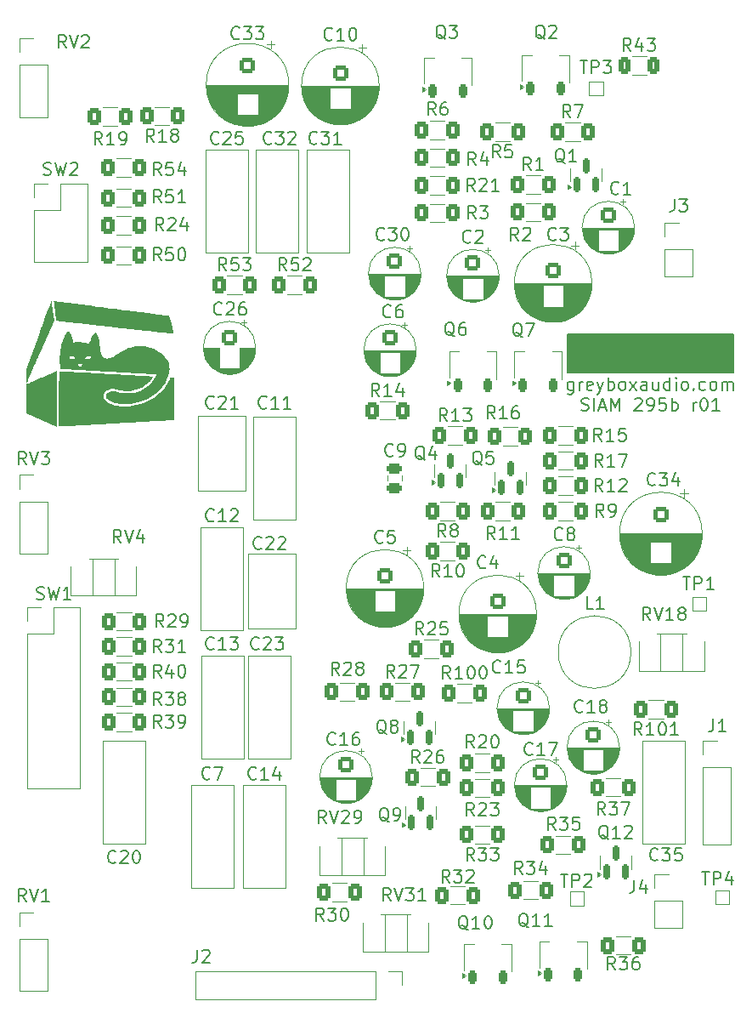
<source format=gto>
G04 #@! TF.GenerationSoftware,KiCad,Pcbnew,9.0.3*
G04 #@! TF.CreationDate,2025-08-17T13:08:36+02:00*
G04 #@! TF.ProjectId,siemens,7369656d-656e-4732-9e6b-696361645f70,rev?*
G04 #@! TF.SameCoordinates,Original*
G04 #@! TF.FileFunction,Legend,Top*
G04 #@! TF.FilePolarity,Positive*
%FSLAX46Y46*%
G04 Gerber Fmt 4.6, Leading zero omitted, Abs format (unit mm)*
G04 Created by KiCad (PCBNEW 9.0.3) date 2025-08-17 13:08:36*
%MOMM*%
%LPD*%
G01*
G04 APERTURE LIST*
G04 Aperture macros list*
%AMRoundRect*
0 Rectangle with rounded corners*
0 $1 Rounding radius*
0 $2 $3 $4 $5 $6 $7 $8 $9 X,Y pos of 4 corners*
0 Add a 4 corners polygon primitive as box body*
4,1,4,$2,$3,$4,$5,$6,$7,$8,$9,$2,$3,0*
0 Add four circle primitives for the rounded corners*
1,1,$1+$1,$2,$3*
1,1,$1+$1,$4,$5*
1,1,$1+$1,$6,$7*
1,1,$1+$1,$8,$9*
0 Add four rect primitives between the rounded corners*
20,1,$1+$1,$2,$3,$4,$5,0*
20,1,$1+$1,$4,$5,$6,$7,0*
20,1,$1+$1,$6,$7,$8,$9,0*
20,1,$1+$1,$8,$9,$2,$3,0*%
%AMFreePoly0*
4,1,9,3.862500,-0.866500,0.737500,-0.866500,0.737500,-0.450000,-0.737500,-0.450000,-0.737500,0.450000,0.737500,0.450000,0.737500,0.866500,3.862500,0.866500,3.862500,-0.866500,3.862500,-0.866500,$1*%
G04 Aperture macros list end*
%ADD10C,0.203200*%
%ADD11C,0.120000*%
%ADD12C,0.000000*%
%ADD13C,2.000000*%
%ADD14C,3.200000*%
%ADD15C,1.700000*%
%ADD16R,1.700000X1.700000*%
%ADD17RoundRect,0.250000X0.400000X0.625000X-0.400000X0.625000X-0.400000X-0.625000X0.400000X-0.625000X0*%
%ADD18RoundRect,0.250000X-0.400000X-0.625000X0.400000X-0.625000X0.400000X0.625000X-0.400000X0.625000X0*%
%ADD19RoundRect,0.225000X0.225000X-0.425000X0.225000X0.425000X-0.225000X0.425000X-0.225000X-0.425000X0*%
%ADD20FreePoly0,90.000000*%
%ADD21RoundRect,0.150000X0.150000X-0.587500X0.150000X0.587500X-0.150000X0.587500X-0.150000X-0.587500X0*%
%ADD22R,1.000000X1.000000*%
%ADD23C,1.600000*%
%ADD24RoundRect,0.250000X-0.550000X0.550000X-0.550000X-0.550000X0.550000X-0.550000X0.550000X0.550000X0*%
%ADD25RoundRect,0.250000X0.312500X0.625000X-0.312500X0.625000X-0.312500X-0.625000X0.312500X-0.625000X0*%
%ADD26C,1.620000*%
%ADD27C,2.600000*%
%ADD28RoundRect,0.250000X-0.475000X0.250000X-0.475000X-0.250000X0.475000X-0.250000X0.475000X0.250000X0*%
%ADD29C,5.600000*%
G04 APERTURE END LIST*
D10*
X87249000Y-62103000D02*
X103759000Y-62103000D01*
X103759000Y-65913000D01*
X87249000Y-65913000D01*
X87249000Y-62103000D01*
G36*
X87249000Y-62103000D02*
G01*
X103759000Y-62103000D01*
X103759000Y-65913000D01*
X87249000Y-65913000D01*
X87249000Y-62103000D01*
G37*
X87823523Y-66792713D02*
X87823523Y-67820808D01*
X87823523Y-67820808D02*
X87763047Y-67941761D01*
X87763047Y-67941761D02*
X87702571Y-68002237D01*
X87702571Y-68002237D02*
X87581618Y-68062713D01*
X87581618Y-68062713D02*
X87400190Y-68062713D01*
X87400190Y-68062713D02*
X87279237Y-68002237D01*
X87823523Y-67578904D02*
X87702571Y-67639380D01*
X87702571Y-67639380D02*
X87460666Y-67639380D01*
X87460666Y-67639380D02*
X87339714Y-67578904D01*
X87339714Y-67578904D02*
X87279237Y-67518427D01*
X87279237Y-67518427D02*
X87218761Y-67397475D01*
X87218761Y-67397475D02*
X87218761Y-67034618D01*
X87218761Y-67034618D02*
X87279237Y-66913665D01*
X87279237Y-66913665D02*
X87339714Y-66853189D01*
X87339714Y-66853189D02*
X87460666Y-66792713D01*
X87460666Y-66792713D02*
X87702571Y-66792713D01*
X87702571Y-66792713D02*
X87823523Y-66853189D01*
X88428285Y-67639380D02*
X88428285Y-66792713D01*
X88428285Y-67034618D02*
X88488762Y-66913665D01*
X88488762Y-66913665D02*
X88549238Y-66853189D01*
X88549238Y-66853189D02*
X88670190Y-66792713D01*
X88670190Y-66792713D02*
X88791143Y-66792713D01*
X89698285Y-67578904D02*
X89577333Y-67639380D01*
X89577333Y-67639380D02*
X89335428Y-67639380D01*
X89335428Y-67639380D02*
X89214475Y-67578904D01*
X89214475Y-67578904D02*
X89153999Y-67457951D01*
X89153999Y-67457951D02*
X89153999Y-66974142D01*
X89153999Y-66974142D02*
X89214475Y-66853189D01*
X89214475Y-66853189D02*
X89335428Y-66792713D01*
X89335428Y-66792713D02*
X89577333Y-66792713D01*
X89577333Y-66792713D02*
X89698285Y-66853189D01*
X89698285Y-66853189D02*
X89758761Y-66974142D01*
X89758761Y-66974142D02*
X89758761Y-67095094D01*
X89758761Y-67095094D02*
X89153999Y-67216046D01*
X90182094Y-66792713D02*
X90484475Y-67639380D01*
X90786856Y-66792713D02*
X90484475Y-67639380D01*
X90484475Y-67639380D02*
X90363523Y-67941761D01*
X90363523Y-67941761D02*
X90303046Y-68002237D01*
X90303046Y-68002237D02*
X90182094Y-68062713D01*
X91270665Y-67639380D02*
X91270665Y-66369380D01*
X91270665Y-66853189D02*
X91391618Y-66792713D01*
X91391618Y-66792713D02*
X91633523Y-66792713D01*
X91633523Y-66792713D02*
X91754475Y-66853189D01*
X91754475Y-66853189D02*
X91814951Y-66913665D01*
X91814951Y-66913665D02*
X91875427Y-67034618D01*
X91875427Y-67034618D02*
X91875427Y-67397475D01*
X91875427Y-67397475D02*
X91814951Y-67518427D01*
X91814951Y-67518427D02*
X91754475Y-67578904D01*
X91754475Y-67578904D02*
X91633523Y-67639380D01*
X91633523Y-67639380D02*
X91391618Y-67639380D01*
X91391618Y-67639380D02*
X91270665Y-67578904D01*
X92601142Y-67639380D02*
X92480190Y-67578904D01*
X92480190Y-67578904D02*
X92419713Y-67518427D01*
X92419713Y-67518427D02*
X92359237Y-67397475D01*
X92359237Y-67397475D02*
X92359237Y-67034618D01*
X92359237Y-67034618D02*
X92419713Y-66913665D01*
X92419713Y-66913665D02*
X92480190Y-66853189D01*
X92480190Y-66853189D02*
X92601142Y-66792713D01*
X92601142Y-66792713D02*
X92782571Y-66792713D01*
X92782571Y-66792713D02*
X92903523Y-66853189D01*
X92903523Y-66853189D02*
X92963999Y-66913665D01*
X92963999Y-66913665D02*
X93024475Y-67034618D01*
X93024475Y-67034618D02*
X93024475Y-67397475D01*
X93024475Y-67397475D02*
X92963999Y-67518427D01*
X92963999Y-67518427D02*
X92903523Y-67578904D01*
X92903523Y-67578904D02*
X92782571Y-67639380D01*
X92782571Y-67639380D02*
X92601142Y-67639380D01*
X93447809Y-67639380D02*
X94113047Y-66792713D01*
X93447809Y-66792713D02*
X94113047Y-67639380D01*
X95141142Y-67639380D02*
X95141142Y-66974142D01*
X95141142Y-66974142D02*
X95080666Y-66853189D01*
X95080666Y-66853189D02*
X94959714Y-66792713D01*
X94959714Y-66792713D02*
X94717809Y-66792713D01*
X94717809Y-66792713D02*
X94596856Y-66853189D01*
X95141142Y-67578904D02*
X95020190Y-67639380D01*
X95020190Y-67639380D02*
X94717809Y-67639380D01*
X94717809Y-67639380D02*
X94596856Y-67578904D01*
X94596856Y-67578904D02*
X94536380Y-67457951D01*
X94536380Y-67457951D02*
X94536380Y-67336999D01*
X94536380Y-67336999D02*
X94596856Y-67216046D01*
X94596856Y-67216046D02*
X94717809Y-67155570D01*
X94717809Y-67155570D02*
X95020190Y-67155570D01*
X95020190Y-67155570D02*
X95141142Y-67095094D01*
X96290190Y-66792713D02*
X96290190Y-67639380D01*
X95745904Y-66792713D02*
X95745904Y-67457951D01*
X95745904Y-67457951D02*
X95806381Y-67578904D01*
X95806381Y-67578904D02*
X95927333Y-67639380D01*
X95927333Y-67639380D02*
X96108762Y-67639380D01*
X96108762Y-67639380D02*
X96229714Y-67578904D01*
X96229714Y-67578904D02*
X96290190Y-67518427D01*
X97439238Y-67639380D02*
X97439238Y-66369380D01*
X97439238Y-67578904D02*
X97318286Y-67639380D01*
X97318286Y-67639380D02*
X97076381Y-67639380D01*
X97076381Y-67639380D02*
X96955429Y-67578904D01*
X96955429Y-67578904D02*
X96894952Y-67518427D01*
X96894952Y-67518427D02*
X96834476Y-67397475D01*
X96834476Y-67397475D02*
X96834476Y-67034618D01*
X96834476Y-67034618D02*
X96894952Y-66913665D01*
X96894952Y-66913665D02*
X96955429Y-66853189D01*
X96955429Y-66853189D02*
X97076381Y-66792713D01*
X97076381Y-66792713D02*
X97318286Y-66792713D01*
X97318286Y-66792713D02*
X97439238Y-66853189D01*
X98044000Y-67639380D02*
X98044000Y-66792713D01*
X98044000Y-66369380D02*
X97983524Y-66429856D01*
X97983524Y-66429856D02*
X98044000Y-66490332D01*
X98044000Y-66490332D02*
X98104477Y-66429856D01*
X98104477Y-66429856D02*
X98044000Y-66369380D01*
X98044000Y-66369380D02*
X98044000Y-66490332D01*
X98830191Y-67639380D02*
X98709239Y-67578904D01*
X98709239Y-67578904D02*
X98648762Y-67518427D01*
X98648762Y-67518427D02*
X98588286Y-67397475D01*
X98588286Y-67397475D02*
X98588286Y-67034618D01*
X98588286Y-67034618D02*
X98648762Y-66913665D01*
X98648762Y-66913665D02*
X98709239Y-66853189D01*
X98709239Y-66853189D02*
X98830191Y-66792713D01*
X98830191Y-66792713D02*
X99011620Y-66792713D01*
X99011620Y-66792713D02*
X99132572Y-66853189D01*
X99132572Y-66853189D02*
X99193048Y-66913665D01*
X99193048Y-66913665D02*
X99253524Y-67034618D01*
X99253524Y-67034618D02*
X99253524Y-67397475D01*
X99253524Y-67397475D02*
X99193048Y-67518427D01*
X99193048Y-67518427D02*
X99132572Y-67578904D01*
X99132572Y-67578904D02*
X99011620Y-67639380D01*
X99011620Y-67639380D02*
X98830191Y-67639380D01*
X99797810Y-67518427D02*
X99858287Y-67578904D01*
X99858287Y-67578904D02*
X99797810Y-67639380D01*
X99797810Y-67639380D02*
X99737334Y-67578904D01*
X99737334Y-67578904D02*
X99797810Y-67518427D01*
X99797810Y-67518427D02*
X99797810Y-67639380D01*
X100946858Y-67578904D02*
X100825906Y-67639380D01*
X100825906Y-67639380D02*
X100584001Y-67639380D01*
X100584001Y-67639380D02*
X100463049Y-67578904D01*
X100463049Y-67578904D02*
X100402572Y-67518427D01*
X100402572Y-67518427D02*
X100342096Y-67397475D01*
X100342096Y-67397475D02*
X100342096Y-67034618D01*
X100342096Y-67034618D02*
X100402572Y-66913665D01*
X100402572Y-66913665D02*
X100463049Y-66853189D01*
X100463049Y-66853189D02*
X100584001Y-66792713D01*
X100584001Y-66792713D02*
X100825906Y-66792713D01*
X100825906Y-66792713D02*
X100946858Y-66853189D01*
X101672572Y-67639380D02*
X101551620Y-67578904D01*
X101551620Y-67578904D02*
X101491143Y-67518427D01*
X101491143Y-67518427D02*
X101430667Y-67397475D01*
X101430667Y-67397475D02*
X101430667Y-67034618D01*
X101430667Y-67034618D02*
X101491143Y-66913665D01*
X101491143Y-66913665D02*
X101551620Y-66853189D01*
X101551620Y-66853189D02*
X101672572Y-66792713D01*
X101672572Y-66792713D02*
X101854001Y-66792713D01*
X101854001Y-66792713D02*
X101974953Y-66853189D01*
X101974953Y-66853189D02*
X102035429Y-66913665D01*
X102035429Y-66913665D02*
X102095905Y-67034618D01*
X102095905Y-67034618D02*
X102095905Y-67397475D01*
X102095905Y-67397475D02*
X102035429Y-67518427D01*
X102035429Y-67518427D02*
X101974953Y-67578904D01*
X101974953Y-67578904D02*
X101854001Y-67639380D01*
X101854001Y-67639380D02*
X101672572Y-67639380D01*
X102640191Y-67639380D02*
X102640191Y-66792713D01*
X102640191Y-66913665D02*
X102700668Y-66853189D01*
X102700668Y-66853189D02*
X102821620Y-66792713D01*
X102821620Y-66792713D02*
X103003049Y-66792713D01*
X103003049Y-66792713D02*
X103124001Y-66853189D01*
X103124001Y-66853189D02*
X103184477Y-66974142D01*
X103184477Y-66974142D02*
X103184477Y-67639380D01*
X103184477Y-66974142D02*
X103244953Y-66853189D01*
X103244953Y-66853189D02*
X103365906Y-66792713D01*
X103365906Y-66792713D02*
X103547334Y-66792713D01*
X103547334Y-66792713D02*
X103668287Y-66853189D01*
X103668287Y-66853189D02*
X103728763Y-66974142D01*
X103728763Y-66974142D02*
X103728763Y-67639380D01*
X88609713Y-69623533D02*
X88791142Y-69684009D01*
X88791142Y-69684009D02*
X89093523Y-69684009D01*
X89093523Y-69684009D02*
X89214475Y-69623533D01*
X89214475Y-69623533D02*
X89274951Y-69563056D01*
X89274951Y-69563056D02*
X89335428Y-69442104D01*
X89335428Y-69442104D02*
X89335428Y-69321152D01*
X89335428Y-69321152D02*
X89274951Y-69200199D01*
X89274951Y-69200199D02*
X89214475Y-69139723D01*
X89214475Y-69139723D02*
X89093523Y-69079247D01*
X89093523Y-69079247D02*
X88851618Y-69018771D01*
X88851618Y-69018771D02*
X88730666Y-68958294D01*
X88730666Y-68958294D02*
X88670189Y-68897818D01*
X88670189Y-68897818D02*
X88609713Y-68776866D01*
X88609713Y-68776866D02*
X88609713Y-68655913D01*
X88609713Y-68655913D02*
X88670189Y-68534961D01*
X88670189Y-68534961D02*
X88730666Y-68474485D01*
X88730666Y-68474485D02*
X88851618Y-68414009D01*
X88851618Y-68414009D02*
X89153999Y-68414009D01*
X89153999Y-68414009D02*
X89335428Y-68474485D01*
X89879713Y-69684009D02*
X89879713Y-68414009D01*
X90423999Y-69321152D02*
X91028761Y-69321152D01*
X90303047Y-69684009D02*
X90726380Y-68414009D01*
X90726380Y-68414009D02*
X91149714Y-69684009D01*
X91573046Y-69684009D02*
X91573046Y-68414009D01*
X91573046Y-68414009D02*
X91996380Y-69321152D01*
X91996380Y-69321152D02*
X92419713Y-68414009D01*
X92419713Y-68414009D02*
X92419713Y-69684009D01*
X93931618Y-68534961D02*
X93992094Y-68474485D01*
X93992094Y-68474485D02*
X94113047Y-68414009D01*
X94113047Y-68414009D02*
X94415428Y-68414009D01*
X94415428Y-68414009D02*
X94536380Y-68474485D01*
X94536380Y-68474485D02*
X94596856Y-68534961D01*
X94596856Y-68534961D02*
X94657333Y-68655913D01*
X94657333Y-68655913D02*
X94657333Y-68776866D01*
X94657333Y-68776866D02*
X94596856Y-68958294D01*
X94596856Y-68958294D02*
X93871142Y-69684009D01*
X93871142Y-69684009D02*
X94657333Y-69684009D01*
X95262095Y-69684009D02*
X95503999Y-69684009D01*
X95503999Y-69684009D02*
X95624952Y-69623533D01*
X95624952Y-69623533D02*
X95685428Y-69563056D01*
X95685428Y-69563056D02*
X95806380Y-69381628D01*
X95806380Y-69381628D02*
X95866857Y-69139723D01*
X95866857Y-69139723D02*
X95866857Y-68655913D01*
X95866857Y-68655913D02*
X95806380Y-68534961D01*
X95806380Y-68534961D02*
X95745904Y-68474485D01*
X95745904Y-68474485D02*
X95624952Y-68414009D01*
X95624952Y-68414009D02*
X95383047Y-68414009D01*
X95383047Y-68414009D02*
X95262095Y-68474485D01*
X95262095Y-68474485D02*
X95201618Y-68534961D01*
X95201618Y-68534961D02*
X95141142Y-68655913D01*
X95141142Y-68655913D02*
X95141142Y-68958294D01*
X95141142Y-68958294D02*
X95201618Y-69079247D01*
X95201618Y-69079247D02*
X95262095Y-69139723D01*
X95262095Y-69139723D02*
X95383047Y-69200199D01*
X95383047Y-69200199D02*
X95624952Y-69200199D01*
X95624952Y-69200199D02*
X95745904Y-69139723D01*
X95745904Y-69139723D02*
X95806380Y-69079247D01*
X95806380Y-69079247D02*
X95866857Y-68958294D01*
X97015904Y-68414009D02*
X96411142Y-68414009D01*
X96411142Y-68414009D02*
X96350666Y-69018771D01*
X96350666Y-69018771D02*
X96411142Y-68958294D01*
X96411142Y-68958294D02*
X96532095Y-68897818D01*
X96532095Y-68897818D02*
X96834476Y-68897818D01*
X96834476Y-68897818D02*
X96955428Y-68958294D01*
X96955428Y-68958294D02*
X97015904Y-69018771D01*
X97015904Y-69018771D02*
X97076381Y-69139723D01*
X97076381Y-69139723D02*
X97076381Y-69442104D01*
X97076381Y-69442104D02*
X97015904Y-69563056D01*
X97015904Y-69563056D02*
X96955428Y-69623533D01*
X96955428Y-69623533D02*
X96834476Y-69684009D01*
X96834476Y-69684009D02*
X96532095Y-69684009D01*
X96532095Y-69684009D02*
X96411142Y-69623533D01*
X96411142Y-69623533D02*
X96350666Y-69563056D01*
X97620666Y-69684009D02*
X97620666Y-68414009D01*
X97620666Y-68897818D02*
X97741619Y-68837342D01*
X97741619Y-68837342D02*
X97983524Y-68837342D01*
X97983524Y-68837342D02*
X98104476Y-68897818D01*
X98104476Y-68897818D02*
X98164952Y-68958294D01*
X98164952Y-68958294D02*
X98225428Y-69079247D01*
X98225428Y-69079247D02*
X98225428Y-69442104D01*
X98225428Y-69442104D02*
X98164952Y-69563056D01*
X98164952Y-69563056D02*
X98104476Y-69623533D01*
X98104476Y-69623533D02*
X97983524Y-69684009D01*
X97983524Y-69684009D02*
X97741619Y-69684009D01*
X97741619Y-69684009D02*
X97620666Y-69623533D01*
X99737333Y-69684009D02*
X99737333Y-68837342D01*
X99737333Y-69079247D02*
X99797810Y-68958294D01*
X99797810Y-68958294D02*
X99858286Y-68897818D01*
X99858286Y-68897818D02*
X99979238Y-68837342D01*
X99979238Y-68837342D02*
X100100191Y-68837342D01*
X100765428Y-68414009D02*
X100886381Y-68414009D01*
X100886381Y-68414009D02*
X101007333Y-68474485D01*
X101007333Y-68474485D02*
X101067809Y-68534961D01*
X101067809Y-68534961D02*
X101128285Y-68655913D01*
X101128285Y-68655913D02*
X101188762Y-68897818D01*
X101188762Y-68897818D02*
X101188762Y-69200199D01*
X101188762Y-69200199D02*
X101128285Y-69442104D01*
X101128285Y-69442104D02*
X101067809Y-69563056D01*
X101067809Y-69563056D02*
X101007333Y-69623533D01*
X101007333Y-69623533D02*
X100886381Y-69684009D01*
X100886381Y-69684009D02*
X100765428Y-69684009D01*
X100765428Y-69684009D02*
X100644476Y-69623533D01*
X100644476Y-69623533D02*
X100584000Y-69563056D01*
X100584000Y-69563056D02*
X100523523Y-69442104D01*
X100523523Y-69442104D02*
X100463047Y-69200199D01*
X100463047Y-69200199D02*
X100463047Y-68897818D01*
X100463047Y-68897818D02*
X100523523Y-68655913D01*
X100523523Y-68655913D02*
X100584000Y-68534961D01*
X100584000Y-68534961D02*
X100644476Y-68474485D01*
X100644476Y-68474485D02*
X100765428Y-68414009D01*
X102398286Y-69684009D02*
X101672571Y-69684009D01*
X102035428Y-69684009D02*
X102035428Y-68414009D01*
X102035428Y-68414009D02*
X101914476Y-68595437D01*
X101914476Y-68595437D02*
X101793524Y-68716390D01*
X101793524Y-68716390D02*
X101672571Y-68776866D01*
X62275571Y-43048006D02*
X62215095Y-43108483D01*
X62215095Y-43108483D02*
X62033666Y-43168959D01*
X62033666Y-43168959D02*
X61912714Y-43168959D01*
X61912714Y-43168959D02*
X61731285Y-43108483D01*
X61731285Y-43108483D02*
X61610333Y-42987530D01*
X61610333Y-42987530D02*
X61549856Y-42866578D01*
X61549856Y-42866578D02*
X61489380Y-42624673D01*
X61489380Y-42624673D02*
X61489380Y-42443244D01*
X61489380Y-42443244D02*
X61549856Y-42201340D01*
X61549856Y-42201340D02*
X61610333Y-42080387D01*
X61610333Y-42080387D02*
X61731285Y-41959435D01*
X61731285Y-41959435D02*
X61912714Y-41898959D01*
X61912714Y-41898959D02*
X62033666Y-41898959D01*
X62033666Y-41898959D02*
X62215095Y-41959435D01*
X62215095Y-41959435D02*
X62275571Y-42019911D01*
X62698904Y-41898959D02*
X63485095Y-41898959D01*
X63485095Y-41898959D02*
X63061761Y-42382768D01*
X63061761Y-42382768D02*
X63243190Y-42382768D01*
X63243190Y-42382768D02*
X63364142Y-42443244D01*
X63364142Y-42443244D02*
X63424618Y-42503721D01*
X63424618Y-42503721D02*
X63485095Y-42624673D01*
X63485095Y-42624673D02*
X63485095Y-42927054D01*
X63485095Y-42927054D02*
X63424618Y-43048006D01*
X63424618Y-43048006D02*
X63364142Y-43108483D01*
X63364142Y-43108483D02*
X63243190Y-43168959D01*
X63243190Y-43168959D02*
X62880333Y-43168959D01*
X62880333Y-43168959D02*
X62759380Y-43108483D01*
X62759380Y-43108483D02*
X62698904Y-43048006D01*
X64694619Y-43168959D02*
X63968904Y-43168959D01*
X64331761Y-43168959D02*
X64331761Y-41898959D01*
X64331761Y-41898959D02*
X64210809Y-42080387D01*
X64210809Y-42080387D02*
X64089857Y-42201340D01*
X64089857Y-42201340D02*
X63968904Y-42261816D01*
X57724819Y-43048006D02*
X57664343Y-43108483D01*
X57664343Y-43108483D02*
X57482914Y-43168959D01*
X57482914Y-43168959D02*
X57361962Y-43168959D01*
X57361962Y-43168959D02*
X57180533Y-43108483D01*
X57180533Y-43108483D02*
X57059581Y-42987530D01*
X57059581Y-42987530D02*
X56999104Y-42866578D01*
X56999104Y-42866578D02*
X56938628Y-42624673D01*
X56938628Y-42624673D02*
X56938628Y-42443244D01*
X56938628Y-42443244D02*
X56999104Y-42201340D01*
X56999104Y-42201340D02*
X57059581Y-42080387D01*
X57059581Y-42080387D02*
X57180533Y-41959435D01*
X57180533Y-41959435D02*
X57361962Y-41898959D01*
X57361962Y-41898959D02*
X57482914Y-41898959D01*
X57482914Y-41898959D02*
X57664343Y-41959435D01*
X57664343Y-41959435D02*
X57724819Y-42019911D01*
X58148152Y-41898959D02*
X58934343Y-41898959D01*
X58934343Y-41898959D02*
X58511009Y-42382768D01*
X58511009Y-42382768D02*
X58692438Y-42382768D01*
X58692438Y-42382768D02*
X58813390Y-42443244D01*
X58813390Y-42443244D02*
X58873866Y-42503721D01*
X58873866Y-42503721D02*
X58934343Y-42624673D01*
X58934343Y-42624673D02*
X58934343Y-42927054D01*
X58934343Y-42927054D02*
X58873866Y-43048006D01*
X58873866Y-43048006D02*
X58813390Y-43108483D01*
X58813390Y-43108483D02*
X58692438Y-43168959D01*
X58692438Y-43168959D02*
X58329581Y-43168959D01*
X58329581Y-43168959D02*
X58208628Y-43108483D01*
X58208628Y-43108483D02*
X58148152Y-43048006D01*
X59418152Y-42019911D02*
X59478628Y-41959435D01*
X59478628Y-41959435D02*
X59599581Y-41898959D01*
X59599581Y-41898959D02*
X59901962Y-41898959D01*
X59901962Y-41898959D02*
X60022914Y-41959435D01*
X60022914Y-41959435D02*
X60083390Y-42019911D01*
X60083390Y-42019911D02*
X60143867Y-42140863D01*
X60143867Y-42140863D02*
X60143867Y-42261816D01*
X60143867Y-42261816D02*
X60083390Y-42443244D01*
X60083390Y-42443244D02*
X59357676Y-43168959D01*
X59357676Y-43168959D02*
X60143867Y-43168959D01*
X52474819Y-43048006D02*
X52414343Y-43108483D01*
X52414343Y-43108483D02*
X52232914Y-43168959D01*
X52232914Y-43168959D02*
X52111962Y-43168959D01*
X52111962Y-43168959D02*
X51930533Y-43108483D01*
X51930533Y-43108483D02*
X51809581Y-42987530D01*
X51809581Y-42987530D02*
X51749104Y-42866578D01*
X51749104Y-42866578D02*
X51688628Y-42624673D01*
X51688628Y-42624673D02*
X51688628Y-42443244D01*
X51688628Y-42443244D02*
X51749104Y-42201340D01*
X51749104Y-42201340D02*
X51809581Y-42080387D01*
X51809581Y-42080387D02*
X51930533Y-41959435D01*
X51930533Y-41959435D02*
X52111962Y-41898959D01*
X52111962Y-41898959D02*
X52232914Y-41898959D01*
X52232914Y-41898959D02*
X52414343Y-41959435D01*
X52414343Y-41959435D02*
X52474819Y-42019911D01*
X52958628Y-42019911D02*
X53019104Y-41959435D01*
X53019104Y-41959435D02*
X53140057Y-41898959D01*
X53140057Y-41898959D02*
X53442438Y-41898959D01*
X53442438Y-41898959D02*
X53563390Y-41959435D01*
X53563390Y-41959435D02*
X53623866Y-42019911D01*
X53623866Y-42019911D02*
X53684343Y-42140863D01*
X53684343Y-42140863D02*
X53684343Y-42261816D01*
X53684343Y-42261816D02*
X53623866Y-42443244D01*
X53623866Y-42443244D02*
X52898152Y-43168959D01*
X52898152Y-43168959D02*
X53684343Y-43168959D01*
X54833390Y-41898959D02*
X54228628Y-41898959D01*
X54228628Y-41898959D02*
X54168152Y-42503721D01*
X54168152Y-42503721D02*
X54228628Y-42443244D01*
X54228628Y-42443244D02*
X54349581Y-42382768D01*
X54349581Y-42382768D02*
X54651962Y-42382768D01*
X54651962Y-42382768D02*
X54772914Y-42443244D01*
X54772914Y-42443244D02*
X54833390Y-42503721D01*
X54833390Y-42503721D02*
X54893867Y-42624673D01*
X54893867Y-42624673D02*
X54893867Y-42927054D01*
X54893867Y-42927054D02*
X54833390Y-43048006D01*
X54833390Y-43048006D02*
X54772914Y-43108483D01*
X54772914Y-43108483D02*
X54651962Y-43168959D01*
X54651962Y-43168959D02*
X54349581Y-43168959D01*
X54349581Y-43168959D02*
X54228628Y-43108483D01*
X54228628Y-43108483D02*
X54168152Y-43048006D01*
X33293296Y-118540959D02*
X32869962Y-117936197D01*
X32567581Y-118540959D02*
X32567581Y-117270959D01*
X32567581Y-117270959D02*
X33051391Y-117270959D01*
X33051391Y-117270959D02*
X33172343Y-117331435D01*
X33172343Y-117331435D02*
X33232820Y-117391911D01*
X33232820Y-117391911D02*
X33293296Y-117512863D01*
X33293296Y-117512863D02*
X33293296Y-117694292D01*
X33293296Y-117694292D02*
X33232820Y-117815244D01*
X33232820Y-117815244D02*
X33172343Y-117875721D01*
X33172343Y-117875721D02*
X33051391Y-117936197D01*
X33051391Y-117936197D02*
X32567581Y-117936197D01*
X33656153Y-117270959D02*
X34079486Y-118540959D01*
X34079486Y-118540959D02*
X34502820Y-117270959D01*
X35591391Y-118540959D02*
X34865676Y-118540959D01*
X35228533Y-118540959D02*
X35228533Y-117270959D01*
X35228533Y-117270959D02*
X35107581Y-117452387D01*
X35107581Y-117452387D02*
X34986629Y-117573340D01*
X34986629Y-117573340D02*
X34865676Y-117633816D01*
X37244048Y-33576959D02*
X36820714Y-32972197D01*
X36518333Y-33576959D02*
X36518333Y-32306959D01*
X36518333Y-32306959D02*
X37002143Y-32306959D01*
X37002143Y-32306959D02*
X37123095Y-32367435D01*
X37123095Y-32367435D02*
X37183572Y-32427911D01*
X37183572Y-32427911D02*
X37244048Y-32548863D01*
X37244048Y-32548863D02*
X37244048Y-32730292D01*
X37244048Y-32730292D02*
X37183572Y-32851244D01*
X37183572Y-32851244D02*
X37123095Y-32911721D01*
X37123095Y-32911721D02*
X37002143Y-32972197D01*
X37002143Y-32972197D02*
X36518333Y-32972197D01*
X37606905Y-32306959D02*
X38030238Y-33576959D01*
X38030238Y-33576959D02*
X38453572Y-32306959D01*
X38816428Y-32427911D02*
X38876904Y-32367435D01*
X38876904Y-32367435D02*
X38997857Y-32306959D01*
X38997857Y-32306959D02*
X39300238Y-32306959D01*
X39300238Y-32306959D02*
X39421190Y-32367435D01*
X39421190Y-32367435D02*
X39481666Y-32427911D01*
X39481666Y-32427911D02*
X39542143Y-32548863D01*
X39542143Y-32548863D02*
X39542143Y-32669816D01*
X39542143Y-32669816D02*
X39481666Y-32851244D01*
X39481666Y-32851244D02*
X38755952Y-33576959D01*
X38755952Y-33576959D02*
X39542143Y-33576959D01*
X46724819Y-54742959D02*
X46301485Y-54138197D01*
X45999104Y-54742959D02*
X45999104Y-53472959D01*
X45999104Y-53472959D02*
X46482914Y-53472959D01*
X46482914Y-53472959D02*
X46603866Y-53533435D01*
X46603866Y-53533435D02*
X46664343Y-53593911D01*
X46664343Y-53593911D02*
X46724819Y-53714863D01*
X46724819Y-53714863D02*
X46724819Y-53896292D01*
X46724819Y-53896292D02*
X46664343Y-54017244D01*
X46664343Y-54017244D02*
X46603866Y-54077721D01*
X46603866Y-54077721D02*
X46482914Y-54138197D01*
X46482914Y-54138197D02*
X45999104Y-54138197D01*
X47873866Y-53472959D02*
X47269104Y-53472959D01*
X47269104Y-53472959D02*
X47208628Y-54077721D01*
X47208628Y-54077721D02*
X47269104Y-54017244D01*
X47269104Y-54017244D02*
X47390057Y-53956768D01*
X47390057Y-53956768D02*
X47692438Y-53956768D01*
X47692438Y-53956768D02*
X47813390Y-54017244D01*
X47813390Y-54017244D02*
X47873866Y-54077721D01*
X47873866Y-54077721D02*
X47934343Y-54198673D01*
X47934343Y-54198673D02*
X47934343Y-54501054D01*
X47934343Y-54501054D02*
X47873866Y-54622006D01*
X47873866Y-54622006D02*
X47813390Y-54682483D01*
X47813390Y-54682483D02*
X47692438Y-54742959D01*
X47692438Y-54742959D02*
X47390057Y-54742959D01*
X47390057Y-54742959D02*
X47269104Y-54682483D01*
X47269104Y-54682483D02*
X47208628Y-54622006D01*
X48720533Y-53472959D02*
X48841486Y-53472959D01*
X48841486Y-53472959D02*
X48962438Y-53533435D01*
X48962438Y-53533435D02*
X49022914Y-53593911D01*
X49022914Y-53593911D02*
X49083390Y-53714863D01*
X49083390Y-53714863D02*
X49143867Y-53956768D01*
X49143867Y-53956768D02*
X49143867Y-54259149D01*
X49143867Y-54259149D02*
X49083390Y-54501054D01*
X49083390Y-54501054D02*
X49022914Y-54622006D01*
X49022914Y-54622006D02*
X48962438Y-54682483D01*
X48962438Y-54682483D02*
X48841486Y-54742959D01*
X48841486Y-54742959D02*
X48720533Y-54742959D01*
X48720533Y-54742959D02*
X48599581Y-54682483D01*
X48599581Y-54682483D02*
X48539105Y-54622006D01*
X48539105Y-54622006D02*
X48478628Y-54501054D01*
X48478628Y-54501054D02*
X48418152Y-54259149D01*
X48418152Y-54259149D02*
X48418152Y-53956768D01*
X48418152Y-53956768D02*
X48478628Y-53714863D01*
X48478628Y-53714863D02*
X48539105Y-53593911D01*
X48539105Y-53593911D02*
X48599581Y-53533435D01*
X48599581Y-53533435D02*
X48720533Y-53472959D01*
X46974819Y-51742959D02*
X46551485Y-51138197D01*
X46249104Y-51742959D02*
X46249104Y-50472959D01*
X46249104Y-50472959D02*
X46732914Y-50472959D01*
X46732914Y-50472959D02*
X46853866Y-50533435D01*
X46853866Y-50533435D02*
X46914343Y-50593911D01*
X46914343Y-50593911D02*
X46974819Y-50714863D01*
X46974819Y-50714863D02*
X46974819Y-50896292D01*
X46974819Y-50896292D02*
X46914343Y-51017244D01*
X46914343Y-51017244D02*
X46853866Y-51077721D01*
X46853866Y-51077721D02*
X46732914Y-51138197D01*
X46732914Y-51138197D02*
X46249104Y-51138197D01*
X47458628Y-50593911D02*
X47519104Y-50533435D01*
X47519104Y-50533435D02*
X47640057Y-50472959D01*
X47640057Y-50472959D02*
X47942438Y-50472959D01*
X47942438Y-50472959D02*
X48063390Y-50533435D01*
X48063390Y-50533435D02*
X48123866Y-50593911D01*
X48123866Y-50593911D02*
X48184343Y-50714863D01*
X48184343Y-50714863D02*
X48184343Y-50835816D01*
X48184343Y-50835816D02*
X48123866Y-51017244D01*
X48123866Y-51017244D02*
X47398152Y-51742959D01*
X47398152Y-51742959D02*
X48184343Y-51742959D01*
X49272914Y-50896292D02*
X49272914Y-51742959D01*
X48970533Y-50412483D02*
X48668152Y-51319625D01*
X48668152Y-51319625D02*
X49454343Y-51319625D01*
X46724819Y-46242959D02*
X46301485Y-45638197D01*
X45999104Y-46242959D02*
X45999104Y-44972959D01*
X45999104Y-44972959D02*
X46482914Y-44972959D01*
X46482914Y-44972959D02*
X46603866Y-45033435D01*
X46603866Y-45033435D02*
X46664343Y-45093911D01*
X46664343Y-45093911D02*
X46724819Y-45214863D01*
X46724819Y-45214863D02*
X46724819Y-45396292D01*
X46724819Y-45396292D02*
X46664343Y-45517244D01*
X46664343Y-45517244D02*
X46603866Y-45577721D01*
X46603866Y-45577721D02*
X46482914Y-45638197D01*
X46482914Y-45638197D02*
X45999104Y-45638197D01*
X47873866Y-44972959D02*
X47269104Y-44972959D01*
X47269104Y-44972959D02*
X47208628Y-45577721D01*
X47208628Y-45577721D02*
X47269104Y-45517244D01*
X47269104Y-45517244D02*
X47390057Y-45456768D01*
X47390057Y-45456768D02*
X47692438Y-45456768D01*
X47692438Y-45456768D02*
X47813390Y-45517244D01*
X47813390Y-45517244D02*
X47873866Y-45577721D01*
X47873866Y-45577721D02*
X47934343Y-45698673D01*
X47934343Y-45698673D02*
X47934343Y-46001054D01*
X47934343Y-46001054D02*
X47873866Y-46122006D01*
X47873866Y-46122006D02*
X47813390Y-46182483D01*
X47813390Y-46182483D02*
X47692438Y-46242959D01*
X47692438Y-46242959D02*
X47390057Y-46242959D01*
X47390057Y-46242959D02*
X47269104Y-46182483D01*
X47269104Y-46182483D02*
X47208628Y-46122006D01*
X49022914Y-45396292D02*
X49022914Y-46242959D01*
X48720533Y-44912483D02*
X48418152Y-45819625D01*
X48418152Y-45819625D02*
X49204343Y-45819625D01*
X46724819Y-48992959D02*
X46301485Y-48388197D01*
X45999104Y-48992959D02*
X45999104Y-47722959D01*
X45999104Y-47722959D02*
X46482914Y-47722959D01*
X46482914Y-47722959D02*
X46603866Y-47783435D01*
X46603866Y-47783435D02*
X46664343Y-47843911D01*
X46664343Y-47843911D02*
X46724819Y-47964863D01*
X46724819Y-47964863D02*
X46724819Y-48146292D01*
X46724819Y-48146292D02*
X46664343Y-48267244D01*
X46664343Y-48267244D02*
X46603866Y-48327721D01*
X46603866Y-48327721D02*
X46482914Y-48388197D01*
X46482914Y-48388197D02*
X45999104Y-48388197D01*
X47873866Y-47722959D02*
X47269104Y-47722959D01*
X47269104Y-47722959D02*
X47208628Y-48327721D01*
X47208628Y-48327721D02*
X47269104Y-48267244D01*
X47269104Y-48267244D02*
X47390057Y-48206768D01*
X47390057Y-48206768D02*
X47692438Y-48206768D01*
X47692438Y-48206768D02*
X47813390Y-48267244D01*
X47813390Y-48267244D02*
X47873866Y-48327721D01*
X47873866Y-48327721D02*
X47934343Y-48448673D01*
X47934343Y-48448673D02*
X47934343Y-48751054D01*
X47934343Y-48751054D02*
X47873866Y-48872006D01*
X47873866Y-48872006D02*
X47813390Y-48932483D01*
X47813390Y-48932483D02*
X47692438Y-48992959D01*
X47692438Y-48992959D02*
X47390057Y-48992959D01*
X47390057Y-48992959D02*
X47269104Y-48932483D01*
X47269104Y-48932483D02*
X47208628Y-48872006D01*
X49143867Y-48992959D02*
X48418152Y-48992959D01*
X48781009Y-48992959D02*
X48781009Y-47722959D01*
X48781009Y-47722959D02*
X48660057Y-47904387D01*
X48660057Y-47904387D02*
X48539105Y-48025340D01*
X48539105Y-48025340D02*
X48418152Y-48085816D01*
X35028666Y-46182483D02*
X35210095Y-46242959D01*
X35210095Y-46242959D02*
X35512476Y-46242959D01*
X35512476Y-46242959D02*
X35633428Y-46182483D01*
X35633428Y-46182483D02*
X35693904Y-46122006D01*
X35693904Y-46122006D02*
X35754381Y-46001054D01*
X35754381Y-46001054D02*
X35754381Y-45880102D01*
X35754381Y-45880102D02*
X35693904Y-45759149D01*
X35693904Y-45759149D02*
X35633428Y-45698673D01*
X35633428Y-45698673D02*
X35512476Y-45638197D01*
X35512476Y-45638197D02*
X35270571Y-45577721D01*
X35270571Y-45577721D02*
X35149619Y-45517244D01*
X35149619Y-45517244D02*
X35089142Y-45456768D01*
X35089142Y-45456768D02*
X35028666Y-45335816D01*
X35028666Y-45335816D02*
X35028666Y-45214863D01*
X35028666Y-45214863D02*
X35089142Y-45093911D01*
X35089142Y-45093911D02*
X35149619Y-45033435D01*
X35149619Y-45033435D02*
X35270571Y-44972959D01*
X35270571Y-44972959D02*
X35572952Y-44972959D01*
X35572952Y-44972959D02*
X35754381Y-45033435D01*
X36177714Y-44972959D02*
X36480095Y-46242959D01*
X36480095Y-46242959D02*
X36722000Y-45335816D01*
X36722000Y-45335816D02*
X36963905Y-46242959D01*
X36963905Y-46242959D02*
X37266286Y-44972959D01*
X37689619Y-45093911D02*
X37750095Y-45033435D01*
X37750095Y-45033435D02*
X37871048Y-44972959D01*
X37871048Y-44972959D02*
X38173429Y-44972959D01*
X38173429Y-44972959D02*
X38294381Y-45033435D01*
X38294381Y-45033435D02*
X38354857Y-45093911D01*
X38354857Y-45093911D02*
X38415334Y-45214863D01*
X38415334Y-45214863D02*
X38415334Y-45335816D01*
X38415334Y-45335816D02*
X38354857Y-45517244D01*
X38354857Y-45517244D02*
X37629143Y-46242959D01*
X37629143Y-46242959D02*
X38415334Y-46242959D01*
X77315533Y-121363911D02*
X77194581Y-121303435D01*
X77194581Y-121303435D02*
X77073628Y-121182483D01*
X77073628Y-121182483D02*
X76892200Y-121001054D01*
X76892200Y-121001054D02*
X76771247Y-120940578D01*
X76771247Y-120940578D02*
X76650295Y-120940578D01*
X76710771Y-121242959D02*
X76589819Y-121182483D01*
X76589819Y-121182483D02*
X76468866Y-121061530D01*
X76468866Y-121061530D02*
X76408390Y-120819625D01*
X76408390Y-120819625D02*
X76408390Y-120396292D01*
X76408390Y-120396292D02*
X76468866Y-120154387D01*
X76468866Y-120154387D02*
X76589819Y-120033435D01*
X76589819Y-120033435D02*
X76710771Y-119972959D01*
X76710771Y-119972959D02*
X76952676Y-119972959D01*
X76952676Y-119972959D02*
X77073628Y-120033435D01*
X77073628Y-120033435D02*
X77194581Y-120154387D01*
X77194581Y-120154387D02*
X77255057Y-120396292D01*
X77255057Y-120396292D02*
X77255057Y-120819625D01*
X77255057Y-120819625D02*
X77194581Y-121061530D01*
X77194581Y-121061530D02*
X77073628Y-121182483D01*
X77073628Y-121182483D02*
X76952676Y-121242959D01*
X76952676Y-121242959D02*
X76710771Y-121242959D01*
X78464581Y-121242959D02*
X77738866Y-121242959D01*
X78101723Y-121242959D02*
X78101723Y-119972959D01*
X78101723Y-119972959D02*
X77980771Y-120154387D01*
X77980771Y-120154387D02*
X77859819Y-120275340D01*
X77859819Y-120275340D02*
X77738866Y-120335816D01*
X79250771Y-119972959D02*
X79371724Y-119972959D01*
X79371724Y-119972959D02*
X79492676Y-120033435D01*
X79492676Y-120033435D02*
X79553152Y-120093911D01*
X79553152Y-120093911D02*
X79613628Y-120214863D01*
X79613628Y-120214863D02*
X79674105Y-120456768D01*
X79674105Y-120456768D02*
X79674105Y-120759149D01*
X79674105Y-120759149D02*
X79613628Y-121001054D01*
X79613628Y-121001054D02*
X79553152Y-121122006D01*
X79553152Y-121122006D02*
X79492676Y-121182483D01*
X79492676Y-121182483D02*
X79371724Y-121242959D01*
X79371724Y-121242959D02*
X79250771Y-121242959D01*
X79250771Y-121242959D02*
X79129819Y-121182483D01*
X79129819Y-121182483D02*
X79069343Y-121122006D01*
X79069343Y-121122006D02*
X79008866Y-121001054D01*
X79008866Y-121001054D02*
X78948390Y-120759149D01*
X78948390Y-120759149D02*
X78948390Y-120456768D01*
X78948390Y-120456768D02*
X79008866Y-120214863D01*
X79008866Y-120214863D02*
X79069343Y-120093911D01*
X79069343Y-120093911D02*
X79129819Y-120033435D01*
X79129819Y-120033435D02*
X79250771Y-119972959D01*
X83315533Y-121113911D02*
X83194581Y-121053435D01*
X83194581Y-121053435D02*
X83073628Y-120932483D01*
X83073628Y-120932483D02*
X82892200Y-120751054D01*
X82892200Y-120751054D02*
X82771247Y-120690578D01*
X82771247Y-120690578D02*
X82650295Y-120690578D01*
X82710771Y-120992959D02*
X82589819Y-120932483D01*
X82589819Y-120932483D02*
X82468866Y-120811530D01*
X82468866Y-120811530D02*
X82408390Y-120569625D01*
X82408390Y-120569625D02*
X82408390Y-120146292D01*
X82408390Y-120146292D02*
X82468866Y-119904387D01*
X82468866Y-119904387D02*
X82589819Y-119783435D01*
X82589819Y-119783435D02*
X82710771Y-119722959D01*
X82710771Y-119722959D02*
X82952676Y-119722959D01*
X82952676Y-119722959D02*
X83073628Y-119783435D01*
X83073628Y-119783435D02*
X83194581Y-119904387D01*
X83194581Y-119904387D02*
X83255057Y-120146292D01*
X83255057Y-120146292D02*
X83255057Y-120569625D01*
X83255057Y-120569625D02*
X83194581Y-120811530D01*
X83194581Y-120811530D02*
X83073628Y-120932483D01*
X83073628Y-120932483D02*
X82952676Y-120992959D01*
X82952676Y-120992959D02*
X82710771Y-120992959D01*
X84464581Y-120992959D02*
X83738866Y-120992959D01*
X84101723Y-120992959D02*
X84101723Y-119722959D01*
X84101723Y-119722959D02*
X83980771Y-119904387D01*
X83980771Y-119904387D02*
X83859819Y-120025340D01*
X83859819Y-120025340D02*
X83738866Y-120085816D01*
X85674105Y-120992959D02*
X84948390Y-120992959D01*
X85311247Y-120992959D02*
X85311247Y-119722959D01*
X85311247Y-119722959D02*
X85190295Y-119904387D01*
X85190295Y-119904387D02*
X85069343Y-120025340D01*
X85069343Y-120025340D02*
X84948390Y-120085816D01*
X96224819Y-114372006D02*
X96164343Y-114432483D01*
X96164343Y-114432483D02*
X95982914Y-114492959D01*
X95982914Y-114492959D02*
X95861962Y-114492959D01*
X95861962Y-114492959D02*
X95680533Y-114432483D01*
X95680533Y-114432483D02*
X95559581Y-114311530D01*
X95559581Y-114311530D02*
X95499104Y-114190578D01*
X95499104Y-114190578D02*
X95438628Y-113948673D01*
X95438628Y-113948673D02*
X95438628Y-113767244D01*
X95438628Y-113767244D02*
X95499104Y-113525340D01*
X95499104Y-113525340D02*
X95559581Y-113404387D01*
X95559581Y-113404387D02*
X95680533Y-113283435D01*
X95680533Y-113283435D02*
X95861962Y-113222959D01*
X95861962Y-113222959D02*
X95982914Y-113222959D01*
X95982914Y-113222959D02*
X96164343Y-113283435D01*
X96164343Y-113283435D02*
X96224819Y-113343911D01*
X96648152Y-113222959D02*
X97434343Y-113222959D01*
X97434343Y-113222959D02*
X97011009Y-113706768D01*
X97011009Y-113706768D02*
X97192438Y-113706768D01*
X97192438Y-113706768D02*
X97313390Y-113767244D01*
X97313390Y-113767244D02*
X97373866Y-113827721D01*
X97373866Y-113827721D02*
X97434343Y-113948673D01*
X97434343Y-113948673D02*
X97434343Y-114251054D01*
X97434343Y-114251054D02*
X97373866Y-114372006D01*
X97373866Y-114372006D02*
X97313390Y-114432483D01*
X97313390Y-114432483D02*
X97192438Y-114492959D01*
X97192438Y-114492959D02*
X96829581Y-114492959D01*
X96829581Y-114492959D02*
X96708628Y-114432483D01*
X96708628Y-114432483D02*
X96648152Y-114372006D01*
X98583390Y-113222959D02*
X97978628Y-113222959D01*
X97978628Y-113222959D02*
X97918152Y-113827721D01*
X97918152Y-113827721D02*
X97978628Y-113767244D01*
X97978628Y-113767244D02*
X98099581Y-113706768D01*
X98099581Y-113706768D02*
X98401962Y-113706768D01*
X98401962Y-113706768D02*
X98522914Y-113767244D01*
X98522914Y-113767244D02*
X98583390Y-113827721D01*
X98583390Y-113827721D02*
X98643867Y-113948673D01*
X98643867Y-113948673D02*
X98643867Y-114251054D01*
X98643867Y-114251054D02*
X98583390Y-114372006D01*
X98583390Y-114372006D02*
X98522914Y-114432483D01*
X98522914Y-114432483D02*
X98401962Y-114492959D01*
X98401962Y-114492959D02*
X98099581Y-114492959D01*
X98099581Y-114492959D02*
X97978628Y-114432483D01*
X97978628Y-114432483D02*
X97918152Y-114372006D01*
X78719543Y-75113911D02*
X78598591Y-75053435D01*
X78598591Y-75053435D02*
X78477638Y-74932483D01*
X78477638Y-74932483D02*
X78296210Y-74751054D01*
X78296210Y-74751054D02*
X78175257Y-74690578D01*
X78175257Y-74690578D02*
X78054305Y-74690578D01*
X78114781Y-74992959D02*
X77993829Y-74932483D01*
X77993829Y-74932483D02*
X77872876Y-74811530D01*
X77872876Y-74811530D02*
X77812400Y-74569625D01*
X77812400Y-74569625D02*
X77812400Y-74146292D01*
X77812400Y-74146292D02*
X77872876Y-73904387D01*
X77872876Y-73904387D02*
X77993829Y-73783435D01*
X77993829Y-73783435D02*
X78114781Y-73722959D01*
X78114781Y-73722959D02*
X78356686Y-73722959D01*
X78356686Y-73722959D02*
X78477638Y-73783435D01*
X78477638Y-73783435D02*
X78598591Y-73904387D01*
X78598591Y-73904387D02*
X78659067Y-74146292D01*
X78659067Y-74146292D02*
X78659067Y-74569625D01*
X78659067Y-74569625D02*
X78598591Y-74811530D01*
X78598591Y-74811530D02*
X78477638Y-74932483D01*
X78477638Y-74932483D02*
X78356686Y-74992959D01*
X78356686Y-74992959D02*
X78114781Y-74992959D01*
X79808114Y-73722959D02*
X79203352Y-73722959D01*
X79203352Y-73722959D02*
X79142876Y-74327721D01*
X79142876Y-74327721D02*
X79203352Y-74267244D01*
X79203352Y-74267244D02*
X79324305Y-74206768D01*
X79324305Y-74206768D02*
X79626686Y-74206768D01*
X79626686Y-74206768D02*
X79747638Y-74267244D01*
X79747638Y-74267244D02*
X79808114Y-74327721D01*
X79808114Y-74327721D02*
X79868591Y-74448673D01*
X79868591Y-74448673D02*
X79868591Y-74751054D01*
X79868591Y-74751054D02*
X79808114Y-74872006D01*
X79808114Y-74872006D02*
X79747638Y-74932483D01*
X79747638Y-74932483D02*
X79626686Y-74992959D01*
X79626686Y-74992959D02*
X79324305Y-74992959D01*
X79324305Y-74992959D02*
X79203352Y-74932483D01*
X79203352Y-74932483D02*
X79142876Y-74872006D01*
X83579581Y-45742959D02*
X83156247Y-45138197D01*
X82853866Y-45742959D02*
X82853866Y-44472959D01*
X82853866Y-44472959D02*
X83337676Y-44472959D01*
X83337676Y-44472959D02*
X83458628Y-44533435D01*
X83458628Y-44533435D02*
X83519105Y-44593911D01*
X83519105Y-44593911D02*
X83579581Y-44714863D01*
X83579581Y-44714863D02*
X83579581Y-44896292D01*
X83579581Y-44896292D02*
X83519105Y-45017244D01*
X83519105Y-45017244D02*
X83458628Y-45077721D01*
X83458628Y-45077721D02*
X83337676Y-45138197D01*
X83337676Y-45138197D02*
X82853866Y-45138197D01*
X84789105Y-45742959D02*
X84063390Y-45742959D01*
X84426247Y-45742959D02*
X84426247Y-44472959D01*
X84426247Y-44472959D02*
X84305295Y-44654387D01*
X84305295Y-44654387D02*
X84184343Y-44775340D01*
X84184343Y-44775340D02*
X84063390Y-44835816D01*
X75552809Y-96378959D02*
X75129475Y-95774197D01*
X74827094Y-96378959D02*
X74827094Y-95108959D01*
X74827094Y-95108959D02*
X75310904Y-95108959D01*
X75310904Y-95108959D02*
X75431856Y-95169435D01*
X75431856Y-95169435D02*
X75492333Y-95229911D01*
X75492333Y-95229911D02*
X75552809Y-95350863D01*
X75552809Y-95350863D02*
X75552809Y-95532292D01*
X75552809Y-95532292D02*
X75492333Y-95653244D01*
X75492333Y-95653244D02*
X75431856Y-95713721D01*
X75431856Y-95713721D02*
X75310904Y-95774197D01*
X75310904Y-95774197D02*
X74827094Y-95774197D01*
X76762333Y-96378959D02*
X76036618Y-96378959D01*
X76399475Y-96378959D02*
X76399475Y-95108959D01*
X76399475Y-95108959D02*
X76278523Y-95290387D01*
X76278523Y-95290387D02*
X76157571Y-95411340D01*
X76157571Y-95411340D02*
X76036618Y-95471816D01*
X77548523Y-95108959D02*
X77669476Y-95108959D01*
X77669476Y-95108959D02*
X77790428Y-95169435D01*
X77790428Y-95169435D02*
X77850904Y-95229911D01*
X77850904Y-95229911D02*
X77911380Y-95350863D01*
X77911380Y-95350863D02*
X77971857Y-95592768D01*
X77971857Y-95592768D02*
X77971857Y-95895149D01*
X77971857Y-95895149D02*
X77911380Y-96137054D01*
X77911380Y-96137054D02*
X77850904Y-96258006D01*
X77850904Y-96258006D02*
X77790428Y-96318483D01*
X77790428Y-96318483D02*
X77669476Y-96378959D01*
X77669476Y-96378959D02*
X77548523Y-96378959D01*
X77548523Y-96378959D02*
X77427571Y-96318483D01*
X77427571Y-96318483D02*
X77367095Y-96258006D01*
X77367095Y-96258006D02*
X77306618Y-96137054D01*
X77306618Y-96137054D02*
X77246142Y-95895149D01*
X77246142Y-95895149D02*
X77246142Y-95592768D01*
X77246142Y-95592768D02*
X77306618Y-95350863D01*
X77306618Y-95350863D02*
X77367095Y-95229911D01*
X77367095Y-95229911D02*
X77427571Y-95169435D01*
X77427571Y-95169435D02*
X77548523Y-95108959D01*
X78758047Y-95108959D02*
X78879000Y-95108959D01*
X78879000Y-95108959D02*
X78999952Y-95169435D01*
X78999952Y-95169435D02*
X79060428Y-95229911D01*
X79060428Y-95229911D02*
X79120904Y-95350863D01*
X79120904Y-95350863D02*
X79181381Y-95592768D01*
X79181381Y-95592768D02*
X79181381Y-95895149D01*
X79181381Y-95895149D02*
X79120904Y-96137054D01*
X79120904Y-96137054D02*
X79060428Y-96258006D01*
X79060428Y-96258006D02*
X78999952Y-96318483D01*
X78999952Y-96318483D02*
X78879000Y-96378959D01*
X78879000Y-96378959D02*
X78758047Y-96378959D01*
X78758047Y-96378959D02*
X78637095Y-96318483D01*
X78637095Y-96318483D02*
X78576619Y-96258006D01*
X78576619Y-96258006D02*
X78516142Y-96137054D01*
X78516142Y-96137054D02*
X78455666Y-95895149D01*
X78455666Y-95895149D02*
X78455666Y-95592768D01*
X78455666Y-95592768D02*
X78516142Y-95350863D01*
X78516142Y-95350863D02*
X78576619Y-95229911D01*
X78576619Y-95229911D02*
X78637095Y-95169435D01*
X78637095Y-95169435D02*
X78758047Y-95108959D01*
X98739381Y-86218959D02*
X99465095Y-86218959D01*
X99102238Y-87488959D02*
X99102238Y-86218959D01*
X99888428Y-87488959D02*
X99888428Y-86218959D01*
X99888428Y-86218959D02*
X100372238Y-86218959D01*
X100372238Y-86218959D02*
X100493190Y-86279435D01*
X100493190Y-86279435D02*
X100553667Y-86339911D01*
X100553667Y-86339911D02*
X100614143Y-86460863D01*
X100614143Y-86460863D02*
X100614143Y-86642292D01*
X100614143Y-86642292D02*
X100553667Y-86763244D01*
X100553667Y-86763244D02*
X100493190Y-86823721D01*
X100493190Y-86823721D02*
X100372238Y-86884197D01*
X100372238Y-86884197D02*
X99888428Y-86884197D01*
X101823667Y-87488959D02*
X101097952Y-87488959D01*
X101460809Y-87488959D02*
X101460809Y-86218959D01*
X101460809Y-86218959D02*
X101339857Y-86400387D01*
X101339857Y-86400387D02*
X101218905Y-86521340D01*
X101218905Y-86521340D02*
X101097952Y-86581816D01*
X95965571Y-77030657D02*
X95905095Y-77091134D01*
X95905095Y-77091134D02*
X95723666Y-77151610D01*
X95723666Y-77151610D02*
X95602714Y-77151610D01*
X95602714Y-77151610D02*
X95421285Y-77091134D01*
X95421285Y-77091134D02*
X95300333Y-76970181D01*
X95300333Y-76970181D02*
X95239856Y-76849229D01*
X95239856Y-76849229D02*
X95179380Y-76607324D01*
X95179380Y-76607324D02*
X95179380Y-76425895D01*
X95179380Y-76425895D02*
X95239856Y-76183991D01*
X95239856Y-76183991D02*
X95300333Y-76063038D01*
X95300333Y-76063038D02*
X95421285Y-75942086D01*
X95421285Y-75942086D02*
X95602714Y-75881610D01*
X95602714Y-75881610D02*
X95723666Y-75881610D01*
X95723666Y-75881610D02*
X95905095Y-75942086D01*
X95905095Y-75942086D02*
X95965571Y-76002562D01*
X96388904Y-75881610D02*
X97175095Y-75881610D01*
X97175095Y-75881610D02*
X96751761Y-76365419D01*
X96751761Y-76365419D02*
X96933190Y-76365419D01*
X96933190Y-76365419D02*
X97054142Y-76425895D01*
X97054142Y-76425895D02*
X97114618Y-76486372D01*
X97114618Y-76486372D02*
X97175095Y-76607324D01*
X97175095Y-76607324D02*
X97175095Y-76909705D01*
X97175095Y-76909705D02*
X97114618Y-77030657D01*
X97114618Y-77030657D02*
X97054142Y-77091134D01*
X97054142Y-77091134D02*
X96933190Y-77151610D01*
X96933190Y-77151610D02*
X96570333Y-77151610D01*
X96570333Y-77151610D02*
X96449380Y-77091134D01*
X96449380Y-77091134D02*
X96388904Y-77030657D01*
X98263666Y-76304943D02*
X98263666Y-77151610D01*
X97961285Y-75821134D02*
X97658904Y-76728276D01*
X97658904Y-76728276D02*
X98445095Y-76728276D01*
X46724819Y-93742959D02*
X46301485Y-93138197D01*
X45999104Y-93742959D02*
X45999104Y-92472959D01*
X45999104Y-92472959D02*
X46482914Y-92472959D01*
X46482914Y-92472959D02*
X46603866Y-92533435D01*
X46603866Y-92533435D02*
X46664343Y-92593911D01*
X46664343Y-92593911D02*
X46724819Y-92714863D01*
X46724819Y-92714863D02*
X46724819Y-92896292D01*
X46724819Y-92896292D02*
X46664343Y-93017244D01*
X46664343Y-93017244D02*
X46603866Y-93077721D01*
X46603866Y-93077721D02*
X46482914Y-93138197D01*
X46482914Y-93138197D02*
X45999104Y-93138197D01*
X47148152Y-92472959D02*
X47934343Y-92472959D01*
X47934343Y-92472959D02*
X47511009Y-92956768D01*
X47511009Y-92956768D02*
X47692438Y-92956768D01*
X47692438Y-92956768D02*
X47813390Y-93017244D01*
X47813390Y-93017244D02*
X47873866Y-93077721D01*
X47873866Y-93077721D02*
X47934343Y-93198673D01*
X47934343Y-93198673D02*
X47934343Y-93501054D01*
X47934343Y-93501054D02*
X47873866Y-93622006D01*
X47873866Y-93622006D02*
X47813390Y-93682483D01*
X47813390Y-93682483D02*
X47692438Y-93742959D01*
X47692438Y-93742959D02*
X47329581Y-93742959D01*
X47329581Y-93742959D02*
X47208628Y-93682483D01*
X47208628Y-93682483D02*
X47148152Y-93622006D01*
X49143867Y-93742959D02*
X48418152Y-93742959D01*
X48781009Y-93742959D02*
X48781009Y-92472959D01*
X48781009Y-92472959D02*
X48660057Y-92654387D01*
X48660057Y-92654387D02*
X48539105Y-92775340D01*
X48539105Y-92775340D02*
X48418152Y-92835816D01*
X69974819Y-96242959D02*
X69551485Y-95638197D01*
X69249104Y-96242959D02*
X69249104Y-94972959D01*
X69249104Y-94972959D02*
X69732914Y-94972959D01*
X69732914Y-94972959D02*
X69853866Y-95033435D01*
X69853866Y-95033435D02*
X69914343Y-95093911D01*
X69914343Y-95093911D02*
X69974819Y-95214863D01*
X69974819Y-95214863D02*
X69974819Y-95396292D01*
X69974819Y-95396292D02*
X69914343Y-95517244D01*
X69914343Y-95517244D02*
X69853866Y-95577721D01*
X69853866Y-95577721D02*
X69732914Y-95638197D01*
X69732914Y-95638197D02*
X69249104Y-95638197D01*
X70458628Y-95093911D02*
X70519104Y-95033435D01*
X70519104Y-95033435D02*
X70640057Y-94972959D01*
X70640057Y-94972959D02*
X70942438Y-94972959D01*
X70942438Y-94972959D02*
X71063390Y-95033435D01*
X71063390Y-95033435D02*
X71123866Y-95093911D01*
X71123866Y-95093911D02*
X71184343Y-95214863D01*
X71184343Y-95214863D02*
X71184343Y-95335816D01*
X71184343Y-95335816D02*
X71123866Y-95517244D01*
X71123866Y-95517244D02*
X70398152Y-96242959D01*
X70398152Y-96242959D02*
X71184343Y-96242959D01*
X71607676Y-94972959D02*
X72454343Y-94972959D01*
X72454343Y-94972959D02*
X71910057Y-96242959D01*
X83724819Y-103872006D02*
X83664343Y-103932483D01*
X83664343Y-103932483D02*
X83482914Y-103992959D01*
X83482914Y-103992959D02*
X83361962Y-103992959D01*
X83361962Y-103992959D02*
X83180533Y-103932483D01*
X83180533Y-103932483D02*
X83059581Y-103811530D01*
X83059581Y-103811530D02*
X82999104Y-103690578D01*
X82999104Y-103690578D02*
X82938628Y-103448673D01*
X82938628Y-103448673D02*
X82938628Y-103267244D01*
X82938628Y-103267244D02*
X82999104Y-103025340D01*
X82999104Y-103025340D02*
X83059581Y-102904387D01*
X83059581Y-102904387D02*
X83180533Y-102783435D01*
X83180533Y-102783435D02*
X83361962Y-102722959D01*
X83361962Y-102722959D02*
X83482914Y-102722959D01*
X83482914Y-102722959D02*
X83664343Y-102783435D01*
X83664343Y-102783435D02*
X83724819Y-102843911D01*
X84934343Y-103992959D02*
X84208628Y-103992959D01*
X84571485Y-103992959D02*
X84571485Y-102722959D01*
X84571485Y-102722959D02*
X84450533Y-102904387D01*
X84450533Y-102904387D02*
X84329581Y-103025340D01*
X84329581Y-103025340D02*
X84208628Y-103085816D01*
X85357676Y-102722959D02*
X86204343Y-102722959D01*
X86204343Y-102722959D02*
X85660057Y-103992959D01*
X79974819Y-82492959D02*
X79551485Y-81888197D01*
X79249104Y-82492959D02*
X79249104Y-81222959D01*
X79249104Y-81222959D02*
X79732914Y-81222959D01*
X79732914Y-81222959D02*
X79853866Y-81283435D01*
X79853866Y-81283435D02*
X79914343Y-81343911D01*
X79914343Y-81343911D02*
X79974819Y-81464863D01*
X79974819Y-81464863D02*
X79974819Y-81646292D01*
X79974819Y-81646292D02*
X79914343Y-81767244D01*
X79914343Y-81767244D02*
X79853866Y-81827721D01*
X79853866Y-81827721D02*
X79732914Y-81888197D01*
X79732914Y-81888197D02*
X79249104Y-81888197D01*
X81184343Y-82492959D02*
X80458628Y-82492959D01*
X80821485Y-82492959D02*
X80821485Y-81222959D01*
X80821485Y-81222959D02*
X80700533Y-81404387D01*
X80700533Y-81404387D02*
X80579581Y-81525340D01*
X80579581Y-81525340D02*
X80458628Y-81585816D01*
X82393867Y-82492959D02*
X81668152Y-82492959D01*
X82031009Y-82492959D02*
X82031009Y-81222959D01*
X82031009Y-81222959D02*
X81910057Y-81404387D01*
X81910057Y-81404387D02*
X81789105Y-81525340D01*
X81789105Y-81525340D02*
X81668152Y-81585816D01*
X56206571Y-106287006D02*
X56146095Y-106347483D01*
X56146095Y-106347483D02*
X55964666Y-106407959D01*
X55964666Y-106407959D02*
X55843714Y-106407959D01*
X55843714Y-106407959D02*
X55662285Y-106347483D01*
X55662285Y-106347483D02*
X55541333Y-106226530D01*
X55541333Y-106226530D02*
X55480856Y-106105578D01*
X55480856Y-106105578D02*
X55420380Y-105863673D01*
X55420380Y-105863673D02*
X55420380Y-105682244D01*
X55420380Y-105682244D02*
X55480856Y-105440340D01*
X55480856Y-105440340D02*
X55541333Y-105319387D01*
X55541333Y-105319387D02*
X55662285Y-105198435D01*
X55662285Y-105198435D02*
X55843714Y-105137959D01*
X55843714Y-105137959D02*
X55964666Y-105137959D01*
X55964666Y-105137959D02*
X56146095Y-105198435D01*
X56146095Y-105198435D02*
X56206571Y-105258911D01*
X57416095Y-106407959D02*
X56690380Y-106407959D01*
X57053237Y-106407959D02*
X57053237Y-105137959D01*
X57053237Y-105137959D02*
X56932285Y-105319387D01*
X56932285Y-105319387D02*
X56811333Y-105440340D01*
X56811333Y-105440340D02*
X56690380Y-105500816D01*
X58504666Y-105561292D02*
X58504666Y-106407959D01*
X58202285Y-105077483D02*
X57899904Y-105984625D01*
X57899904Y-105984625D02*
X58686095Y-105984625D01*
X46724819Y-98992959D02*
X46301485Y-98388197D01*
X45999104Y-98992959D02*
X45999104Y-97722959D01*
X45999104Y-97722959D02*
X46482914Y-97722959D01*
X46482914Y-97722959D02*
X46603866Y-97783435D01*
X46603866Y-97783435D02*
X46664343Y-97843911D01*
X46664343Y-97843911D02*
X46724819Y-97964863D01*
X46724819Y-97964863D02*
X46724819Y-98146292D01*
X46724819Y-98146292D02*
X46664343Y-98267244D01*
X46664343Y-98267244D02*
X46603866Y-98327721D01*
X46603866Y-98327721D02*
X46482914Y-98388197D01*
X46482914Y-98388197D02*
X45999104Y-98388197D01*
X47148152Y-97722959D02*
X47934343Y-97722959D01*
X47934343Y-97722959D02*
X47511009Y-98206768D01*
X47511009Y-98206768D02*
X47692438Y-98206768D01*
X47692438Y-98206768D02*
X47813390Y-98267244D01*
X47813390Y-98267244D02*
X47873866Y-98327721D01*
X47873866Y-98327721D02*
X47934343Y-98448673D01*
X47934343Y-98448673D02*
X47934343Y-98751054D01*
X47934343Y-98751054D02*
X47873866Y-98872006D01*
X47873866Y-98872006D02*
X47813390Y-98932483D01*
X47813390Y-98932483D02*
X47692438Y-98992959D01*
X47692438Y-98992959D02*
X47329581Y-98992959D01*
X47329581Y-98992959D02*
X47208628Y-98932483D01*
X47208628Y-98932483D02*
X47148152Y-98872006D01*
X48660057Y-98267244D02*
X48539105Y-98206768D01*
X48539105Y-98206768D02*
X48478628Y-98146292D01*
X48478628Y-98146292D02*
X48418152Y-98025340D01*
X48418152Y-98025340D02*
X48418152Y-97964863D01*
X48418152Y-97964863D02*
X48478628Y-97843911D01*
X48478628Y-97843911D02*
X48539105Y-97783435D01*
X48539105Y-97783435D02*
X48660057Y-97722959D01*
X48660057Y-97722959D02*
X48901962Y-97722959D01*
X48901962Y-97722959D02*
X49022914Y-97783435D01*
X49022914Y-97783435D02*
X49083390Y-97843911D01*
X49083390Y-97843911D02*
X49143867Y-97964863D01*
X49143867Y-97964863D02*
X49143867Y-98025340D01*
X49143867Y-98025340D02*
X49083390Y-98146292D01*
X49083390Y-98146292D02*
X49022914Y-98206768D01*
X49022914Y-98206768D02*
X48901962Y-98267244D01*
X48901962Y-98267244D02*
X48660057Y-98267244D01*
X48660057Y-98267244D02*
X48539105Y-98327721D01*
X48539105Y-98327721D02*
X48478628Y-98388197D01*
X48478628Y-98388197D02*
X48418152Y-98509149D01*
X48418152Y-98509149D02*
X48418152Y-98751054D01*
X48418152Y-98751054D02*
X48478628Y-98872006D01*
X48478628Y-98872006D02*
X48539105Y-98932483D01*
X48539105Y-98932483D02*
X48660057Y-98992959D01*
X48660057Y-98992959D02*
X48901962Y-98992959D01*
X48901962Y-98992959D02*
X49022914Y-98932483D01*
X49022914Y-98932483D02*
X49083390Y-98872006D01*
X49083390Y-98872006D02*
X49143867Y-98751054D01*
X49143867Y-98751054D02*
X49143867Y-98509149D01*
X49143867Y-98509149D02*
X49083390Y-98388197D01*
X49083390Y-98388197D02*
X49022914Y-98327721D01*
X49022914Y-98327721D02*
X48901962Y-98267244D01*
X86547381Y-115805959D02*
X87273095Y-115805959D01*
X86910238Y-117075959D02*
X86910238Y-115805959D01*
X87696428Y-117075959D02*
X87696428Y-115805959D01*
X87696428Y-115805959D02*
X88180238Y-115805959D01*
X88180238Y-115805959D02*
X88301190Y-115866435D01*
X88301190Y-115866435D02*
X88361667Y-115926911D01*
X88361667Y-115926911D02*
X88422143Y-116047863D01*
X88422143Y-116047863D02*
X88422143Y-116229292D01*
X88422143Y-116229292D02*
X88361667Y-116350244D01*
X88361667Y-116350244D02*
X88301190Y-116410721D01*
X88301190Y-116410721D02*
X88180238Y-116471197D01*
X88180238Y-116471197D02*
X87696428Y-116471197D01*
X88905952Y-115926911D02*
X88966428Y-115866435D01*
X88966428Y-115866435D02*
X89087381Y-115805959D01*
X89087381Y-115805959D02*
X89389762Y-115805959D01*
X89389762Y-115805959D02*
X89510714Y-115866435D01*
X89510714Y-115866435D02*
X89571190Y-115926911D01*
X89571190Y-115926911D02*
X89631667Y-116047863D01*
X89631667Y-116047863D02*
X89631667Y-116168816D01*
X89631667Y-116168816D02*
X89571190Y-116350244D01*
X89571190Y-116350244D02*
X88845476Y-117075959D01*
X88845476Y-117075959D02*
X89631667Y-117075959D01*
X91974819Y-125322959D02*
X91551485Y-124718197D01*
X91249104Y-125322959D02*
X91249104Y-124052959D01*
X91249104Y-124052959D02*
X91732914Y-124052959D01*
X91732914Y-124052959D02*
X91853866Y-124113435D01*
X91853866Y-124113435D02*
X91914343Y-124173911D01*
X91914343Y-124173911D02*
X91974819Y-124294863D01*
X91974819Y-124294863D02*
X91974819Y-124476292D01*
X91974819Y-124476292D02*
X91914343Y-124597244D01*
X91914343Y-124597244D02*
X91853866Y-124657721D01*
X91853866Y-124657721D02*
X91732914Y-124718197D01*
X91732914Y-124718197D02*
X91249104Y-124718197D01*
X92398152Y-124052959D02*
X93184343Y-124052959D01*
X93184343Y-124052959D02*
X92761009Y-124536768D01*
X92761009Y-124536768D02*
X92942438Y-124536768D01*
X92942438Y-124536768D02*
X93063390Y-124597244D01*
X93063390Y-124597244D02*
X93123866Y-124657721D01*
X93123866Y-124657721D02*
X93184343Y-124778673D01*
X93184343Y-124778673D02*
X93184343Y-125081054D01*
X93184343Y-125081054D02*
X93123866Y-125202006D01*
X93123866Y-125202006D02*
X93063390Y-125262483D01*
X93063390Y-125262483D02*
X92942438Y-125322959D01*
X92942438Y-125322959D02*
X92579581Y-125322959D01*
X92579581Y-125322959D02*
X92458628Y-125262483D01*
X92458628Y-125262483D02*
X92398152Y-125202006D01*
X94272914Y-124052959D02*
X94031009Y-124052959D01*
X94031009Y-124052959D02*
X93910057Y-124113435D01*
X93910057Y-124113435D02*
X93849581Y-124173911D01*
X93849581Y-124173911D02*
X93728628Y-124355340D01*
X93728628Y-124355340D02*
X93668152Y-124597244D01*
X93668152Y-124597244D02*
X93668152Y-125081054D01*
X93668152Y-125081054D02*
X93728628Y-125202006D01*
X93728628Y-125202006D02*
X93789105Y-125262483D01*
X93789105Y-125262483D02*
X93910057Y-125322959D01*
X93910057Y-125322959D02*
X94151962Y-125322959D01*
X94151962Y-125322959D02*
X94272914Y-125262483D01*
X94272914Y-125262483D02*
X94333390Y-125202006D01*
X94333390Y-125202006D02*
X94393867Y-125081054D01*
X94393867Y-125081054D02*
X94393867Y-124778673D01*
X94393867Y-124778673D02*
X94333390Y-124657721D01*
X94333390Y-124657721D02*
X94272914Y-124597244D01*
X94272914Y-124597244D02*
X94151962Y-124536768D01*
X94151962Y-124536768D02*
X93910057Y-124536768D01*
X93910057Y-124536768D02*
X93789105Y-124597244D01*
X93789105Y-124597244D02*
X93728628Y-124657721D01*
X93728628Y-124657721D02*
X93668152Y-124778673D01*
X93544571Y-33882959D02*
X93121237Y-33278197D01*
X92818856Y-33882959D02*
X92818856Y-32612959D01*
X92818856Y-32612959D02*
X93302666Y-32612959D01*
X93302666Y-32612959D02*
X93423618Y-32673435D01*
X93423618Y-32673435D02*
X93484095Y-32733911D01*
X93484095Y-32733911D02*
X93544571Y-32854863D01*
X93544571Y-32854863D02*
X93544571Y-33036292D01*
X93544571Y-33036292D02*
X93484095Y-33157244D01*
X93484095Y-33157244D02*
X93423618Y-33217721D01*
X93423618Y-33217721D02*
X93302666Y-33278197D01*
X93302666Y-33278197D02*
X92818856Y-33278197D01*
X94633142Y-33036292D02*
X94633142Y-33882959D01*
X94330761Y-32552483D02*
X94028380Y-33459625D01*
X94028380Y-33459625D02*
X94814571Y-33459625D01*
X95177428Y-32612959D02*
X95963619Y-32612959D01*
X95963619Y-32612959D02*
X95540285Y-33096768D01*
X95540285Y-33096768D02*
X95721714Y-33096768D01*
X95721714Y-33096768D02*
X95842666Y-33157244D01*
X95842666Y-33157244D02*
X95903142Y-33217721D01*
X95903142Y-33217721D02*
X95963619Y-33338673D01*
X95963619Y-33338673D02*
X95963619Y-33641054D01*
X95963619Y-33641054D02*
X95903142Y-33762006D01*
X95903142Y-33762006D02*
X95842666Y-33822483D01*
X95842666Y-33822483D02*
X95721714Y-33882959D01*
X95721714Y-33882959D02*
X95358857Y-33882959D01*
X95358857Y-33882959D02*
X95237904Y-33822483D01*
X95237904Y-33822483D02*
X95177428Y-33762006D01*
X51974819Y-80622006D02*
X51914343Y-80682483D01*
X51914343Y-80682483D02*
X51732914Y-80742959D01*
X51732914Y-80742959D02*
X51611962Y-80742959D01*
X51611962Y-80742959D02*
X51430533Y-80682483D01*
X51430533Y-80682483D02*
X51309581Y-80561530D01*
X51309581Y-80561530D02*
X51249104Y-80440578D01*
X51249104Y-80440578D02*
X51188628Y-80198673D01*
X51188628Y-80198673D02*
X51188628Y-80017244D01*
X51188628Y-80017244D02*
X51249104Y-79775340D01*
X51249104Y-79775340D02*
X51309581Y-79654387D01*
X51309581Y-79654387D02*
X51430533Y-79533435D01*
X51430533Y-79533435D02*
X51611962Y-79472959D01*
X51611962Y-79472959D02*
X51732914Y-79472959D01*
X51732914Y-79472959D02*
X51914343Y-79533435D01*
X51914343Y-79533435D02*
X51974819Y-79593911D01*
X53184343Y-80742959D02*
X52458628Y-80742959D01*
X52821485Y-80742959D02*
X52821485Y-79472959D01*
X52821485Y-79472959D02*
X52700533Y-79654387D01*
X52700533Y-79654387D02*
X52579581Y-79775340D01*
X52579581Y-79775340D02*
X52458628Y-79835816D01*
X53668152Y-79593911D02*
X53728628Y-79533435D01*
X53728628Y-79533435D02*
X53849581Y-79472959D01*
X53849581Y-79472959D02*
X54151962Y-79472959D01*
X54151962Y-79472959D02*
X54272914Y-79533435D01*
X54272914Y-79533435D02*
X54333390Y-79593911D01*
X54333390Y-79593911D02*
X54393867Y-79714863D01*
X54393867Y-79714863D02*
X54393867Y-79835816D01*
X54393867Y-79835816D02*
X54333390Y-80017244D01*
X54333390Y-80017244D02*
X53607676Y-80742959D01*
X53607676Y-80742959D02*
X54393867Y-80742959D01*
X100632381Y-115602959D02*
X101358095Y-115602959D01*
X100995238Y-116872959D02*
X100995238Y-115602959D01*
X101781428Y-116872959D02*
X101781428Y-115602959D01*
X101781428Y-115602959D02*
X102265238Y-115602959D01*
X102265238Y-115602959D02*
X102386190Y-115663435D01*
X102386190Y-115663435D02*
X102446667Y-115723911D01*
X102446667Y-115723911D02*
X102507143Y-115844863D01*
X102507143Y-115844863D02*
X102507143Y-116026292D01*
X102507143Y-116026292D02*
X102446667Y-116147244D01*
X102446667Y-116147244D02*
X102386190Y-116207721D01*
X102386190Y-116207721D02*
X102265238Y-116268197D01*
X102265238Y-116268197D02*
X101781428Y-116268197D01*
X103595714Y-116026292D02*
X103595714Y-116872959D01*
X103293333Y-115542483D02*
X102990952Y-116449625D01*
X102990952Y-116449625D02*
X103777143Y-116449625D01*
X90829581Y-80242959D02*
X90406247Y-79638197D01*
X90103866Y-80242959D02*
X90103866Y-78972959D01*
X90103866Y-78972959D02*
X90587676Y-78972959D01*
X90587676Y-78972959D02*
X90708628Y-79033435D01*
X90708628Y-79033435D02*
X90769105Y-79093911D01*
X90769105Y-79093911D02*
X90829581Y-79214863D01*
X90829581Y-79214863D02*
X90829581Y-79396292D01*
X90829581Y-79396292D02*
X90769105Y-79517244D01*
X90769105Y-79517244D02*
X90708628Y-79577721D01*
X90708628Y-79577721D02*
X90587676Y-79638197D01*
X90587676Y-79638197D02*
X90103866Y-79638197D01*
X91434343Y-80242959D02*
X91676247Y-80242959D01*
X91676247Y-80242959D02*
X91797200Y-80182483D01*
X91797200Y-80182483D02*
X91857676Y-80122006D01*
X91857676Y-80122006D02*
X91978628Y-79940578D01*
X91978628Y-79940578D02*
X92039105Y-79698673D01*
X92039105Y-79698673D02*
X92039105Y-79214863D01*
X92039105Y-79214863D02*
X91978628Y-79093911D01*
X91978628Y-79093911D02*
X91918152Y-79033435D01*
X91918152Y-79033435D02*
X91797200Y-78972959D01*
X91797200Y-78972959D02*
X91555295Y-78972959D01*
X91555295Y-78972959D02*
X91434343Y-79033435D01*
X91434343Y-79033435D02*
X91373866Y-79093911D01*
X91373866Y-79093911D02*
X91313390Y-79214863D01*
X91313390Y-79214863D02*
X91313390Y-79517244D01*
X91313390Y-79517244D02*
X91373866Y-79638197D01*
X91373866Y-79638197D02*
X91434343Y-79698673D01*
X91434343Y-79698673D02*
X91555295Y-79759149D01*
X91555295Y-79759149D02*
X91797200Y-79759149D01*
X91797200Y-79759149D02*
X91918152Y-79698673D01*
X91918152Y-79698673D02*
X91978628Y-79638197D01*
X91978628Y-79638197D02*
X92039105Y-79517244D01*
X54525571Y-32600657D02*
X54465095Y-32661134D01*
X54465095Y-32661134D02*
X54283666Y-32721610D01*
X54283666Y-32721610D02*
X54162714Y-32721610D01*
X54162714Y-32721610D02*
X53981285Y-32661134D01*
X53981285Y-32661134D02*
X53860333Y-32540181D01*
X53860333Y-32540181D02*
X53799856Y-32419229D01*
X53799856Y-32419229D02*
X53739380Y-32177324D01*
X53739380Y-32177324D02*
X53739380Y-31995895D01*
X53739380Y-31995895D02*
X53799856Y-31753991D01*
X53799856Y-31753991D02*
X53860333Y-31633038D01*
X53860333Y-31633038D02*
X53981285Y-31512086D01*
X53981285Y-31512086D02*
X54162714Y-31451610D01*
X54162714Y-31451610D02*
X54283666Y-31451610D01*
X54283666Y-31451610D02*
X54465095Y-31512086D01*
X54465095Y-31512086D02*
X54525571Y-31572562D01*
X54948904Y-31451610D02*
X55735095Y-31451610D01*
X55735095Y-31451610D02*
X55311761Y-31935419D01*
X55311761Y-31935419D02*
X55493190Y-31935419D01*
X55493190Y-31935419D02*
X55614142Y-31995895D01*
X55614142Y-31995895D02*
X55674618Y-32056372D01*
X55674618Y-32056372D02*
X55735095Y-32177324D01*
X55735095Y-32177324D02*
X55735095Y-32479705D01*
X55735095Y-32479705D02*
X55674618Y-32600657D01*
X55674618Y-32600657D02*
X55614142Y-32661134D01*
X55614142Y-32661134D02*
X55493190Y-32721610D01*
X55493190Y-32721610D02*
X55130333Y-32721610D01*
X55130333Y-32721610D02*
X55009380Y-32661134D01*
X55009380Y-32661134D02*
X54948904Y-32600657D01*
X56158428Y-31451610D02*
X56944619Y-31451610D01*
X56944619Y-31451610D02*
X56521285Y-31935419D01*
X56521285Y-31935419D02*
X56702714Y-31935419D01*
X56702714Y-31935419D02*
X56823666Y-31995895D01*
X56823666Y-31995895D02*
X56884142Y-32056372D01*
X56884142Y-32056372D02*
X56944619Y-32177324D01*
X56944619Y-32177324D02*
X56944619Y-32479705D01*
X56944619Y-32479705D02*
X56884142Y-32600657D01*
X56884142Y-32600657D02*
X56823666Y-32661134D01*
X56823666Y-32661134D02*
X56702714Y-32721610D01*
X56702714Y-32721610D02*
X56339857Y-32721610D01*
X56339857Y-32721610D02*
X56218904Y-32661134D01*
X56218904Y-32661134D02*
X56158428Y-32600657D01*
X34327914Y-88432483D02*
X34509343Y-88492959D01*
X34509343Y-88492959D02*
X34811724Y-88492959D01*
X34811724Y-88492959D02*
X34932676Y-88432483D01*
X34932676Y-88432483D02*
X34993152Y-88372006D01*
X34993152Y-88372006D02*
X35053629Y-88251054D01*
X35053629Y-88251054D02*
X35053629Y-88130102D01*
X35053629Y-88130102D02*
X34993152Y-88009149D01*
X34993152Y-88009149D02*
X34932676Y-87948673D01*
X34932676Y-87948673D02*
X34811724Y-87888197D01*
X34811724Y-87888197D02*
X34569819Y-87827721D01*
X34569819Y-87827721D02*
X34448867Y-87767244D01*
X34448867Y-87767244D02*
X34388390Y-87706768D01*
X34388390Y-87706768D02*
X34327914Y-87585816D01*
X34327914Y-87585816D02*
X34327914Y-87464863D01*
X34327914Y-87464863D02*
X34388390Y-87343911D01*
X34388390Y-87343911D02*
X34448867Y-87283435D01*
X34448867Y-87283435D02*
X34569819Y-87222959D01*
X34569819Y-87222959D02*
X34872200Y-87222959D01*
X34872200Y-87222959D02*
X35053629Y-87283435D01*
X35476962Y-87222959D02*
X35779343Y-88492959D01*
X35779343Y-88492959D02*
X36021248Y-87585816D01*
X36021248Y-87585816D02*
X36263153Y-88492959D01*
X36263153Y-88492959D02*
X36565534Y-87222959D01*
X37714582Y-88492959D02*
X36988867Y-88492959D01*
X37351724Y-88492959D02*
X37351724Y-87222959D01*
X37351724Y-87222959D02*
X37230772Y-87404387D01*
X37230772Y-87404387D02*
X37109820Y-87525340D01*
X37109820Y-87525340D02*
X36988867Y-87585816D01*
X68974819Y-52622006D02*
X68914343Y-52682483D01*
X68914343Y-52682483D02*
X68732914Y-52742959D01*
X68732914Y-52742959D02*
X68611962Y-52742959D01*
X68611962Y-52742959D02*
X68430533Y-52682483D01*
X68430533Y-52682483D02*
X68309581Y-52561530D01*
X68309581Y-52561530D02*
X68249104Y-52440578D01*
X68249104Y-52440578D02*
X68188628Y-52198673D01*
X68188628Y-52198673D02*
X68188628Y-52017244D01*
X68188628Y-52017244D02*
X68249104Y-51775340D01*
X68249104Y-51775340D02*
X68309581Y-51654387D01*
X68309581Y-51654387D02*
X68430533Y-51533435D01*
X68430533Y-51533435D02*
X68611962Y-51472959D01*
X68611962Y-51472959D02*
X68732914Y-51472959D01*
X68732914Y-51472959D02*
X68914343Y-51533435D01*
X68914343Y-51533435D02*
X68974819Y-51593911D01*
X69398152Y-51472959D02*
X70184343Y-51472959D01*
X70184343Y-51472959D02*
X69761009Y-51956768D01*
X69761009Y-51956768D02*
X69942438Y-51956768D01*
X69942438Y-51956768D02*
X70063390Y-52017244D01*
X70063390Y-52017244D02*
X70123866Y-52077721D01*
X70123866Y-52077721D02*
X70184343Y-52198673D01*
X70184343Y-52198673D02*
X70184343Y-52501054D01*
X70184343Y-52501054D02*
X70123866Y-52622006D01*
X70123866Y-52622006D02*
X70063390Y-52682483D01*
X70063390Y-52682483D02*
X69942438Y-52742959D01*
X69942438Y-52742959D02*
X69579581Y-52742959D01*
X69579581Y-52742959D02*
X69458628Y-52682483D01*
X69458628Y-52682483D02*
X69398152Y-52622006D01*
X70970533Y-51472959D02*
X71091486Y-51472959D01*
X71091486Y-51472959D02*
X71212438Y-51533435D01*
X71212438Y-51533435D02*
X71272914Y-51593911D01*
X71272914Y-51593911D02*
X71333390Y-51714863D01*
X71333390Y-51714863D02*
X71393867Y-51956768D01*
X71393867Y-51956768D02*
X71393867Y-52259149D01*
X71393867Y-52259149D02*
X71333390Y-52501054D01*
X71333390Y-52501054D02*
X71272914Y-52622006D01*
X71272914Y-52622006D02*
X71212438Y-52682483D01*
X71212438Y-52682483D02*
X71091486Y-52742959D01*
X71091486Y-52742959D02*
X70970533Y-52742959D01*
X70970533Y-52742959D02*
X70849581Y-52682483D01*
X70849581Y-52682483D02*
X70789105Y-52622006D01*
X70789105Y-52622006D02*
X70728628Y-52501054D01*
X70728628Y-52501054D02*
X70668152Y-52259149D01*
X70668152Y-52259149D02*
X70668152Y-51956768D01*
X70668152Y-51956768D02*
X70728628Y-51714863D01*
X70728628Y-51714863D02*
X70789105Y-51593911D01*
X70789105Y-51593911D02*
X70849581Y-51533435D01*
X70849581Y-51533435D02*
X70970533Y-51472959D01*
X74079581Y-40242959D02*
X73656247Y-39638197D01*
X73353866Y-40242959D02*
X73353866Y-38972959D01*
X73353866Y-38972959D02*
X73837676Y-38972959D01*
X73837676Y-38972959D02*
X73958628Y-39033435D01*
X73958628Y-39033435D02*
X74019105Y-39093911D01*
X74019105Y-39093911D02*
X74079581Y-39214863D01*
X74079581Y-39214863D02*
X74079581Y-39396292D01*
X74079581Y-39396292D02*
X74019105Y-39517244D01*
X74019105Y-39517244D02*
X73958628Y-39577721D01*
X73958628Y-39577721D02*
X73837676Y-39638197D01*
X73837676Y-39638197D02*
X73353866Y-39638197D01*
X75168152Y-38972959D02*
X74926247Y-38972959D01*
X74926247Y-38972959D02*
X74805295Y-39033435D01*
X74805295Y-39033435D02*
X74744819Y-39093911D01*
X74744819Y-39093911D02*
X74623866Y-39275340D01*
X74623866Y-39275340D02*
X74563390Y-39517244D01*
X74563390Y-39517244D02*
X74563390Y-40001054D01*
X74563390Y-40001054D02*
X74623866Y-40122006D01*
X74623866Y-40122006D02*
X74684343Y-40182483D01*
X74684343Y-40182483D02*
X74805295Y-40242959D01*
X74805295Y-40242959D02*
X75047200Y-40242959D01*
X75047200Y-40242959D02*
X75168152Y-40182483D01*
X75168152Y-40182483D02*
X75228628Y-40122006D01*
X75228628Y-40122006D02*
X75289105Y-40001054D01*
X75289105Y-40001054D02*
X75289105Y-39698673D01*
X75289105Y-39698673D02*
X75228628Y-39577721D01*
X75228628Y-39577721D02*
X75168152Y-39517244D01*
X75168152Y-39517244D02*
X75047200Y-39456768D01*
X75047200Y-39456768D02*
X74805295Y-39456768D01*
X74805295Y-39456768D02*
X74684343Y-39517244D01*
X74684343Y-39517244D02*
X74623866Y-39577721D01*
X74623866Y-39577721D02*
X74563390Y-39698673D01*
X42744048Y-82826959D02*
X42320714Y-82222197D01*
X42018333Y-82826959D02*
X42018333Y-81556959D01*
X42018333Y-81556959D02*
X42502143Y-81556959D01*
X42502143Y-81556959D02*
X42623095Y-81617435D01*
X42623095Y-81617435D02*
X42683572Y-81677911D01*
X42683572Y-81677911D02*
X42744048Y-81798863D01*
X42744048Y-81798863D02*
X42744048Y-81980292D01*
X42744048Y-81980292D02*
X42683572Y-82101244D01*
X42683572Y-82101244D02*
X42623095Y-82161721D01*
X42623095Y-82161721D02*
X42502143Y-82222197D01*
X42502143Y-82222197D02*
X42018333Y-82222197D01*
X43106905Y-81556959D02*
X43530238Y-82826959D01*
X43530238Y-82826959D02*
X43953572Y-81556959D01*
X44921190Y-81980292D02*
X44921190Y-82826959D01*
X44618809Y-81496483D02*
X44316428Y-82403625D01*
X44316428Y-82403625D02*
X45102619Y-82403625D01*
X94620057Y-101992959D02*
X94196723Y-101388197D01*
X93894342Y-101992959D02*
X93894342Y-100722959D01*
X93894342Y-100722959D02*
X94378152Y-100722959D01*
X94378152Y-100722959D02*
X94499104Y-100783435D01*
X94499104Y-100783435D02*
X94559581Y-100843911D01*
X94559581Y-100843911D02*
X94620057Y-100964863D01*
X94620057Y-100964863D02*
X94620057Y-101146292D01*
X94620057Y-101146292D02*
X94559581Y-101267244D01*
X94559581Y-101267244D02*
X94499104Y-101327721D01*
X94499104Y-101327721D02*
X94378152Y-101388197D01*
X94378152Y-101388197D02*
X93894342Y-101388197D01*
X95829581Y-101992959D02*
X95103866Y-101992959D01*
X95466723Y-101992959D02*
X95466723Y-100722959D01*
X95466723Y-100722959D02*
X95345771Y-100904387D01*
X95345771Y-100904387D02*
X95224819Y-101025340D01*
X95224819Y-101025340D02*
X95103866Y-101085816D01*
X96615771Y-100722959D02*
X96736724Y-100722959D01*
X96736724Y-100722959D02*
X96857676Y-100783435D01*
X96857676Y-100783435D02*
X96918152Y-100843911D01*
X96918152Y-100843911D02*
X96978628Y-100964863D01*
X96978628Y-100964863D02*
X97039105Y-101206768D01*
X97039105Y-101206768D02*
X97039105Y-101509149D01*
X97039105Y-101509149D02*
X96978628Y-101751054D01*
X96978628Y-101751054D02*
X96918152Y-101872006D01*
X96918152Y-101872006D02*
X96857676Y-101932483D01*
X96857676Y-101932483D02*
X96736724Y-101992959D01*
X96736724Y-101992959D02*
X96615771Y-101992959D01*
X96615771Y-101992959D02*
X96494819Y-101932483D01*
X96494819Y-101932483D02*
X96434343Y-101872006D01*
X96434343Y-101872006D02*
X96373866Y-101751054D01*
X96373866Y-101751054D02*
X96313390Y-101509149D01*
X96313390Y-101509149D02*
X96313390Y-101206768D01*
X96313390Y-101206768D02*
X96373866Y-100964863D01*
X96373866Y-100964863D02*
X96434343Y-100843911D01*
X96434343Y-100843911D02*
X96494819Y-100783435D01*
X96494819Y-100783435D02*
X96615771Y-100722959D01*
X98248629Y-101992959D02*
X97522914Y-101992959D01*
X97885771Y-101992959D02*
X97885771Y-100722959D01*
X97885771Y-100722959D02*
X97764819Y-100904387D01*
X97764819Y-100904387D02*
X97643867Y-101025340D01*
X97643867Y-101025340D02*
X97522914Y-101085816D01*
X46724819Y-101242959D02*
X46301485Y-100638197D01*
X45999104Y-101242959D02*
X45999104Y-99972959D01*
X45999104Y-99972959D02*
X46482914Y-99972959D01*
X46482914Y-99972959D02*
X46603866Y-100033435D01*
X46603866Y-100033435D02*
X46664343Y-100093911D01*
X46664343Y-100093911D02*
X46724819Y-100214863D01*
X46724819Y-100214863D02*
X46724819Y-100396292D01*
X46724819Y-100396292D02*
X46664343Y-100517244D01*
X46664343Y-100517244D02*
X46603866Y-100577721D01*
X46603866Y-100577721D02*
X46482914Y-100638197D01*
X46482914Y-100638197D02*
X45999104Y-100638197D01*
X47148152Y-99972959D02*
X47934343Y-99972959D01*
X47934343Y-99972959D02*
X47511009Y-100456768D01*
X47511009Y-100456768D02*
X47692438Y-100456768D01*
X47692438Y-100456768D02*
X47813390Y-100517244D01*
X47813390Y-100517244D02*
X47873866Y-100577721D01*
X47873866Y-100577721D02*
X47934343Y-100698673D01*
X47934343Y-100698673D02*
X47934343Y-101001054D01*
X47934343Y-101001054D02*
X47873866Y-101122006D01*
X47873866Y-101122006D02*
X47813390Y-101182483D01*
X47813390Y-101182483D02*
X47692438Y-101242959D01*
X47692438Y-101242959D02*
X47329581Y-101242959D01*
X47329581Y-101242959D02*
X47208628Y-101182483D01*
X47208628Y-101182483D02*
X47148152Y-101122006D01*
X48539105Y-101242959D02*
X48781009Y-101242959D01*
X48781009Y-101242959D02*
X48901962Y-101182483D01*
X48901962Y-101182483D02*
X48962438Y-101122006D01*
X48962438Y-101122006D02*
X49083390Y-100940578D01*
X49083390Y-100940578D02*
X49143867Y-100698673D01*
X49143867Y-100698673D02*
X49143867Y-100214863D01*
X49143867Y-100214863D02*
X49083390Y-100093911D01*
X49083390Y-100093911D02*
X49022914Y-100033435D01*
X49022914Y-100033435D02*
X48901962Y-99972959D01*
X48901962Y-99972959D02*
X48660057Y-99972959D01*
X48660057Y-99972959D02*
X48539105Y-100033435D01*
X48539105Y-100033435D02*
X48478628Y-100093911D01*
X48478628Y-100093911D02*
X48418152Y-100214863D01*
X48418152Y-100214863D02*
X48418152Y-100517244D01*
X48418152Y-100517244D02*
X48478628Y-100638197D01*
X48478628Y-100638197D02*
X48539105Y-100698673D01*
X48539105Y-100698673D02*
X48660057Y-100759149D01*
X48660057Y-100759149D02*
X48901962Y-100759149D01*
X48901962Y-100759149D02*
X49022914Y-100698673D01*
X49022914Y-100698673D02*
X49083390Y-100638197D01*
X49083390Y-100638197D02*
X49143867Y-100517244D01*
X64084571Y-102858006D02*
X64024095Y-102918483D01*
X64024095Y-102918483D02*
X63842666Y-102978959D01*
X63842666Y-102978959D02*
X63721714Y-102978959D01*
X63721714Y-102978959D02*
X63540285Y-102918483D01*
X63540285Y-102918483D02*
X63419333Y-102797530D01*
X63419333Y-102797530D02*
X63358856Y-102676578D01*
X63358856Y-102676578D02*
X63298380Y-102434673D01*
X63298380Y-102434673D02*
X63298380Y-102253244D01*
X63298380Y-102253244D02*
X63358856Y-102011340D01*
X63358856Y-102011340D02*
X63419333Y-101890387D01*
X63419333Y-101890387D02*
X63540285Y-101769435D01*
X63540285Y-101769435D02*
X63721714Y-101708959D01*
X63721714Y-101708959D02*
X63842666Y-101708959D01*
X63842666Y-101708959D02*
X64024095Y-101769435D01*
X64024095Y-101769435D02*
X64084571Y-101829911D01*
X65294095Y-102978959D02*
X64568380Y-102978959D01*
X64931237Y-102978959D02*
X64931237Y-101708959D01*
X64931237Y-101708959D02*
X64810285Y-101890387D01*
X64810285Y-101890387D02*
X64689333Y-102011340D01*
X64689333Y-102011340D02*
X64568380Y-102071816D01*
X66382666Y-101708959D02*
X66140761Y-101708959D01*
X66140761Y-101708959D02*
X66019809Y-101769435D01*
X66019809Y-101769435D02*
X65959333Y-101829911D01*
X65959333Y-101829911D02*
X65838380Y-102011340D01*
X65838380Y-102011340D02*
X65777904Y-102253244D01*
X65777904Y-102253244D02*
X65777904Y-102737054D01*
X65777904Y-102737054D02*
X65838380Y-102858006D01*
X65838380Y-102858006D02*
X65898857Y-102918483D01*
X65898857Y-102918483D02*
X66019809Y-102978959D01*
X66019809Y-102978959D02*
X66261714Y-102978959D01*
X66261714Y-102978959D02*
X66382666Y-102918483D01*
X66382666Y-102918483D02*
X66443142Y-102858006D01*
X66443142Y-102858006D02*
X66503619Y-102737054D01*
X66503619Y-102737054D02*
X66503619Y-102434673D01*
X66503619Y-102434673D02*
X66443142Y-102313721D01*
X66443142Y-102313721D02*
X66382666Y-102253244D01*
X66382666Y-102253244D02*
X66261714Y-102192768D01*
X66261714Y-102192768D02*
X66019809Y-102192768D01*
X66019809Y-102192768D02*
X65898857Y-102253244D01*
X65898857Y-102253244D02*
X65838380Y-102313721D01*
X65838380Y-102313721D02*
X65777904Y-102434673D01*
X69420295Y-110613911D02*
X69299343Y-110553435D01*
X69299343Y-110553435D02*
X69178390Y-110432483D01*
X69178390Y-110432483D02*
X68996962Y-110251054D01*
X68996962Y-110251054D02*
X68876009Y-110190578D01*
X68876009Y-110190578D02*
X68755057Y-110190578D01*
X68815533Y-110492959D02*
X68694581Y-110432483D01*
X68694581Y-110432483D02*
X68573628Y-110311530D01*
X68573628Y-110311530D02*
X68513152Y-110069625D01*
X68513152Y-110069625D02*
X68513152Y-109646292D01*
X68513152Y-109646292D02*
X68573628Y-109404387D01*
X68573628Y-109404387D02*
X68694581Y-109283435D01*
X68694581Y-109283435D02*
X68815533Y-109222959D01*
X68815533Y-109222959D02*
X69057438Y-109222959D01*
X69057438Y-109222959D02*
X69178390Y-109283435D01*
X69178390Y-109283435D02*
X69299343Y-109404387D01*
X69299343Y-109404387D02*
X69359819Y-109646292D01*
X69359819Y-109646292D02*
X69359819Y-110069625D01*
X69359819Y-110069625D02*
X69299343Y-110311530D01*
X69299343Y-110311530D02*
X69178390Y-110432483D01*
X69178390Y-110432483D02*
X69057438Y-110492959D01*
X69057438Y-110492959D02*
X68815533Y-110492959D01*
X69964581Y-110492959D02*
X70206485Y-110492959D01*
X70206485Y-110492959D02*
X70327438Y-110432483D01*
X70327438Y-110432483D02*
X70387914Y-110372006D01*
X70387914Y-110372006D02*
X70508866Y-110190578D01*
X70508866Y-110190578D02*
X70569343Y-109948673D01*
X70569343Y-109948673D02*
X70569343Y-109464863D01*
X70569343Y-109464863D02*
X70508866Y-109343911D01*
X70508866Y-109343911D02*
X70448390Y-109283435D01*
X70448390Y-109283435D02*
X70327438Y-109222959D01*
X70327438Y-109222959D02*
X70085533Y-109222959D01*
X70085533Y-109222959D02*
X69964581Y-109283435D01*
X69964581Y-109283435D02*
X69904104Y-109343911D01*
X69904104Y-109343911D02*
X69843628Y-109464863D01*
X69843628Y-109464863D02*
X69843628Y-109767244D01*
X69843628Y-109767244D02*
X69904104Y-109888197D01*
X69904104Y-109888197D02*
X69964581Y-109948673D01*
X69964581Y-109948673D02*
X70085533Y-110009149D01*
X70085533Y-110009149D02*
X70327438Y-110009149D01*
X70327438Y-110009149D02*
X70448390Y-109948673D01*
X70448390Y-109948673D02*
X70508866Y-109888197D01*
X70508866Y-109888197D02*
X70569343Y-109767244D01*
X86959543Y-45032911D02*
X86838591Y-44972435D01*
X86838591Y-44972435D02*
X86717638Y-44851483D01*
X86717638Y-44851483D02*
X86536210Y-44670054D01*
X86536210Y-44670054D02*
X86415257Y-44609578D01*
X86415257Y-44609578D02*
X86294305Y-44609578D01*
X86354781Y-44911959D02*
X86233829Y-44851483D01*
X86233829Y-44851483D02*
X86112876Y-44730530D01*
X86112876Y-44730530D02*
X86052400Y-44488625D01*
X86052400Y-44488625D02*
X86052400Y-44065292D01*
X86052400Y-44065292D02*
X86112876Y-43823387D01*
X86112876Y-43823387D02*
X86233829Y-43702435D01*
X86233829Y-43702435D02*
X86354781Y-43641959D01*
X86354781Y-43641959D02*
X86596686Y-43641959D01*
X86596686Y-43641959D02*
X86717638Y-43702435D01*
X86717638Y-43702435D02*
X86838591Y-43823387D01*
X86838591Y-43823387D02*
X86899067Y-44065292D01*
X86899067Y-44065292D02*
X86899067Y-44488625D01*
X86899067Y-44488625D02*
X86838591Y-44730530D01*
X86838591Y-44730530D02*
X86717638Y-44851483D01*
X86717638Y-44851483D02*
X86596686Y-44911959D01*
X86596686Y-44911959D02*
X86354781Y-44911959D01*
X88108591Y-44911959D02*
X87382876Y-44911959D01*
X87745733Y-44911959D02*
X87745733Y-43641959D01*
X87745733Y-43641959D02*
X87624781Y-43823387D01*
X87624781Y-43823387D02*
X87503829Y-43944340D01*
X87503829Y-43944340D02*
X87382876Y-44004816D01*
X79064333Y-85275400D02*
X79003857Y-85335877D01*
X79003857Y-85335877D02*
X78822428Y-85396353D01*
X78822428Y-85396353D02*
X78701476Y-85396353D01*
X78701476Y-85396353D02*
X78520047Y-85335877D01*
X78520047Y-85335877D02*
X78399095Y-85214924D01*
X78399095Y-85214924D02*
X78338618Y-85093972D01*
X78338618Y-85093972D02*
X78278142Y-84852067D01*
X78278142Y-84852067D02*
X78278142Y-84670638D01*
X78278142Y-84670638D02*
X78338618Y-84428734D01*
X78338618Y-84428734D02*
X78399095Y-84307781D01*
X78399095Y-84307781D02*
X78520047Y-84186829D01*
X78520047Y-84186829D02*
X78701476Y-84126353D01*
X78701476Y-84126353D02*
X78822428Y-84126353D01*
X78822428Y-84126353D02*
X79003857Y-84186829D01*
X79003857Y-84186829D02*
X79064333Y-84247305D01*
X80152904Y-84549686D02*
X80152904Y-85396353D01*
X79850523Y-84065877D02*
X79548142Y-84973019D01*
X79548142Y-84973019D02*
X80334333Y-84973019D01*
X68474819Y-68242959D02*
X68051485Y-67638197D01*
X67749104Y-68242959D02*
X67749104Y-66972959D01*
X67749104Y-66972959D02*
X68232914Y-66972959D01*
X68232914Y-66972959D02*
X68353866Y-67033435D01*
X68353866Y-67033435D02*
X68414343Y-67093911D01*
X68414343Y-67093911D02*
X68474819Y-67214863D01*
X68474819Y-67214863D02*
X68474819Y-67396292D01*
X68474819Y-67396292D02*
X68414343Y-67517244D01*
X68414343Y-67517244D02*
X68353866Y-67577721D01*
X68353866Y-67577721D02*
X68232914Y-67638197D01*
X68232914Y-67638197D02*
X67749104Y-67638197D01*
X69684343Y-68242959D02*
X68958628Y-68242959D01*
X69321485Y-68242959D02*
X69321485Y-66972959D01*
X69321485Y-66972959D02*
X69200533Y-67154387D01*
X69200533Y-67154387D02*
X69079581Y-67275340D01*
X69079581Y-67275340D02*
X68958628Y-67335816D01*
X70772914Y-67396292D02*
X70772914Y-68242959D01*
X70470533Y-66912483D02*
X70168152Y-67819625D01*
X70168152Y-67819625D02*
X70954343Y-67819625D01*
X56474819Y-93372006D02*
X56414343Y-93432483D01*
X56414343Y-93432483D02*
X56232914Y-93492959D01*
X56232914Y-93492959D02*
X56111962Y-93492959D01*
X56111962Y-93492959D02*
X55930533Y-93432483D01*
X55930533Y-93432483D02*
X55809581Y-93311530D01*
X55809581Y-93311530D02*
X55749104Y-93190578D01*
X55749104Y-93190578D02*
X55688628Y-92948673D01*
X55688628Y-92948673D02*
X55688628Y-92767244D01*
X55688628Y-92767244D02*
X55749104Y-92525340D01*
X55749104Y-92525340D02*
X55809581Y-92404387D01*
X55809581Y-92404387D02*
X55930533Y-92283435D01*
X55930533Y-92283435D02*
X56111962Y-92222959D01*
X56111962Y-92222959D02*
X56232914Y-92222959D01*
X56232914Y-92222959D02*
X56414343Y-92283435D01*
X56414343Y-92283435D02*
X56474819Y-92343911D01*
X56958628Y-92343911D02*
X57019104Y-92283435D01*
X57019104Y-92283435D02*
X57140057Y-92222959D01*
X57140057Y-92222959D02*
X57442438Y-92222959D01*
X57442438Y-92222959D02*
X57563390Y-92283435D01*
X57563390Y-92283435D02*
X57623866Y-92343911D01*
X57623866Y-92343911D02*
X57684343Y-92464863D01*
X57684343Y-92464863D02*
X57684343Y-92585816D01*
X57684343Y-92585816D02*
X57623866Y-92767244D01*
X57623866Y-92767244D02*
X56898152Y-93492959D01*
X56898152Y-93492959D02*
X57684343Y-93492959D01*
X58107676Y-92222959D02*
X58893867Y-92222959D01*
X58893867Y-92222959D02*
X58470533Y-92706768D01*
X58470533Y-92706768D02*
X58651962Y-92706768D01*
X58651962Y-92706768D02*
X58772914Y-92767244D01*
X58772914Y-92767244D02*
X58833390Y-92827721D01*
X58833390Y-92827721D02*
X58893867Y-92948673D01*
X58893867Y-92948673D02*
X58893867Y-93251054D01*
X58893867Y-93251054D02*
X58833390Y-93372006D01*
X58833390Y-93372006D02*
X58772914Y-93432483D01*
X58772914Y-93432483D02*
X58651962Y-93492959D01*
X58651962Y-93492959D02*
X58289105Y-93492959D01*
X58289105Y-93492959D02*
X58168152Y-93432483D01*
X58168152Y-93432483D02*
X58107676Y-93372006D01*
X82719543Y-62363911D02*
X82598591Y-62303435D01*
X82598591Y-62303435D02*
X82477638Y-62182483D01*
X82477638Y-62182483D02*
X82296210Y-62001054D01*
X82296210Y-62001054D02*
X82175257Y-61940578D01*
X82175257Y-61940578D02*
X82054305Y-61940578D01*
X82114781Y-62242959D02*
X81993829Y-62182483D01*
X81993829Y-62182483D02*
X81872876Y-62061530D01*
X81872876Y-62061530D02*
X81812400Y-61819625D01*
X81812400Y-61819625D02*
X81812400Y-61396292D01*
X81812400Y-61396292D02*
X81872876Y-61154387D01*
X81872876Y-61154387D02*
X81993829Y-61033435D01*
X81993829Y-61033435D02*
X82114781Y-60972959D01*
X82114781Y-60972959D02*
X82356686Y-60972959D01*
X82356686Y-60972959D02*
X82477638Y-61033435D01*
X82477638Y-61033435D02*
X82598591Y-61154387D01*
X82598591Y-61154387D02*
X82659067Y-61396292D01*
X82659067Y-61396292D02*
X82659067Y-61819625D01*
X82659067Y-61819625D02*
X82598591Y-62061530D01*
X82598591Y-62061530D02*
X82477638Y-62182483D01*
X82477638Y-62182483D02*
X82356686Y-62242959D01*
X82356686Y-62242959D02*
X82114781Y-62242959D01*
X83082400Y-60972959D02*
X83929067Y-60972959D01*
X83929067Y-60972959D02*
X83384781Y-62242959D01*
X46974819Y-91242959D02*
X46551485Y-90638197D01*
X46249104Y-91242959D02*
X46249104Y-89972959D01*
X46249104Y-89972959D02*
X46732914Y-89972959D01*
X46732914Y-89972959D02*
X46853866Y-90033435D01*
X46853866Y-90033435D02*
X46914343Y-90093911D01*
X46914343Y-90093911D02*
X46974819Y-90214863D01*
X46974819Y-90214863D02*
X46974819Y-90396292D01*
X46974819Y-90396292D02*
X46914343Y-90517244D01*
X46914343Y-90517244D02*
X46853866Y-90577721D01*
X46853866Y-90577721D02*
X46732914Y-90638197D01*
X46732914Y-90638197D02*
X46249104Y-90638197D01*
X47458628Y-90093911D02*
X47519104Y-90033435D01*
X47519104Y-90033435D02*
X47640057Y-89972959D01*
X47640057Y-89972959D02*
X47942438Y-89972959D01*
X47942438Y-89972959D02*
X48063390Y-90033435D01*
X48063390Y-90033435D02*
X48123866Y-90093911D01*
X48123866Y-90093911D02*
X48184343Y-90214863D01*
X48184343Y-90214863D02*
X48184343Y-90335816D01*
X48184343Y-90335816D02*
X48123866Y-90517244D01*
X48123866Y-90517244D02*
X47398152Y-91242959D01*
X47398152Y-91242959D02*
X48184343Y-91242959D01*
X48789105Y-91242959D02*
X49031009Y-91242959D01*
X49031009Y-91242959D02*
X49151962Y-91182483D01*
X49151962Y-91182483D02*
X49212438Y-91122006D01*
X49212438Y-91122006D02*
X49333390Y-90940578D01*
X49333390Y-90940578D02*
X49393867Y-90698673D01*
X49393867Y-90698673D02*
X49393867Y-90214863D01*
X49393867Y-90214863D02*
X49333390Y-90093911D01*
X49333390Y-90093911D02*
X49272914Y-90033435D01*
X49272914Y-90033435D02*
X49151962Y-89972959D01*
X49151962Y-89972959D02*
X48910057Y-89972959D01*
X48910057Y-89972959D02*
X48789105Y-90033435D01*
X48789105Y-90033435D02*
X48728628Y-90093911D01*
X48728628Y-90093911D02*
X48668152Y-90214863D01*
X48668152Y-90214863D02*
X48668152Y-90517244D01*
X48668152Y-90517244D02*
X48728628Y-90638197D01*
X48728628Y-90638197D02*
X48789105Y-90698673D01*
X48789105Y-90698673D02*
X48910057Y-90759149D01*
X48910057Y-90759149D02*
X49151962Y-90759149D01*
X49151962Y-90759149D02*
X49272914Y-90698673D01*
X49272914Y-90698673D02*
X49333390Y-90638197D01*
X49333390Y-90638197D02*
X49393867Y-90517244D01*
X63775571Y-32709400D02*
X63715095Y-32769877D01*
X63715095Y-32769877D02*
X63533666Y-32830353D01*
X63533666Y-32830353D02*
X63412714Y-32830353D01*
X63412714Y-32830353D02*
X63231285Y-32769877D01*
X63231285Y-32769877D02*
X63110333Y-32648924D01*
X63110333Y-32648924D02*
X63049856Y-32527972D01*
X63049856Y-32527972D02*
X62989380Y-32286067D01*
X62989380Y-32286067D02*
X62989380Y-32104638D01*
X62989380Y-32104638D02*
X63049856Y-31862734D01*
X63049856Y-31862734D02*
X63110333Y-31741781D01*
X63110333Y-31741781D02*
X63231285Y-31620829D01*
X63231285Y-31620829D02*
X63412714Y-31560353D01*
X63412714Y-31560353D02*
X63533666Y-31560353D01*
X63533666Y-31560353D02*
X63715095Y-31620829D01*
X63715095Y-31620829D02*
X63775571Y-31681305D01*
X64985095Y-32830353D02*
X64259380Y-32830353D01*
X64622237Y-32830353D02*
X64622237Y-31560353D01*
X64622237Y-31560353D02*
X64501285Y-31741781D01*
X64501285Y-31741781D02*
X64380333Y-31862734D01*
X64380333Y-31862734D02*
X64259380Y-31923210D01*
X65771285Y-31560353D02*
X65892238Y-31560353D01*
X65892238Y-31560353D02*
X66013190Y-31620829D01*
X66013190Y-31620829D02*
X66073666Y-31681305D01*
X66073666Y-31681305D02*
X66134142Y-31802257D01*
X66134142Y-31802257D02*
X66194619Y-32044162D01*
X66194619Y-32044162D02*
X66194619Y-32346543D01*
X66194619Y-32346543D02*
X66134142Y-32588448D01*
X66134142Y-32588448D02*
X66073666Y-32709400D01*
X66073666Y-32709400D02*
X66013190Y-32769877D01*
X66013190Y-32769877D02*
X65892238Y-32830353D01*
X65892238Y-32830353D02*
X65771285Y-32830353D01*
X65771285Y-32830353D02*
X65650333Y-32769877D01*
X65650333Y-32769877D02*
X65589857Y-32709400D01*
X65589857Y-32709400D02*
X65529380Y-32588448D01*
X65529380Y-32588448D02*
X65468904Y-32346543D01*
X65468904Y-32346543D02*
X65468904Y-32044162D01*
X65468904Y-32044162D02*
X65529380Y-31802257D01*
X65529380Y-31802257D02*
X65589857Y-31681305D01*
X65589857Y-31681305D02*
X65650333Y-31620829D01*
X65650333Y-31620829D02*
X65771285Y-31560353D01*
X51604333Y-106287006D02*
X51543857Y-106347483D01*
X51543857Y-106347483D02*
X51362428Y-106407959D01*
X51362428Y-106407959D02*
X51241476Y-106407959D01*
X51241476Y-106407959D02*
X51060047Y-106347483D01*
X51060047Y-106347483D02*
X50939095Y-106226530D01*
X50939095Y-106226530D02*
X50878618Y-106105578D01*
X50878618Y-106105578D02*
X50818142Y-105863673D01*
X50818142Y-105863673D02*
X50818142Y-105682244D01*
X50818142Y-105682244D02*
X50878618Y-105440340D01*
X50878618Y-105440340D02*
X50939095Y-105319387D01*
X50939095Y-105319387D02*
X51060047Y-105198435D01*
X51060047Y-105198435D02*
X51241476Y-105137959D01*
X51241476Y-105137959D02*
X51362428Y-105137959D01*
X51362428Y-105137959D02*
X51543857Y-105198435D01*
X51543857Y-105198435D02*
X51604333Y-105258911D01*
X52027666Y-105137959D02*
X52874333Y-105137959D01*
X52874333Y-105137959D02*
X52330047Y-106407959D01*
X84981047Y-32713911D02*
X84860095Y-32653435D01*
X84860095Y-32653435D02*
X84739142Y-32532483D01*
X84739142Y-32532483D02*
X84557714Y-32351054D01*
X84557714Y-32351054D02*
X84436761Y-32290578D01*
X84436761Y-32290578D02*
X84315809Y-32290578D01*
X84376285Y-32592959D02*
X84255333Y-32532483D01*
X84255333Y-32532483D02*
X84134380Y-32411530D01*
X84134380Y-32411530D02*
X84073904Y-32169625D01*
X84073904Y-32169625D02*
X84073904Y-31746292D01*
X84073904Y-31746292D02*
X84134380Y-31504387D01*
X84134380Y-31504387D02*
X84255333Y-31383435D01*
X84255333Y-31383435D02*
X84376285Y-31322959D01*
X84376285Y-31322959D02*
X84618190Y-31322959D01*
X84618190Y-31322959D02*
X84739142Y-31383435D01*
X84739142Y-31383435D02*
X84860095Y-31504387D01*
X84860095Y-31504387D02*
X84920571Y-31746292D01*
X84920571Y-31746292D02*
X84920571Y-32169625D01*
X84920571Y-32169625D02*
X84860095Y-32411530D01*
X84860095Y-32411530D02*
X84739142Y-32532483D01*
X84739142Y-32532483D02*
X84618190Y-32592959D01*
X84618190Y-32592959D02*
X84376285Y-32592959D01*
X85404380Y-31443911D02*
X85464856Y-31383435D01*
X85464856Y-31383435D02*
X85585809Y-31322959D01*
X85585809Y-31322959D02*
X85888190Y-31322959D01*
X85888190Y-31322959D02*
X86009142Y-31383435D01*
X86009142Y-31383435D02*
X86069618Y-31443911D01*
X86069618Y-31443911D02*
X86130095Y-31564863D01*
X86130095Y-31564863D02*
X86130095Y-31685816D01*
X86130095Y-31685816D02*
X86069618Y-31867244D01*
X86069618Y-31867244D02*
X85343904Y-32592959D01*
X85343904Y-32592959D02*
X86130095Y-32592959D01*
X78079581Y-50573959D02*
X77656247Y-49969197D01*
X77353866Y-50573959D02*
X77353866Y-49303959D01*
X77353866Y-49303959D02*
X77837676Y-49303959D01*
X77837676Y-49303959D02*
X77958628Y-49364435D01*
X77958628Y-49364435D02*
X78019105Y-49424911D01*
X78019105Y-49424911D02*
X78079581Y-49545863D01*
X78079581Y-49545863D02*
X78079581Y-49727292D01*
X78079581Y-49727292D02*
X78019105Y-49848244D01*
X78019105Y-49848244D02*
X77958628Y-49908721D01*
X77958628Y-49908721D02*
X77837676Y-49969197D01*
X77837676Y-49969197D02*
X77353866Y-49969197D01*
X78502914Y-49303959D02*
X79289105Y-49303959D01*
X79289105Y-49303959D02*
X78865771Y-49787768D01*
X78865771Y-49787768D02*
X79047200Y-49787768D01*
X79047200Y-49787768D02*
X79168152Y-49848244D01*
X79168152Y-49848244D02*
X79228628Y-49908721D01*
X79228628Y-49908721D02*
X79289105Y-50029673D01*
X79289105Y-50029673D02*
X79289105Y-50332054D01*
X79289105Y-50332054D02*
X79228628Y-50453006D01*
X79228628Y-50453006D02*
X79168152Y-50513483D01*
X79168152Y-50513483D02*
X79047200Y-50573959D01*
X79047200Y-50573959D02*
X78684343Y-50573959D01*
X78684343Y-50573959D02*
X78563390Y-50513483D01*
X78563390Y-50513483D02*
X78502914Y-50453006D01*
X46724819Y-96242959D02*
X46301485Y-95638197D01*
X45999104Y-96242959D02*
X45999104Y-94972959D01*
X45999104Y-94972959D02*
X46482914Y-94972959D01*
X46482914Y-94972959D02*
X46603866Y-95033435D01*
X46603866Y-95033435D02*
X46664343Y-95093911D01*
X46664343Y-95093911D02*
X46724819Y-95214863D01*
X46724819Y-95214863D02*
X46724819Y-95396292D01*
X46724819Y-95396292D02*
X46664343Y-95517244D01*
X46664343Y-95517244D02*
X46603866Y-95577721D01*
X46603866Y-95577721D02*
X46482914Y-95638197D01*
X46482914Y-95638197D02*
X45999104Y-95638197D01*
X47813390Y-95396292D02*
X47813390Y-96242959D01*
X47511009Y-94912483D02*
X47208628Y-95819625D01*
X47208628Y-95819625D02*
X47994819Y-95819625D01*
X48720533Y-94972959D02*
X48841486Y-94972959D01*
X48841486Y-94972959D02*
X48962438Y-95033435D01*
X48962438Y-95033435D02*
X49022914Y-95093911D01*
X49022914Y-95093911D02*
X49083390Y-95214863D01*
X49083390Y-95214863D02*
X49143867Y-95456768D01*
X49143867Y-95456768D02*
X49143867Y-95759149D01*
X49143867Y-95759149D02*
X49083390Y-96001054D01*
X49083390Y-96001054D02*
X49022914Y-96122006D01*
X49022914Y-96122006D02*
X48962438Y-96182483D01*
X48962438Y-96182483D02*
X48841486Y-96242959D01*
X48841486Y-96242959D02*
X48720533Y-96242959D01*
X48720533Y-96242959D02*
X48599581Y-96182483D01*
X48599581Y-96182483D02*
X48539105Y-96122006D01*
X48539105Y-96122006D02*
X48478628Y-96001054D01*
X48478628Y-96001054D02*
X48418152Y-95759149D01*
X48418152Y-95759149D02*
X48418152Y-95456768D01*
X48418152Y-95456768D02*
X48478628Y-95214863D01*
X48478628Y-95214863D02*
X48539105Y-95093911D01*
X48539105Y-95093911D02*
X48599581Y-95033435D01*
X48599581Y-95033435D02*
X48720533Y-94972959D01*
X89765581Y-89464959D02*
X89160819Y-89464959D01*
X89160819Y-89464959D02*
X89160819Y-88194959D01*
X90854153Y-89464959D02*
X90128438Y-89464959D01*
X90491295Y-89464959D02*
X90491295Y-88194959D01*
X90491295Y-88194959D02*
X90370343Y-88376387D01*
X90370343Y-88376387D02*
X90249391Y-88497340D01*
X90249391Y-88497340D02*
X90128438Y-88557816D01*
X77935571Y-114475959D02*
X77512237Y-113871197D01*
X77209856Y-114475959D02*
X77209856Y-113205959D01*
X77209856Y-113205959D02*
X77693666Y-113205959D01*
X77693666Y-113205959D02*
X77814618Y-113266435D01*
X77814618Y-113266435D02*
X77875095Y-113326911D01*
X77875095Y-113326911D02*
X77935571Y-113447863D01*
X77935571Y-113447863D02*
X77935571Y-113629292D01*
X77935571Y-113629292D02*
X77875095Y-113750244D01*
X77875095Y-113750244D02*
X77814618Y-113810721D01*
X77814618Y-113810721D02*
X77693666Y-113871197D01*
X77693666Y-113871197D02*
X77209856Y-113871197D01*
X78358904Y-113205959D02*
X79145095Y-113205959D01*
X79145095Y-113205959D02*
X78721761Y-113689768D01*
X78721761Y-113689768D02*
X78903190Y-113689768D01*
X78903190Y-113689768D02*
X79024142Y-113750244D01*
X79024142Y-113750244D02*
X79084618Y-113810721D01*
X79084618Y-113810721D02*
X79145095Y-113931673D01*
X79145095Y-113931673D02*
X79145095Y-114234054D01*
X79145095Y-114234054D02*
X79084618Y-114355006D01*
X79084618Y-114355006D02*
X79024142Y-114415483D01*
X79024142Y-114415483D02*
X78903190Y-114475959D01*
X78903190Y-114475959D02*
X78540333Y-114475959D01*
X78540333Y-114475959D02*
X78419380Y-114415483D01*
X78419380Y-114415483D02*
X78358904Y-114355006D01*
X79568428Y-113205959D02*
X80354619Y-113205959D01*
X80354619Y-113205959D02*
X79931285Y-113689768D01*
X79931285Y-113689768D02*
X80112714Y-113689768D01*
X80112714Y-113689768D02*
X80233666Y-113750244D01*
X80233666Y-113750244D02*
X80294142Y-113810721D01*
X80294142Y-113810721D02*
X80354619Y-113931673D01*
X80354619Y-113931673D02*
X80354619Y-114234054D01*
X80354619Y-114234054D02*
X80294142Y-114355006D01*
X80294142Y-114355006D02*
X80233666Y-114415483D01*
X80233666Y-114415483D02*
X80112714Y-114475959D01*
X80112714Y-114475959D02*
X79749857Y-114475959D01*
X79749857Y-114475959D02*
X79628904Y-114415483D01*
X79628904Y-114415483D02*
X79568428Y-114355006D01*
X90623571Y-72712959D02*
X90200237Y-72108197D01*
X89897856Y-72712959D02*
X89897856Y-71442959D01*
X89897856Y-71442959D02*
X90381666Y-71442959D01*
X90381666Y-71442959D02*
X90502618Y-71503435D01*
X90502618Y-71503435D02*
X90563095Y-71563911D01*
X90563095Y-71563911D02*
X90623571Y-71684863D01*
X90623571Y-71684863D02*
X90623571Y-71866292D01*
X90623571Y-71866292D02*
X90563095Y-71987244D01*
X90563095Y-71987244D02*
X90502618Y-72047721D01*
X90502618Y-72047721D02*
X90381666Y-72108197D01*
X90381666Y-72108197D02*
X89897856Y-72108197D01*
X91833095Y-72712959D02*
X91107380Y-72712959D01*
X91470237Y-72712959D02*
X91470237Y-71442959D01*
X91470237Y-71442959D02*
X91349285Y-71624387D01*
X91349285Y-71624387D02*
X91228333Y-71745340D01*
X91228333Y-71745340D02*
X91107380Y-71805816D01*
X92982142Y-71442959D02*
X92377380Y-71442959D01*
X92377380Y-71442959D02*
X92316904Y-72047721D01*
X92316904Y-72047721D02*
X92377380Y-71987244D01*
X92377380Y-71987244D02*
X92498333Y-71926768D01*
X92498333Y-71926768D02*
X92800714Y-71926768D01*
X92800714Y-71926768D02*
X92921666Y-71987244D01*
X92921666Y-71987244D02*
X92982142Y-72047721D01*
X92982142Y-72047721D02*
X93042619Y-72168673D01*
X93042619Y-72168673D02*
X93042619Y-72471054D01*
X93042619Y-72471054D02*
X92982142Y-72592006D01*
X92982142Y-72592006D02*
X92921666Y-72652483D01*
X92921666Y-72652483D02*
X92800714Y-72712959D01*
X92800714Y-72712959D02*
X92498333Y-72712959D01*
X92498333Y-72712959D02*
X92377380Y-72652483D01*
X92377380Y-72652483D02*
X92316904Y-72592006D01*
X69829581Y-74122006D02*
X69769105Y-74182483D01*
X69769105Y-74182483D02*
X69587676Y-74242959D01*
X69587676Y-74242959D02*
X69466724Y-74242959D01*
X69466724Y-74242959D02*
X69285295Y-74182483D01*
X69285295Y-74182483D02*
X69164343Y-74061530D01*
X69164343Y-74061530D02*
X69103866Y-73940578D01*
X69103866Y-73940578D02*
X69043390Y-73698673D01*
X69043390Y-73698673D02*
X69043390Y-73517244D01*
X69043390Y-73517244D02*
X69103866Y-73275340D01*
X69103866Y-73275340D02*
X69164343Y-73154387D01*
X69164343Y-73154387D02*
X69285295Y-73033435D01*
X69285295Y-73033435D02*
X69466724Y-72972959D01*
X69466724Y-72972959D02*
X69587676Y-72972959D01*
X69587676Y-72972959D02*
X69769105Y-73033435D01*
X69769105Y-73033435D02*
X69829581Y-73093911D01*
X70434343Y-74242959D02*
X70676247Y-74242959D01*
X70676247Y-74242959D02*
X70797200Y-74182483D01*
X70797200Y-74182483D02*
X70857676Y-74122006D01*
X70857676Y-74122006D02*
X70978628Y-73940578D01*
X70978628Y-73940578D02*
X71039105Y-73698673D01*
X71039105Y-73698673D02*
X71039105Y-73214863D01*
X71039105Y-73214863D02*
X70978628Y-73093911D01*
X70978628Y-73093911D02*
X70918152Y-73033435D01*
X70918152Y-73033435D02*
X70797200Y-72972959D01*
X70797200Y-72972959D02*
X70555295Y-72972959D01*
X70555295Y-72972959D02*
X70434343Y-73033435D01*
X70434343Y-73033435D02*
X70373866Y-73093911D01*
X70373866Y-73093911D02*
X70313390Y-73214863D01*
X70313390Y-73214863D02*
X70313390Y-73517244D01*
X70313390Y-73517244D02*
X70373866Y-73638197D01*
X70373866Y-73638197D02*
X70434343Y-73698673D01*
X70434343Y-73698673D02*
X70555295Y-73759149D01*
X70555295Y-73759149D02*
X70797200Y-73759149D01*
X70797200Y-73759149D02*
X70918152Y-73698673D01*
X70918152Y-73698673D02*
X70978628Y-73638197D01*
X70978628Y-73638197D02*
X71039105Y-73517244D01*
X57224819Y-69372006D02*
X57164343Y-69432483D01*
X57164343Y-69432483D02*
X56982914Y-69492959D01*
X56982914Y-69492959D02*
X56861962Y-69492959D01*
X56861962Y-69492959D02*
X56680533Y-69432483D01*
X56680533Y-69432483D02*
X56559581Y-69311530D01*
X56559581Y-69311530D02*
X56499104Y-69190578D01*
X56499104Y-69190578D02*
X56438628Y-68948673D01*
X56438628Y-68948673D02*
X56438628Y-68767244D01*
X56438628Y-68767244D02*
X56499104Y-68525340D01*
X56499104Y-68525340D02*
X56559581Y-68404387D01*
X56559581Y-68404387D02*
X56680533Y-68283435D01*
X56680533Y-68283435D02*
X56861962Y-68222959D01*
X56861962Y-68222959D02*
X56982914Y-68222959D01*
X56982914Y-68222959D02*
X57164343Y-68283435D01*
X57164343Y-68283435D02*
X57224819Y-68343911D01*
X58434343Y-69492959D02*
X57708628Y-69492959D01*
X58071485Y-69492959D02*
X58071485Y-68222959D01*
X58071485Y-68222959D02*
X57950533Y-68404387D01*
X57950533Y-68404387D02*
X57829581Y-68525340D01*
X57829581Y-68525340D02*
X57708628Y-68585816D01*
X59643867Y-69492959D02*
X58918152Y-69492959D01*
X59281009Y-69492959D02*
X59281009Y-68222959D01*
X59281009Y-68222959D02*
X59160057Y-68404387D01*
X59160057Y-68404387D02*
X59039105Y-68525340D01*
X59039105Y-68525340D02*
X58918152Y-68585816D01*
X62937571Y-120464959D02*
X62514237Y-119860197D01*
X62211856Y-120464959D02*
X62211856Y-119194959D01*
X62211856Y-119194959D02*
X62695666Y-119194959D01*
X62695666Y-119194959D02*
X62816618Y-119255435D01*
X62816618Y-119255435D02*
X62877095Y-119315911D01*
X62877095Y-119315911D02*
X62937571Y-119436863D01*
X62937571Y-119436863D02*
X62937571Y-119618292D01*
X62937571Y-119618292D02*
X62877095Y-119739244D01*
X62877095Y-119739244D02*
X62816618Y-119799721D01*
X62816618Y-119799721D02*
X62695666Y-119860197D01*
X62695666Y-119860197D02*
X62211856Y-119860197D01*
X63360904Y-119194959D02*
X64147095Y-119194959D01*
X64147095Y-119194959D02*
X63723761Y-119678768D01*
X63723761Y-119678768D02*
X63905190Y-119678768D01*
X63905190Y-119678768D02*
X64026142Y-119739244D01*
X64026142Y-119739244D02*
X64086618Y-119799721D01*
X64086618Y-119799721D02*
X64147095Y-119920673D01*
X64147095Y-119920673D02*
X64147095Y-120223054D01*
X64147095Y-120223054D02*
X64086618Y-120344006D01*
X64086618Y-120344006D02*
X64026142Y-120404483D01*
X64026142Y-120404483D02*
X63905190Y-120464959D01*
X63905190Y-120464959D02*
X63542333Y-120464959D01*
X63542333Y-120464959D02*
X63421380Y-120404483D01*
X63421380Y-120404483D02*
X63360904Y-120344006D01*
X64933285Y-119194959D02*
X65054238Y-119194959D01*
X65054238Y-119194959D02*
X65175190Y-119255435D01*
X65175190Y-119255435D02*
X65235666Y-119315911D01*
X65235666Y-119315911D02*
X65296142Y-119436863D01*
X65296142Y-119436863D02*
X65356619Y-119678768D01*
X65356619Y-119678768D02*
X65356619Y-119981149D01*
X65356619Y-119981149D02*
X65296142Y-120223054D01*
X65296142Y-120223054D02*
X65235666Y-120344006D01*
X65235666Y-120344006D02*
X65175190Y-120404483D01*
X65175190Y-120404483D02*
X65054238Y-120464959D01*
X65054238Y-120464959D02*
X64933285Y-120464959D01*
X64933285Y-120464959D02*
X64812333Y-120404483D01*
X64812333Y-120404483D02*
X64751857Y-120344006D01*
X64751857Y-120344006D02*
X64691380Y-120223054D01*
X64691380Y-120223054D02*
X64630904Y-119981149D01*
X64630904Y-119981149D02*
X64630904Y-119678768D01*
X64630904Y-119678768D02*
X64691380Y-119436863D01*
X64691380Y-119436863D02*
X64751857Y-119315911D01*
X64751857Y-119315911D02*
X64812333Y-119255435D01*
X64812333Y-119255435D02*
X64933285Y-119194959D01*
X51974819Y-69372006D02*
X51914343Y-69432483D01*
X51914343Y-69432483D02*
X51732914Y-69492959D01*
X51732914Y-69492959D02*
X51611962Y-69492959D01*
X51611962Y-69492959D02*
X51430533Y-69432483D01*
X51430533Y-69432483D02*
X51309581Y-69311530D01*
X51309581Y-69311530D02*
X51249104Y-69190578D01*
X51249104Y-69190578D02*
X51188628Y-68948673D01*
X51188628Y-68948673D02*
X51188628Y-68767244D01*
X51188628Y-68767244D02*
X51249104Y-68525340D01*
X51249104Y-68525340D02*
X51309581Y-68404387D01*
X51309581Y-68404387D02*
X51430533Y-68283435D01*
X51430533Y-68283435D02*
X51611962Y-68222959D01*
X51611962Y-68222959D02*
X51732914Y-68222959D01*
X51732914Y-68222959D02*
X51914343Y-68283435D01*
X51914343Y-68283435D02*
X51974819Y-68343911D01*
X52458628Y-68343911D02*
X52519104Y-68283435D01*
X52519104Y-68283435D02*
X52640057Y-68222959D01*
X52640057Y-68222959D02*
X52942438Y-68222959D01*
X52942438Y-68222959D02*
X53063390Y-68283435D01*
X53063390Y-68283435D02*
X53123866Y-68343911D01*
X53123866Y-68343911D02*
X53184343Y-68464863D01*
X53184343Y-68464863D02*
X53184343Y-68585816D01*
X53184343Y-68585816D02*
X53123866Y-68767244D01*
X53123866Y-68767244D02*
X52398152Y-69492959D01*
X52398152Y-69492959D02*
X53184343Y-69492959D01*
X54393867Y-69492959D02*
X53668152Y-69492959D01*
X54031009Y-69492959D02*
X54031009Y-68222959D01*
X54031009Y-68222959D02*
X53910057Y-68404387D01*
X53910057Y-68404387D02*
X53789105Y-68525340D01*
X53789105Y-68525340D02*
X53668152Y-68585816D01*
X90724819Y-77742959D02*
X90301485Y-77138197D01*
X89999104Y-77742959D02*
X89999104Y-76472959D01*
X89999104Y-76472959D02*
X90482914Y-76472959D01*
X90482914Y-76472959D02*
X90603866Y-76533435D01*
X90603866Y-76533435D02*
X90664343Y-76593911D01*
X90664343Y-76593911D02*
X90724819Y-76714863D01*
X90724819Y-76714863D02*
X90724819Y-76896292D01*
X90724819Y-76896292D02*
X90664343Y-77017244D01*
X90664343Y-77017244D02*
X90603866Y-77077721D01*
X90603866Y-77077721D02*
X90482914Y-77138197D01*
X90482914Y-77138197D02*
X89999104Y-77138197D01*
X91934343Y-77742959D02*
X91208628Y-77742959D01*
X91571485Y-77742959D02*
X91571485Y-76472959D01*
X91571485Y-76472959D02*
X91450533Y-76654387D01*
X91450533Y-76654387D02*
X91329581Y-76775340D01*
X91329581Y-76775340D02*
X91208628Y-76835816D01*
X92418152Y-76593911D02*
X92478628Y-76533435D01*
X92478628Y-76533435D02*
X92599581Y-76472959D01*
X92599581Y-76472959D02*
X92901962Y-76472959D01*
X92901962Y-76472959D02*
X93022914Y-76533435D01*
X93022914Y-76533435D02*
X93083390Y-76593911D01*
X93083390Y-76593911D02*
X93143867Y-76714863D01*
X93143867Y-76714863D02*
X93143867Y-76835816D01*
X93143867Y-76835816D02*
X93083390Y-77017244D01*
X93083390Y-77017244D02*
X92357676Y-77742959D01*
X92357676Y-77742959D02*
X93143867Y-77742959D01*
X93877667Y-116400959D02*
X93877667Y-117308102D01*
X93877667Y-117308102D02*
X93817190Y-117489530D01*
X93817190Y-117489530D02*
X93696238Y-117610483D01*
X93696238Y-117610483D02*
X93514809Y-117670959D01*
X93514809Y-117670959D02*
X93393857Y-117670959D01*
X95026714Y-116824292D02*
X95026714Y-117670959D01*
X94724333Y-116340483D02*
X94421952Y-117247625D01*
X94421952Y-117247625D02*
X95208143Y-117247625D01*
X74474819Y-86242959D02*
X74051485Y-85638197D01*
X73749104Y-86242959D02*
X73749104Y-84972959D01*
X73749104Y-84972959D02*
X74232914Y-84972959D01*
X74232914Y-84972959D02*
X74353866Y-85033435D01*
X74353866Y-85033435D02*
X74414343Y-85093911D01*
X74414343Y-85093911D02*
X74474819Y-85214863D01*
X74474819Y-85214863D02*
X74474819Y-85396292D01*
X74474819Y-85396292D02*
X74414343Y-85517244D01*
X74414343Y-85517244D02*
X74353866Y-85577721D01*
X74353866Y-85577721D02*
X74232914Y-85638197D01*
X74232914Y-85638197D02*
X73749104Y-85638197D01*
X75684343Y-86242959D02*
X74958628Y-86242959D01*
X75321485Y-86242959D02*
X75321485Y-84972959D01*
X75321485Y-84972959D02*
X75200533Y-85154387D01*
X75200533Y-85154387D02*
X75079581Y-85275340D01*
X75079581Y-85275340D02*
X74958628Y-85335816D01*
X76470533Y-84972959D02*
X76591486Y-84972959D01*
X76591486Y-84972959D02*
X76712438Y-85033435D01*
X76712438Y-85033435D02*
X76772914Y-85093911D01*
X76772914Y-85093911D02*
X76833390Y-85214863D01*
X76833390Y-85214863D02*
X76893867Y-85456768D01*
X76893867Y-85456768D02*
X76893867Y-85759149D01*
X76893867Y-85759149D02*
X76833390Y-86001054D01*
X76833390Y-86001054D02*
X76772914Y-86122006D01*
X76772914Y-86122006D02*
X76712438Y-86182483D01*
X76712438Y-86182483D02*
X76591486Y-86242959D01*
X76591486Y-86242959D02*
X76470533Y-86242959D01*
X76470533Y-86242959D02*
X76349581Y-86182483D01*
X76349581Y-86182483D02*
X76289105Y-86122006D01*
X76289105Y-86122006D02*
X76228628Y-86001054D01*
X76228628Y-86001054D02*
X76168152Y-85759149D01*
X76168152Y-85759149D02*
X76168152Y-85456768D01*
X76168152Y-85456768D02*
X76228628Y-85214863D01*
X76228628Y-85214863D02*
X76289105Y-85093911D01*
X76289105Y-85093911D02*
X76349581Y-85033435D01*
X76349581Y-85033435D02*
X76470533Y-84972959D01*
X90724819Y-75242959D02*
X90301485Y-74638197D01*
X89999104Y-75242959D02*
X89999104Y-73972959D01*
X89999104Y-73972959D02*
X90482914Y-73972959D01*
X90482914Y-73972959D02*
X90603866Y-74033435D01*
X90603866Y-74033435D02*
X90664343Y-74093911D01*
X90664343Y-74093911D02*
X90724819Y-74214863D01*
X90724819Y-74214863D02*
X90724819Y-74396292D01*
X90724819Y-74396292D02*
X90664343Y-74517244D01*
X90664343Y-74517244D02*
X90603866Y-74577721D01*
X90603866Y-74577721D02*
X90482914Y-74638197D01*
X90482914Y-74638197D02*
X89999104Y-74638197D01*
X91934343Y-75242959D02*
X91208628Y-75242959D01*
X91571485Y-75242959D02*
X91571485Y-73972959D01*
X91571485Y-73972959D02*
X91450533Y-74154387D01*
X91450533Y-74154387D02*
X91329581Y-74275340D01*
X91329581Y-74275340D02*
X91208628Y-74335816D01*
X92357676Y-73972959D02*
X93204343Y-73972959D01*
X93204343Y-73972959D02*
X92660057Y-75242959D01*
X40851571Y-43224959D02*
X40428237Y-42620197D01*
X40125856Y-43224959D02*
X40125856Y-41954959D01*
X40125856Y-41954959D02*
X40609666Y-41954959D01*
X40609666Y-41954959D02*
X40730618Y-42015435D01*
X40730618Y-42015435D02*
X40791095Y-42075911D01*
X40791095Y-42075911D02*
X40851571Y-42196863D01*
X40851571Y-42196863D02*
X40851571Y-42378292D01*
X40851571Y-42378292D02*
X40791095Y-42499244D01*
X40791095Y-42499244D02*
X40730618Y-42559721D01*
X40730618Y-42559721D02*
X40609666Y-42620197D01*
X40609666Y-42620197D02*
X40125856Y-42620197D01*
X42061095Y-43224959D02*
X41335380Y-43224959D01*
X41698237Y-43224959D02*
X41698237Y-41954959D01*
X41698237Y-41954959D02*
X41577285Y-42136387D01*
X41577285Y-42136387D02*
X41456333Y-42257340D01*
X41456333Y-42257340D02*
X41335380Y-42317816D01*
X42665857Y-43224959D02*
X42907761Y-43224959D01*
X42907761Y-43224959D02*
X43028714Y-43164483D01*
X43028714Y-43164483D02*
X43089190Y-43104006D01*
X43089190Y-43104006D02*
X43210142Y-42922578D01*
X43210142Y-42922578D02*
X43270619Y-42680673D01*
X43270619Y-42680673D02*
X43270619Y-42196863D01*
X43270619Y-42196863D02*
X43210142Y-42075911D01*
X43210142Y-42075911D02*
X43149666Y-42015435D01*
X43149666Y-42015435D02*
X43028714Y-41954959D01*
X43028714Y-41954959D02*
X42786809Y-41954959D01*
X42786809Y-41954959D02*
X42665857Y-42015435D01*
X42665857Y-42015435D02*
X42605380Y-42075911D01*
X42605380Y-42075911D02*
X42544904Y-42196863D01*
X42544904Y-42196863D02*
X42544904Y-42499244D01*
X42544904Y-42499244D02*
X42605380Y-42620197D01*
X42605380Y-42620197D02*
X42665857Y-42680673D01*
X42665857Y-42680673D02*
X42786809Y-42741149D01*
X42786809Y-42741149D02*
X43028714Y-42741149D01*
X43028714Y-42741149D02*
X43149666Y-42680673D01*
X43149666Y-42680673D02*
X43210142Y-42620197D01*
X43210142Y-42620197D02*
X43270619Y-42499244D01*
X75079581Y-82242959D02*
X74656247Y-81638197D01*
X74353866Y-82242959D02*
X74353866Y-80972959D01*
X74353866Y-80972959D02*
X74837676Y-80972959D01*
X74837676Y-80972959D02*
X74958628Y-81033435D01*
X74958628Y-81033435D02*
X75019105Y-81093911D01*
X75019105Y-81093911D02*
X75079581Y-81214863D01*
X75079581Y-81214863D02*
X75079581Y-81396292D01*
X75079581Y-81396292D02*
X75019105Y-81517244D01*
X75019105Y-81517244D02*
X74958628Y-81577721D01*
X74958628Y-81577721D02*
X74837676Y-81638197D01*
X74837676Y-81638197D02*
X74353866Y-81638197D01*
X75805295Y-81517244D02*
X75684343Y-81456768D01*
X75684343Y-81456768D02*
X75623866Y-81396292D01*
X75623866Y-81396292D02*
X75563390Y-81275340D01*
X75563390Y-81275340D02*
X75563390Y-81214863D01*
X75563390Y-81214863D02*
X75623866Y-81093911D01*
X75623866Y-81093911D02*
X75684343Y-81033435D01*
X75684343Y-81033435D02*
X75805295Y-80972959D01*
X75805295Y-80972959D02*
X76047200Y-80972959D01*
X76047200Y-80972959D02*
X76168152Y-81033435D01*
X76168152Y-81033435D02*
X76228628Y-81093911D01*
X76228628Y-81093911D02*
X76289105Y-81214863D01*
X76289105Y-81214863D02*
X76289105Y-81275340D01*
X76289105Y-81275340D02*
X76228628Y-81396292D01*
X76228628Y-81396292D02*
X76168152Y-81456768D01*
X76168152Y-81456768D02*
X76047200Y-81517244D01*
X76047200Y-81517244D02*
X75805295Y-81517244D01*
X75805295Y-81517244D02*
X75684343Y-81577721D01*
X75684343Y-81577721D02*
X75623866Y-81638197D01*
X75623866Y-81638197D02*
X75563390Y-81759149D01*
X75563390Y-81759149D02*
X75563390Y-82001054D01*
X75563390Y-82001054D02*
X75623866Y-82122006D01*
X75623866Y-82122006D02*
X75684343Y-82182483D01*
X75684343Y-82182483D02*
X75805295Y-82242959D01*
X75805295Y-82242959D02*
X76047200Y-82242959D01*
X76047200Y-82242959D02*
X76168152Y-82182483D01*
X76168152Y-82182483D02*
X76228628Y-82122006D01*
X76228628Y-82122006D02*
X76289105Y-82001054D01*
X76289105Y-82001054D02*
X76289105Y-81759149D01*
X76289105Y-81759149D02*
X76228628Y-81638197D01*
X76228628Y-81638197D02*
X76168152Y-81577721D01*
X76168152Y-81577721D02*
X76047200Y-81517244D01*
X87529581Y-40492959D02*
X87106247Y-39888197D01*
X86803866Y-40492959D02*
X86803866Y-39222959D01*
X86803866Y-39222959D02*
X87287676Y-39222959D01*
X87287676Y-39222959D02*
X87408628Y-39283435D01*
X87408628Y-39283435D02*
X87469105Y-39343911D01*
X87469105Y-39343911D02*
X87529581Y-39464863D01*
X87529581Y-39464863D02*
X87529581Y-39646292D01*
X87529581Y-39646292D02*
X87469105Y-39767244D01*
X87469105Y-39767244D02*
X87408628Y-39827721D01*
X87408628Y-39827721D02*
X87287676Y-39888197D01*
X87287676Y-39888197D02*
X86803866Y-39888197D01*
X87952914Y-39222959D02*
X88799581Y-39222959D01*
X88799581Y-39222959D02*
X88255295Y-40492959D01*
X33293296Y-75040959D02*
X32869962Y-74436197D01*
X32567581Y-75040959D02*
X32567581Y-73770959D01*
X32567581Y-73770959D02*
X33051391Y-73770959D01*
X33051391Y-73770959D02*
X33172343Y-73831435D01*
X33172343Y-73831435D02*
X33232820Y-73891911D01*
X33232820Y-73891911D02*
X33293296Y-74012863D01*
X33293296Y-74012863D02*
X33293296Y-74194292D01*
X33293296Y-74194292D02*
X33232820Y-74315244D01*
X33232820Y-74315244D02*
X33172343Y-74375721D01*
X33172343Y-74375721D02*
X33051391Y-74436197D01*
X33051391Y-74436197D02*
X32567581Y-74436197D01*
X33656153Y-73770959D02*
X34079486Y-75040959D01*
X34079486Y-75040959D02*
X34502820Y-73770959D01*
X34805200Y-73770959D02*
X35591391Y-73770959D01*
X35591391Y-73770959D02*
X35168057Y-74254768D01*
X35168057Y-74254768D02*
X35349486Y-74254768D01*
X35349486Y-74254768D02*
X35470438Y-74315244D01*
X35470438Y-74315244D02*
X35530914Y-74375721D01*
X35530914Y-74375721D02*
X35591391Y-74496673D01*
X35591391Y-74496673D02*
X35591391Y-74799054D01*
X35591391Y-74799054D02*
X35530914Y-74920006D01*
X35530914Y-74920006D02*
X35470438Y-74980483D01*
X35470438Y-74980483D02*
X35349486Y-75040959D01*
X35349486Y-75040959D02*
X34986629Y-75040959D01*
X34986629Y-75040959D02*
X34865676Y-74980483D01*
X34865676Y-74980483D02*
X34805200Y-74920006D01*
X91315533Y-112363911D02*
X91194581Y-112303435D01*
X91194581Y-112303435D02*
X91073628Y-112182483D01*
X91073628Y-112182483D02*
X90892200Y-112001054D01*
X90892200Y-112001054D02*
X90771247Y-111940578D01*
X90771247Y-111940578D02*
X90650295Y-111940578D01*
X90710771Y-112242959D02*
X90589819Y-112182483D01*
X90589819Y-112182483D02*
X90468866Y-112061530D01*
X90468866Y-112061530D02*
X90408390Y-111819625D01*
X90408390Y-111819625D02*
X90408390Y-111396292D01*
X90408390Y-111396292D02*
X90468866Y-111154387D01*
X90468866Y-111154387D02*
X90589819Y-111033435D01*
X90589819Y-111033435D02*
X90710771Y-110972959D01*
X90710771Y-110972959D02*
X90952676Y-110972959D01*
X90952676Y-110972959D02*
X91073628Y-111033435D01*
X91073628Y-111033435D02*
X91194581Y-111154387D01*
X91194581Y-111154387D02*
X91255057Y-111396292D01*
X91255057Y-111396292D02*
X91255057Y-111819625D01*
X91255057Y-111819625D02*
X91194581Y-112061530D01*
X91194581Y-112061530D02*
X91073628Y-112182483D01*
X91073628Y-112182483D02*
X90952676Y-112242959D01*
X90952676Y-112242959D02*
X90710771Y-112242959D01*
X92464581Y-112242959D02*
X91738866Y-112242959D01*
X92101723Y-112242959D02*
X92101723Y-110972959D01*
X92101723Y-110972959D02*
X91980771Y-111154387D01*
X91980771Y-111154387D02*
X91859819Y-111275340D01*
X91859819Y-111275340D02*
X91738866Y-111335816D01*
X92948390Y-111093911D02*
X93008866Y-111033435D01*
X93008866Y-111033435D02*
X93129819Y-110972959D01*
X93129819Y-110972959D02*
X93432200Y-110972959D01*
X93432200Y-110972959D02*
X93553152Y-111033435D01*
X93553152Y-111033435D02*
X93613628Y-111093911D01*
X93613628Y-111093911D02*
X93674105Y-111214863D01*
X93674105Y-111214863D02*
X93674105Y-111335816D01*
X93674105Y-111335816D02*
X93613628Y-111517244D01*
X93613628Y-111517244D02*
X92887914Y-112242959D01*
X92887914Y-112242959D02*
X93674105Y-112242959D01*
X92329581Y-48046006D02*
X92269105Y-48106483D01*
X92269105Y-48106483D02*
X92087676Y-48166959D01*
X92087676Y-48166959D02*
X91966724Y-48166959D01*
X91966724Y-48166959D02*
X91785295Y-48106483D01*
X91785295Y-48106483D02*
X91664343Y-47985530D01*
X91664343Y-47985530D02*
X91603866Y-47864578D01*
X91603866Y-47864578D02*
X91543390Y-47622673D01*
X91543390Y-47622673D02*
X91543390Y-47441244D01*
X91543390Y-47441244D02*
X91603866Y-47199340D01*
X91603866Y-47199340D02*
X91664343Y-47078387D01*
X91664343Y-47078387D02*
X91785295Y-46957435D01*
X91785295Y-46957435D02*
X91966724Y-46896959D01*
X91966724Y-46896959D02*
X92087676Y-46896959D01*
X92087676Y-46896959D02*
X92269105Y-46957435D01*
X92269105Y-46957435D02*
X92329581Y-47017911D01*
X93539105Y-48166959D02*
X92813390Y-48166959D01*
X93176247Y-48166959D02*
X93176247Y-46896959D01*
X93176247Y-46896959D02*
X93055295Y-47078387D01*
X93055295Y-47078387D02*
X92934343Y-47199340D01*
X92934343Y-47199340D02*
X92813390Y-47259816D01*
X82329581Y-52742959D02*
X81906247Y-52138197D01*
X81603866Y-52742959D02*
X81603866Y-51472959D01*
X81603866Y-51472959D02*
X82087676Y-51472959D01*
X82087676Y-51472959D02*
X82208628Y-51533435D01*
X82208628Y-51533435D02*
X82269105Y-51593911D01*
X82269105Y-51593911D02*
X82329581Y-51714863D01*
X82329581Y-51714863D02*
X82329581Y-51896292D01*
X82329581Y-51896292D02*
X82269105Y-52017244D01*
X82269105Y-52017244D02*
X82208628Y-52077721D01*
X82208628Y-52077721D02*
X82087676Y-52138197D01*
X82087676Y-52138197D02*
X81603866Y-52138197D01*
X82813390Y-51593911D02*
X82873866Y-51533435D01*
X82873866Y-51533435D02*
X82994819Y-51472959D01*
X82994819Y-51472959D02*
X83297200Y-51472959D01*
X83297200Y-51472959D02*
X83418152Y-51533435D01*
X83418152Y-51533435D02*
X83478628Y-51593911D01*
X83478628Y-51593911D02*
X83539105Y-51714863D01*
X83539105Y-51714863D02*
X83539105Y-51835816D01*
X83539105Y-51835816D02*
X83478628Y-52017244D01*
X83478628Y-52017244D02*
X82752914Y-52742959D01*
X82752914Y-52742959D02*
X83539105Y-52742959D01*
X75969543Y-62287911D02*
X75848591Y-62227435D01*
X75848591Y-62227435D02*
X75727638Y-62106483D01*
X75727638Y-62106483D02*
X75546210Y-61925054D01*
X75546210Y-61925054D02*
X75425257Y-61864578D01*
X75425257Y-61864578D02*
X75304305Y-61864578D01*
X75364781Y-62166959D02*
X75243829Y-62106483D01*
X75243829Y-62106483D02*
X75122876Y-61985530D01*
X75122876Y-61985530D02*
X75062400Y-61743625D01*
X75062400Y-61743625D02*
X75062400Y-61320292D01*
X75062400Y-61320292D02*
X75122876Y-61078387D01*
X75122876Y-61078387D02*
X75243829Y-60957435D01*
X75243829Y-60957435D02*
X75364781Y-60896959D01*
X75364781Y-60896959D02*
X75606686Y-60896959D01*
X75606686Y-60896959D02*
X75727638Y-60957435D01*
X75727638Y-60957435D02*
X75848591Y-61078387D01*
X75848591Y-61078387D02*
X75909067Y-61320292D01*
X75909067Y-61320292D02*
X75909067Y-61743625D01*
X75909067Y-61743625D02*
X75848591Y-61985530D01*
X75848591Y-61985530D02*
X75727638Y-62106483D01*
X75727638Y-62106483D02*
X75606686Y-62166959D01*
X75606686Y-62166959D02*
X75364781Y-62166959D01*
X76997638Y-60896959D02*
X76755733Y-60896959D01*
X76755733Y-60896959D02*
X76634781Y-60957435D01*
X76634781Y-60957435D02*
X76574305Y-61017911D01*
X76574305Y-61017911D02*
X76453352Y-61199340D01*
X76453352Y-61199340D02*
X76392876Y-61441244D01*
X76392876Y-61441244D02*
X76392876Y-61925054D01*
X76392876Y-61925054D02*
X76453352Y-62046006D01*
X76453352Y-62046006D02*
X76513829Y-62106483D01*
X76513829Y-62106483D02*
X76634781Y-62166959D01*
X76634781Y-62166959D02*
X76876686Y-62166959D01*
X76876686Y-62166959D02*
X76997638Y-62106483D01*
X76997638Y-62106483D02*
X77058114Y-62046006D01*
X77058114Y-62046006D02*
X77118591Y-61925054D01*
X77118591Y-61925054D02*
X77118591Y-61622673D01*
X77118591Y-61622673D02*
X77058114Y-61501721D01*
X77058114Y-61501721D02*
X76997638Y-61441244D01*
X76997638Y-61441244D02*
X76876686Y-61380768D01*
X76876686Y-61380768D02*
X76634781Y-61380768D01*
X76634781Y-61380768D02*
X76513829Y-61441244D01*
X76513829Y-61441244D02*
X76453352Y-61501721D01*
X76453352Y-61501721D02*
X76392876Y-61622673D01*
X79974819Y-70492959D02*
X79551485Y-69888197D01*
X79249104Y-70492959D02*
X79249104Y-69222959D01*
X79249104Y-69222959D02*
X79732914Y-69222959D01*
X79732914Y-69222959D02*
X79853866Y-69283435D01*
X79853866Y-69283435D02*
X79914343Y-69343911D01*
X79914343Y-69343911D02*
X79974819Y-69464863D01*
X79974819Y-69464863D02*
X79974819Y-69646292D01*
X79974819Y-69646292D02*
X79914343Y-69767244D01*
X79914343Y-69767244D02*
X79853866Y-69827721D01*
X79853866Y-69827721D02*
X79732914Y-69888197D01*
X79732914Y-69888197D02*
X79249104Y-69888197D01*
X81184343Y-70492959D02*
X80458628Y-70492959D01*
X80821485Y-70492959D02*
X80821485Y-69222959D01*
X80821485Y-69222959D02*
X80700533Y-69404387D01*
X80700533Y-69404387D02*
X80579581Y-69525340D01*
X80579581Y-69525340D02*
X80458628Y-69585816D01*
X82272914Y-69222959D02*
X82031009Y-69222959D01*
X82031009Y-69222959D02*
X81910057Y-69283435D01*
X81910057Y-69283435D02*
X81849581Y-69343911D01*
X81849581Y-69343911D02*
X81728628Y-69525340D01*
X81728628Y-69525340D02*
X81668152Y-69767244D01*
X81668152Y-69767244D02*
X81668152Y-70251054D01*
X81668152Y-70251054D02*
X81728628Y-70372006D01*
X81728628Y-70372006D02*
X81789105Y-70432483D01*
X81789105Y-70432483D02*
X81910057Y-70492959D01*
X81910057Y-70492959D02*
X82151962Y-70492959D01*
X82151962Y-70492959D02*
X82272914Y-70432483D01*
X82272914Y-70432483D02*
X82333390Y-70372006D01*
X82333390Y-70372006D02*
X82393867Y-70251054D01*
X82393867Y-70251054D02*
X82393867Y-69948673D01*
X82393867Y-69948673D02*
X82333390Y-69827721D01*
X82333390Y-69827721D02*
X82272914Y-69767244D01*
X82272914Y-69767244D02*
X82151962Y-69706768D01*
X82151962Y-69706768D02*
X81910057Y-69706768D01*
X81910057Y-69706768D02*
X81789105Y-69767244D01*
X81789105Y-69767244D02*
X81728628Y-69827721D01*
X81728628Y-69827721D02*
X81668152Y-69948673D01*
X59224819Y-55742959D02*
X58801485Y-55138197D01*
X58499104Y-55742959D02*
X58499104Y-54472959D01*
X58499104Y-54472959D02*
X58982914Y-54472959D01*
X58982914Y-54472959D02*
X59103866Y-54533435D01*
X59103866Y-54533435D02*
X59164343Y-54593911D01*
X59164343Y-54593911D02*
X59224819Y-54714863D01*
X59224819Y-54714863D02*
X59224819Y-54896292D01*
X59224819Y-54896292D02*
X59164343Y-55017244D01*
X59164343Y-55017244D02*
X59103866Y-55077721D01*
X59103866Y-55077721D02*
X58982914Y-55138197D01*
X58982914Y-55138197D02*
X58499104Y-55138197D01*
X60373866Y-54472959D02*
X59769104Y-54472959D01*
X59769104Y-54472959D02*
X59708628Y-55077721D01*
X59708628Y-55077721D02*
X59769104Y-55017244D01*
X59769104Y-55017244D02*
X59890057Y-54956768D01*
X59890057Y-54956768D02*
X60192438Y-54956768D01*
X60192438Y-54956768D02*
X60313390Y-55017244D01*
X60313390Y-55017244D02*
X60373866Y-55077721D01*
X60373866Y-55077721D02*
X60434343Y-55198673D01*
X60434343Y-55198673D02*
X60434343Y-55501054D01*
X60434343Y-55501054D02*
X60373866Y-55622006D01*
X60373866Y-55622006D02*
X60313390Y-55682483D01*
X60313390Y-55682483D02*
X60192438Y-55742959D01*
X60192438Y-55742959D02*
X59890057Y-55742959D01*
X59890057Y-55742959D02*
X59769104Y-55682483D01*
X59769104Y-55682483D02*
X59708628Y-55622006D01*
X60918152Y-54593911D02*
X60978628Y-54533435D01*
X60978628Y-54533435D02*
X61099581Y-54472959D01*
X61099581Y-54472959D02*
X61401962Y-54472959D01*
X61401962Y-54472959D02*
X61522914Y-54533435D01*
X61522914Y-54533435D02*
X61583390Y-54593911D01*
X61583390Y-54593911D02*
X61643867Y-54714863D01*
X61643867Y-54714863D02*
X61643867Y-54835816D01*
X61643867Y-54835816D02*
X61583390Y-55017244D01*
X61583390Y-55017244D02*
X60857676Y-55742959D01*
X60857676Y-55742959D02*
X61643867Y-55742959D01*
X69170295Y-101863911D02*
X69049343Y-101803435D01*
X69049343Y-101803435D02*
X68928390Y-101682483D01*
X68928390Y-101682483D02*
X68746962Y-101501054D01*
X68746962Y-101501054D02*
X68626009Y-101440578D01*
X68626009Y-101440578D02*
X68505057Y-101440578D01*
X68565533Y-101742959D02*
X68444581Y-101682483D01*
X68444581Y-101682483D02*
X68323628Y-101561530D01*
X68323628Y-101561530D02*
X68263152Y-101319625D01*
X68263152Y-101319625D02*
X68263152Y-100896292D01*
X68263152Y-100896292D02*
X68323628Y-100654387D01*
X68323628Y-100654387D02*
X68444581Y-100533435D01*
X68444581Y-100533435D02*
X68565533Y-100472959D01*
X68565533Y-100472959D02*
X68807438Y-100472959D01*
X68807438Y-100472959D02*
X68928390Y-100533435D01*
X68928390Y-100533435D02*
X69049343Y-100654387D01*
X69049343Y-100654387D02*
X69109819Y-100896292D01*
X69109819Y-100896292D02*
X69109819Y-101319625D01*
X69109819Y-101319625D02*
X69049343Y-101561530D01*
X69049343Y-101561530D02*
X68928390Y-101682483D01*
X68928390Y-101682483D02*
X68807438Y-101742959D01*
X68807438Y-101742959D02*
X68565533Y-101742959D01*
X69835533Y-101017244D02*
X69714581Y-100956768D01*
X69714581Y-100956768D02*
X69654104Y-100896292D01*
X69654104Y-100896292D02*
X69593628Y-100775340D01*
X69593628Y-100775340D02*
X69593628Y-100714863D01*
X69593628Y-100714863D02*
X69654104Y-100593911D01*
X69654104Y-100593911D02*
X69714581Y-100533435D01*
X69714581Y-100533435D02*
X69835533Y-100472959D01*
X69835533Y-100472959D02*
X70077438Y-100472959D01*
X70077438Y-100472959D02*
X70198390Y-100533435D01*
X70198390Y-100533435D02*
X70258866Y-100593911D01*
X70258866Y-100593911D02*
X70319343Y-100714863D01*
X70319343Y-100714863D02*
X70319343Y-100775340D01*
X70319343Y-100775340D02*
X70258866Y-100896292D01*
X70258866Y-100896292D02*
X70198390Y-100956768D01*
X70198390Y-100956768D02*
X70077438Y-101017244D01*
X70077438Y-101017244D02*
X69835533Y-101017244D01*
X69835533Y-101017244D02*
X69714581Y-101077721D01*
X69714581Y-101077721D02*
X69654104Y-101138197D01*
X69654104Y-101138197D02*
X69593628Y-101259149D01*
X69593628Y-101259149D02*
X69593628Y-101501054D01*
X69593628Y-101501054D02*
X69654104Y-101622006D01*
X69654104Y-101622006D02*
X69714581Y-101682483D01*
X69714581Y-101682483D02*
X69835533Y-101742959D01*
X69835533Y-101742959D02*
X70077438Y-101742959D01*
X70077438Y-101742959D02*
X70198390Y-101682483D01*
X70198390Y-101682483D02*
X70258866Y-101622006D01*
X70258866Y-101622006D02*
X70319343Y-101501054D01*
X70319343Y-101501054D02*
X70319343Y-101259149D01*
X70319343Y-101259149D02*
X70258866Y-101138197D01*
X70258866Y-101138197D02*
X70198390Y-101077721D01*
X70198390Y-101077721D02*
X70077438Y-101017244D01*
X77925571Y-103242959D02*
X77502237Y-102638197D01*
X77199856Y-103242959D02*
X77199856Y-101972959D01*
X77199856Y-101972959D02*
X77683666Y-101972959D01*
X77683666Y-101972959D02*
X77804618Y-102033435D01*
X77804618Y-102033435D02*
X77865095Y-102093911D01*
X77865095Y-102093911D02*
X77925571Y-102214863D01*
X77925571Y-102214863D02*
X77925571Y-102396292D01*
X77925571Y-102396292D02*
X77865095Y-102517244D01*
X77865095Y-102517244D02*
X77804618Y-102577721D01*
X77804618Y-102577721D02*
X77683666Y-102638197D01*
X77683666Y-102638197D02*
X77199856Y-102638197D01*
X78409380Y-102093911D02*
X78469856Y-102033435D01*
X78469856Y-102033435D02*
X78590809Y-101972959D01*
X78590809Y-101972959D02*
X78893190Y-101972959D01*
X78893190Y-101972959D02*
X79014142Y-102033435D01*
X79014142Y-102033435D02*
X79074618Y-102093911D01*
X79074618Y-102093911D02*
X79135095Y-102214863D01*
X79135095Y-102214863D02*
X79135095Y-102335816D01*
X79135095Y-102335816D02*
X79074618Y-102517244D01*
X79074618Y-102517244D02*
X78348904Y-103242959D01*
X78348904Y-103242959D02*
X79135095Y-103242959D01*
X79921285Y-101972959D02*
X80042238Y-101972959D01*
X80042238Y-101972959D02*
X80163190Y-102033435D01*
X80163190Y-102033435D02*
X80223666Y-102093911D01*
X80223666Y-102093911D02*
X80284142Y-102214863D01*
X80284142Y-102214863D02*
X80344619Y-102456768D01*
X80344619Y-102456768D02*
X80344619Y-102759149D01*
X80344619Y-102759149D02*
X80284142Y-103001054D01*
X80284142Y-103001054D02*
X80223666Y-103122006D01*
X80223666Y-103122006D02*
X80163190Y-103182483D01*
X80163190Y-103182483D02*
X80042238Y-103242959D01*
X80042238Y-103242959D02*
X79921285Y-103242959D01*
X79921285Y-103242959D02*
X79800333Y-103182483D01*
X79800333Y-103182483D02*
X79739857Y-103122006D01*
X79739857Y-103122006D02*
X79679380Y-103001054D01*
X79679380Y-103001054D02*
X79618904Y-102759149D01*
X79618904Y-102759149D02*
X79618904Y-102456768D01*
X79618904Y-102456768D02*
X79679380Y-102214863D01*
X79679380Y-102214863D02*
X79739857Y-102093911D01*
X79739857Y-102093911D02*
X79800333Y-102033435D01*
X79800333Y-102033435D02*
X79921285Y-101972959D01*
X75075047Y-32713911D02*
X74954095Y-32653435D01*
X74954095Y-32653435D02*
X74833142Y-32532483D01*
X74833142Y-32532483D02*
X74651714Y-32351054D01*
X74651714Y-32351054D02*
X74530761Y-32290578D01*
X74530761Y-32290578D02*
X74409809Y-32290578D01*
X74470285Y-32592959D02*
X74349333Y-32532483D01*
X74349333Y-32532483D02*
X74228380Y-32411530D01*
X74228380Y-32411530D02*
X74167904Y-32169625D01*
X74167904Y-32169625D02*
X74167904Y-31746292D01*
X74167904Y-31746292D02*
X74228380Y-31504387D01*
X74228380Y-31504387D02*
X74349333Y-31383435D01*
X74349333Y-31383435D02*
X74470285Y-31322959D01*
X74470285Y-31322959D02*
X74712190Y-31322959D01*
X74712190Y-31322959D02*
X74833142Y-31383435D01*
X74833142Y-31383435D02*
X74954095Y-31504387D01*
X74954095Y-31504387D02*
X75014571Y-31746292D01*
X75014571Y-31746292D02*
X75014571Y-32169625D01*
X75014571Y-32169625D02*
X74954095Y-32411530D01*
X74954095Y-32411530D02*
X74833142Y-32532483D01*
X74833142Y-32532483D02*
X74712190Y-32592959D01*
X74712190Y-32592959D02*
X74470285Y-32592959D01*
X75437904Y-31322959D02*
X76224095Y-31322959D01*
X76224095Y-31322959D02*
X75800761Y-31806768D01*
X75800761Y-31806768D02*
X75982190Y-31806768D01*
X75982190Y-31806768D02*
X76103142Y-31867244D01*
X76103142Y-31867244D02*
X76163618Y-31927721D01*
X76163618Y-31927721D02*
X76224095Y-32048673D01*
X76224095Y-32048673D02*
X76224095Y-32351054D01*
X76224095Y-32351054D02*
X76163618Y-32472006D01*
X76163618Y-32472006D02*
X76103142Y-32532483D01*
X76103142Y-32532483D02*
X75982190Y-32592959D01*
X75982190Y-32592959D02*
X75619333Y-32592959D01*
X75619333Y-32592959D02*
X75498380Y-32532483D01*
X75498380Y-32532483D02*
X75437904Y-32472006D01*
X63175286Y-110741959D02*
X62751952Y-110137197D01*
X62449571Y-110741959D02*
X62449571Y-109471959D01*
X62449571Y-109471959D02*
X62933381Y-109471959D01*
X62933381Y-109471959D02*
X63054333Y-109532435D01*
X63054333Y-109532435D02*
X63114810Y-109592911D01*
X63114810Y-109592911D02*
X63175286Y-109713863D01*
X63175286Y-109713863D02*
X63175286Y-109895292D01*
X63175286Y-109895292D02*
X63114810Y-110016244D01*
X63114810Y-110016244D02*
X63054333Y-110076721D01*
X63054333Y-110076721D02*
X62933381Y-110137197D01*
X62933381Y-110137197D02*
X62449571Y-110137197D01*
X63538143Y-109471959D02*
X63961476Y-110741959D01*
X63961476Y-110741959D02*
X64384810Y-109471959D01*
X64747666Y-109592911D02*
X64808142Y-109532435D01*
X64808142Y-109532435D02*
X64929095Y-109471959D01*
X64929095Y-109471959D02*
X65231476Y-109471959D01*
X65231476Y-109471959D02*
X65352428Y-109532435D01*
X65352428Y-109532435D02*
X65412904Y-109592911D01*
X65412904Y-109592911D02*
X65473381Y-109713863D01*
X65473381Y-109713863D02*
X65473381Y-109834816D01*
X65473381Y-109834816D02*
X65412904Y-110016244D01*
X65412904Y-110016244D02*
X64687190Y-110741959D01*
X64687190Y-110741959D02*
X65473381Y-110741959D01*
X66078143Y-110741959D02*
X66320047Y-110741959D01*
X66320047Y-110741959D02*
X66441000Y-110681483D01*
X66441000Y-110681483D02*
X66501476Y-110621006D01*
X66501476Y-110621006D02*
X66622428Y-110439578D01*
X66622428Y-110439578D02*
X66682905Y-110197673D01*
X66682905Y-110197673D02*
X66682905Y-109713863D01*
X66682905Y-109713863D02*
X66622428Y-109592911D01*
X66622428Y-109592911D02*
X66561952Y-109532435D01*
X66561952Y-109532435D02*
X66441000Y-109471959D01*
X66441000Y-109471959D02*
X66199095Y-109471959D01*
X66199095Y-109471959D02*
X66078143Y-109532435D01*
X66078143Y-109532435D02*
X66017666Y-109592911D01*
X66017666Y-109592911D02*
X65957190Y-109713863D01*
X65957190Y-109713863D02*
X65957190Y-110016244D01*
X65957190Y-110016244D02*
X66017666Y-110137197D01*
X66017666Y-110137197D02*
X66078143Y-110197673D01*
X66078143Y-110197673D02*
X66199095Y-110258149D01*
X66199095Y-110258149D02*
X66441000Y-110258149D01*
X66441000Y-110258149D02*
X66561952Y-110197673D01*
X66561952Y-110197673D02*
X66622428Y-110137197D01*
X66622428Y-110137197D02*
X66682905Y-110016244D01*
X53224819Y-55742959D02*
X52801485Y-55138197D01*
X52499104Y-55742959D02*
X52499104Y-54472959D01*
X52499104Y-54472959D02*
X52982914Y-54472959D01*
X52982914Y-54472959D02*
X53103866Y-54533435D01*
X53103866Y-54533435D02*
X53164343Y-54593911D01*
X53164343Y-54593911D02*
X53224819Y-54714863D01*
X53224819Y-54714863D02*
X53224819Y-54896292D01*
X53224819Y-54896292D02*
X53164343Y-55017244D01*
X53164343Y-55017244D02*
X53103866Y-55077721D01*
X53103866Y-55077721D02*
X52982914Y-55138197D01*
X52982914Y-55138197D02*
X52499104Y-55138197D01*
X54373866Y-54472959D02*
X53769104Y-54472959D01*
X53769104Y-54472959D02*
X53708628Y-55077721D01*
X53708628Y-55077721D02*
X53769104Y-55017244D01*
X53769104Y-55017244D02*
X53890057Y-54956768D01*
X53890057Y-54956768D02*
X54192438Y-54956768D01*
X54192438Y-54956768D02*
X54313390Y-55017244D01*
X54313390Y-55017244D02*
X54373866Y-55077721D01*
X54373866Y-55077721D02*
X54434343Y-55198673D01*
X54434343Y-55198673D02*
X54434343Y-55501054D01*
X54434343Y-55501054D02*
X54373866Y-55622006D01*
X54373866Y-55622006D02*
X54313390Y-55682483D01*
X54313390Y-55682483D02*
X54192438Y-55742959D01*
X54192438Y-55742959D02*
X53890057Y-55742959D01*
X53890057Y-55742959D02*
X53769104Y-55682483D01*
X53769104Y-55682483D02*
X53708628Y-55622006D01*
X54857676Y-54472959D02*
X55643867Y-54472959D01*
X55643867Y-54472959D02*
X55220533Y-54956768D01*
X55220533Y-54956768D02*
X55401962Y-54956768D01*
X55401962Y-54956768D02*
X55522914Y-55017244D01*
X55522914Y-55017244D02*
X55583390Y-55077721D01*
X55583390Y-55077721D02*
X55643867Y-55198673D01*
X55643867Y-55198673D02*
X55643867Y-55501054D01*
X55643867Y-55501054D02*
X55583390Y-55622006D01*
X55583390Y-55622006D02*
X55522914Y-55682483D01*
X55522914Y-55682483D02*
X55401962Y-55742959D01*
X55401962Y-55742959D02*
X55039105Y-55742959D01*
X55039105Y-55742959D02*
X54918152Y-55682483D01*
X54918152Y-55682483D02*
X54857676Y-55622006D01*
X77579581Y-52872006D02*
X77519105Y-52932483D01*
X77519105Y-52932483D02*
X77337676Y-52992959D01*
X77337676Y-52992959D02*
X77216724Y-52992959D01*
X77216724Y-52992959D02*
X77035295Y-52932483D01*
X77035295Y-52932483D02*
X76914343Y-52811530D01*
X76914343Y-52811530D02*
X76853866Y-52690578D01*
X76853866Y-52690578D02*
X76793390Y-52448673D01*
X76793390Y-52448673D02*
X76793390Y-52267244D01*
X76793390Y-52267244D02*
X76853866Y-52025340D01*
X76853866Y-52025340D02*
X76914343Y-51904387D01*
X76914343Y-51904387D02*
X77035295Y-51783435D01*
X77035295Y-51783435D02*
X77216724Y-51722959D01*
X77216724Y-51722959D02*
X77337676Y-51722959D01*
X77337676Y-51722959D02*
X77519105Y-51783435D01*
X77519105Y-51783435D02*
X77579581Y-51843911D01*
X78063390Y-51843911D02*
X78123866Y-51783435D01*
X78123866Y-51783435D02*
X78244819Y-51722959D01*
X78244819Y-51722959D02*
X78547200Y-51722959D01*
X78547200Y-51722959D02*
X78668152Y-51783435D01*
X78668152Y-51783435D02*
X78728628Y-51843911D01*
X78728628Y-51843911D02*
X78789105Y-51964863D01*
X78789105Y-51964863D02*
X78789105Y-52085816D01*
X78789105Y-52085816D02*
X78728628Y-52267244D01*
X78728628Y-52267244D02*
X78002914Y-52992959D01*
X78002914Y-52992959D02*
X78789105Y-52992959D01*
X52774067Y-60046006D02*
X52713591Y-60106483D01*
X52713591Y-60106483D02*
X52532162Y-60166959D01*
X52532162Y-60166959D02*
X52411210Y-60166959D01*
X52411210Y-60166959D02*
X52229781Y-60106483D01*
X52229781Y-60106483D02*
X52108829Y-59985530D01*
X52108829Y-59985530D02*
X52048352Y-59864578D01*
X52048352Y-59864578D02*
X51987876Y-59622673D01*
X51987876Y-59622673D02*
X51987876Y-59441244D01*
X51987876Y-59441244D02*
X52048352Y-59199340D01*
X52048352Y-59199340D02*
X52108829Y-59078387D01*
X52108829Y-59078387D02*
X52229781Y-58957435D01*
X52229781Y-58957435D02*
X52411210Y-58896959D01*
X52411210Y-58896959D02*
X52532162Y-58896959D01*
X52532162Y-58896959D02*
X52713591Y-58957435D01*
X52713591Y-58957435D02*
X52774067Y-59017911D01*
X53257876Y-59017911D02*
X53318352Y-58957435D01*
X53318352Y-58957435D02*
X53439305Y-58896959D01*
X53439305Y-58896959D02*
X53741686Y-58896959D01*
X53741686Y-58896959D02*
X53862638Y-58957435D01*
X53862638Y-58957435D02*
X53923114Y-59017911D01*
X53923114Y-59017911D02*
X53983591Y-59138863D01*
X53983591Y-59138863D02*
X53983591Y-59259816D01*
X53983591Y-59259816D02*
X53923114Y-59441244D01*
X53923114Y-59441244D02*
X53197400Y-60166959D01*
X53197400Y-60166959D02*
X53983591Y-60166959D01*
X55072162Y-58896959D02*
X54830257Y-58896959D01*
X54830257Y-58896959D02*
X54709305Y-58957435D01*
X54709305Y-58957435D02*
X54648829Y-59017911D01*
X54648829Y-59017911D02*
X54527876Y-59199340D01*
X54527876Y-59199340D02*
X54467400Y-59441244D01*
X54467400Y-59441244D02*
X54467400Y-59925054D01*
X54467400Y-59925054D02*
X54527876Y-60046006D01*
X54527876Y-60046006D02*
X54588353Y-60106483D01*
X54588353Y-60106483D02*
X54709305Y-60166959D01*
X54709305Y-60166959D02*
X54951210Y-60166959D01*
X54951210Y-60166959D02*
X55072162Y-60106483D01*
X55072162Y-60106483D02*
X55132638Y-60046006D01*
X55132638Y-60046006D02*
X55193115Y-59925054D01*
X55193115Y-59925054D02*
X55193115Y-59622673D01*
X55193115Y-59622673D02*
X55132638Y-59501721D01*
X55132638Y-59501721D02*
X55072162Y-59441244D01*
X55072162Y-59441244D02*
X54951210Y-59380768D01*
X54951210Y-59380768D02*
X54709305Y-59380768D01*
X54709305Y-59380768D02*
X54588353Y-59441244D01*
X54588353Y-59441244D02*
X54527876Y-59501721D01*
X54527876Y-59501721D02*
X54467400Y-59622673D01*
X46025571Y-42918959D02*
X45602237Y-42314197D01*
X45299856Y-42918959D02*
X45299856Y-41648959D01*
X45299856Y-41648959D02*
X45783666Y-41648959D01*
X45783666Y-41648959D02*
X45904618Y-41709435D01*
X45904618Y-41709435D02*
X45965095Y-41769911D01*
X45965095Y-41769911D02*
X46025571Y-41890863D01*
X46025571Y-41890863D02*
X46025571Y-42072292D01*
X46025571Y-42072292D02*
X45965095Y-42193244D01*
X45965095Y-42193244D02*
X45904618Y-42253721D01*
X45904618Y-42253721D02*
X45783666Y-42314197D01*
X45783666Y-42314197D02*
X45299856Y-42314197D01*
X47235095Y-42918959D02*
X46509380Y-42918959D01*
X46872237Y-42918959D02*
X46872237Y-41648959D01*
X46872237Y-41648959D02*
X46751285Y-41830387D01*
X46751285Y-41830387D02*
X46630333Y-41951340D01*
X46630333Y-41951340D02*
X46509380Y-42011816D01*
X47960809Y-42193244D02*
X47839857Y-42132768D01*
X47839857Y-42132768D02*
X47779380Y-42072292D01*
X47779380Y-42072292D02*
X47718904Y-41951340D01*
X47718904Y-41951340D02*
X47718904Y-41890863D01*
X47718904Y-41890863D02*
X47779380Y-41769911D01*
X47779380Y-41769911D02*
X47839857Y-41709435D01*
X47839857Y-41709435D02*
X47960809Y-41648959D01*
X47960809Y-41648959D02*
X48202714Y-41648959D01*
X48202714Y-41648959D02*
X48323666Y-41709435D01*
X48323666Y-41709435D02*
X48384142Y-41769911D01*
X48384142Y-41769911D02*
X48444619Y-41890863D01*
X48444619Y-41890863D02*
X48444619Y-41951340D01*
X48444619Y-41951340D02*
X48384142Y-42072292D01*
X48384142Y-42072292D02*
X48323666Y-42132768D01*
X48323666Y-42132768D02*
X48202714Y-42193244D01*
X48202714Y-42193244D02*
X47960809Y-42193244D01*
X47960809Y-42193244D02*
X47839857Y-42253721D01*
X47839857Y-42253721D02*
X47779380Y-42314197D01*
X47779380Y-42314197D02*
X47718904Y-42435149D01*
X47718904Y-42435149D02*
X47718904Y-42677054D01*
X47718904Y-42677054D02*
X47779380Y-42798006D01*
X47779380Y-42798006D02*
X47839857Y-42858483D01*
X47839857Y-42858483D02*
X47960809Y-42918959D01*
X47960809Y-42918959D02*
X48202714Y-42918959D01*
X48202714Y-42918959D02*
X48323666Y-42858483D01*
X48323666Y-42858483D02*
X48384142Y-42798006D01*
X48384142Y-42798006D02*
X48444619Y-42677054D01*
X48444619Y-42677054D02*
X48444619Y-42435149D01*
X48444619Y-42435149D02*
X48384142Y-42314197D01*
X48384142Y-42314197D02*
X48323666Y-42253721D01*
X48323666Y-42253721D02*
X48202714Y-42193244D01*
X86717581Y-82474006D02*
X86657105Y-82534483D01*
X86657105Y-82534483D02*
X86475676Y-82594959D01*
X86475676Y-82594959D02*
X86354724Y-82594959D01*
X86354724Y-82594959D02*
X86173295Y-82534483D01*
X86173295Y-82534483D02*
X86052343Y-82413530D01*
X86052343Y-82413530D02*
X85991866Y-82292578D01*
X85991866Y-82292578D02*
X85931390Y-82050673D01*
X85931390Y-82050673D02*
X85931390Y-81869244D01*
X85931390Y-81869244D02*
X85991866Y-81627340D01*
X85991866Y-81627340D02*
X86052343Y-81506387D01*
X86052343Y-81506387D02*
X86173295Y-81385435D01*
X86173295Y-81385435D02*
X86354724Y-81324959D01*
X86354724Y-81324959D02*
X86475676Y-81324959D01*
X86475676Y-81324959D02*
X86657105Y-81385435D01*
X86657105Y-81385435D02*
X86717581Y-81445911D01*
X87443295Y-81869244D02*
X87322343Y-81808768D01*
X87322343Y-81808768D02*
X87261866Y-81748292D01*
X87261866Y-81748292D02*
X87201390Y-81627340D01*
X87201390Y-81627340D02*
X87201390Y-81566863D01*
X87201390Y-81566863D02*
X87261866Y-81445911D01*
X87261866Y-81445911D02*
X87322343Y-81385435D01*
X87322343Y-81385435D02*
X87443295Y-81324959D01*
X87443295Y-81324959D02*
X87685200Y-81324959D01*
X87685200Y-81324959D02*
X87806152Y-81385435D01*
X87806152Y-81385435D02*
X87866628Y-81445911D01*
X87866628Y-81445911D02*
X87927105Y-81566863D01*
X87927105Y-81566863D02*
X87927105Y-81627340D01*
X87927105Y-81627340D02*
X87866628Y-81748292D01*
X87866628Y-81748292D02*
X87806152Y-81808768D01*
X87806152Y-81808768D02*
X87685200Y-81869244D01*
X87685200Y-81869244D02*
X87443295Y-81869244D01*
X87443295Y-81869244D02*
X87322343Y-81929721D01*
X87322343Y-81929721D02*
X87261866Y-81990197D01*
X87261866Y-81990197D02*
X87201390Y-82111149D01*
X87201390Y-82111149D02*
X87201390Y-82353054D01*
X87201390Y-82353054D02*
X87261866Y-82474006D01*
X87261866Y-82474006D02*
X87322343Y-82534483D01*
X87322343Y-82534483D02*
X87443295Y-82594959D01*
X87443295Y-82594959D02*
X87685200Y-82594959D01*
X87685200Y-82594959D02*
X87806152Y-82534483D01*
X87806152Y-82534483D02*
X87866628Y-82474006D01*
X87866628Y-82474006D02*
X87927105Y-82353054D01*
X87927105Y-82353054D02*
X87927105Y-82111149D01*
X87927105Y-82111149D02*
X87866628Y-81990197D01*
X87866628Y-81990197D02*
X87806152Y-81929721D01*
X87806152Y-81929721D02*
X87685200Y-81869244D01*
X72855571Y-91992959D02*
X72432237Y-91388197D01*
X72129856Y-91992959D02*
X72129856Y-90722959D01*
X72129856Y-90722959D02*
X72613666Y-90722959D01*
X72613666Y-90722959D02*
X72734618Y-90783435D01*
X72734618Y-90783435D02*
X72795095Y-90843911D01*
X72795095Y-90843911D02*
X72855571Y-90964863D01*
X72855571Y-90964863D02*
X72855571Y-91146292D01*
X72855571Y-91146292D02*
X72795095Y-91267244D01*
X72795095Y-91267244D02*
X72734618Y-91327721D01*
X72734618Y-91327721D02*
X72613666Y-91388197D01*
X72613666Y-91388197D02*
X72129856Y-91388197D01*
X73339380Y-90843911D02*
X73399856Y-90783435D01*
X73399856Y-90783435D02*
X73520809Y-90722959D01*
X73520809Y-90722959D02*
X73823190Y-90722959D01*
X73823190Y-90722959D02*
X73944142Y-90783435D01*
X73944142Y-90783435D02*
X74004618Y-90843911D01*
X74004618Y-90843911D02*
X74065095Y-90964863D01*
X74065095Y-90964863D02*
X74065095Y-91085816D01*
X74065095Y-91085816D02*
X74004618Y-91267244D01*
X74004618Y-91267244D02*
X73278904Y-91992959D01*
X73278904Y-91992959D02*
X74065095Y-91992959D01*
X75214142Y-90722959D02*
X74609380Y-90722959D01*
X74609380Y-90722959D02*
X74548904Y-91327721D01*
X74548904Y-91327721D02*
X74609380Y-91267244D01*
X74609380Y-91267244D02*
X74730333Y-91206768D01*
X74730333Y-91206768D02*
X75032714Y-91206768D01*
X75032714Y-91206768D02*
X75153666Y-91267244D01*
X75153666Y-91267244D02*
X75214142Y-91327721D01*
X75214142Y-91327721D02*
X75274619Y-91448673D01*
X75274619Y-91448673D02*
X75274619Y-91751054D01*
X75274619Y-91751054D02*
X75214142Y-91872006D01*
X75214142Y-91872006D02*
X75153666Y-91932483D01*
X75153666Y-91932483D02*
X75032714Y-91992959D01*
X75032714Y-91992959D02*
X74730333Y-91992959D01*
X74730333Y-91992959D02*
X74609380Y-91932483D01*
X74609380Y-91932483D02*
X74548904Y-91872006D01*
X42224819Y-114622006D02*
X42164343Y-114682483D01*
X42164343Y-114682483D02*
X41982914Y-114742959D01*
X41982914Y-114742959D02*
X41861962Y-114742959D01*
X41861962Y-114742959D02*
X41680533Y-114682483D01*
X41680533Y-114682483D02*
X41559581Y-114561530D01*
X41559581Y-114561530D02*
X41499104Y-114440578D01*
X41499104Y-114440578D02*
X41438628Y-114198673D01*
X41438628Y-114198673D02*
X41438628Y-114017244D01*
X41438628Y-114017244D02*
X41499104Y-113775340D01*
X41499104Y-113775340D02*
X41559581Y-113654387D01*
X41559581Y-113654387D02*
X41680533Y-113533435D01*
X41680533Y-113533435D02*
X41861962Y-113472959D01*
X41861962Y-113472959D02*
X41982914Y-113472959D01*
X41982914Y-113472959D02*
X42164343Y-113533435D01*
X42164343Y-113533435D02*
X42224819Y-113593911D01*
X42708628Y-113593911D02*
X42769104Y-113533435D01*
X42769104Y-113533435D02*
X42890057Y-113472959D01*
X42890057Y-113472959D02*
X43192438Y-113472959D01*
X43192438Y-113472959D02*
X43313390Y-113533435D01*
X43313390Y-113533435D02*
X43373866Y-113593911D01*
X43373866Y-113593911D02*
X43434343Y-113714863D01*
X43434343Y-113714863D02*
X43434343Y-113835816D01*
X43434343Y-113835816D02*
X43373866Y-114017244D01*
X43373866Y-114017244D02*
X42648152Y-114742959D01*
X42648152Y-114742959D02*
X43434343Y-114742959D01*
X44220533Y-113472959D02*
X44341486Y-113472959D01*
X44341486Y-113472959D02*
X44462438Y-113533435D01*
X44462438Y-113533435D02*
X44522914Y-113593911D01*
X44522914Y-113593911D02*
X44583390Y-113714863D01*
X44583390Y-113714863D02*
X44643867Y-113956768D01*
X44643867Y-113956768D02*
X44643867Y-114259149D01*
X44643867Y-114259149D02*
X44583390Y-114501054D01*
X44583390Y-114501054D02*
X44522914Y-114622006D01*
X44522914Y-114622006D02*
X44462438Y-114682483D01*
X44462438Y-114682483D02*
X44341486Y-114742959D01*
X44341486Y-114742959D02*
X44220533Y-114742959D01*
X44220533Y-114742959D02*
X44099581Y-114682483D01*
X44099581Y-114682483D02*
X44039105Y-114622006D01*
X44039105Y-114622006D02*
X43978628Y-114501054D01*
X43978628Y-114501054D02*
X43918152Y-114259149D01*
X43918152Y-114259149D02*
X43918152Y-113956768D01*
X43918152Y-113956768D02*
X43978628Y-113714863D01*
X43978628Y-113714863D02*
X44039105Y-113593911D01*
X44039105Y-113593911D02*
X44099581Y-113533435D01*
X44099581Y-113533435D02*
X44220533Y-113472959D01*
X75474819Y-116662959D02*
X75051485Y-116058197D01*
X74749104Y-116662959D02*
X74749104Y-115392959D01*
X74749104Y-115392959D02*
X75232914Y-115392959D01*
X75232914Y-115392959D02*
X75353866Y-115453435D01*
X75353866Y-115453435D02*
X75414343Y-115513911D01*
X75414343Y-115513911D02*
X75474819Y-115634863D01*
X75474819Y-115634863D02*
X75474819Y-115816292D01*
X75474819Y-115816292D02*
X75414343Y-115937244D01*
X75414343Y-115937244D02*
X75353866Y-115997721D01*
X75353866Y-115997721D02*
X75232914Y-116058197D01*
X75232914Y-116058197D02*
X74749104Y-116058197D01*
X75898152Y-115392959D02*
X76684343Y-115392959D01*
X76684343Y-115392959D02*
X76261009Y-115876768D01*
X76261009Y-115876768D02*
X76442438Y-115876768D01*
X76442438Y-115876768D02*
X76563390Y-115937244D01*
X76563390Y-115937244D02*
X76623866Y-115997721D01*
X76623866Y-115997721D02*
X76684343Y-116118673D01*
X76684343Y-116118673D02*
X76684343Y-116421054D01*
X76684343Y-116421054D02*
X76623866Y-116542006D01*
X76623866Y-116542006D02*
X76563390Y-116602483D01*
X76563390Y-116602483D02*
X76442438Y-116662959D01*
X76442438Y-116662959D02*
X76079581Y-116662959D01*
X76079581Y-116662959D02*
X75958628Y-116602483D01*
X75958628Y-116602483D02*
X75898152Y-116542006D01*
X77168152Y-115513911D02*
X77228628Y-115453435D01*
X77228628Y-115453435D02*
X77349581Y-115392959D01*
X77349581Y-115392959D02*
X77651962Y-115392959D01*
X77651962Y-115392959D02*
X77772914Y-115453435D01*
X77772914Y-115453435D02*
X77833390Y-115513911D01*
X77833390Y-115513911D02*
X77893867Y-115634863D01*
X77893867Y-115634863D02*
X77893867Y-115755816D01*
X77893867Y-115755816D02*
X77833390Y-115937244D01*
X77833390Y-115937244D02*
X77107676Y-116662959D01*
X77107676Y-116662959D02*
X77893867Y-116662959D01*
X101745915Y-100378959D02*
X101745915Y-101286102D01*
X101745915Y-101286102D02*
X101685438Y-101467530D01*
X101685438Y-101467530D02*
X101564486Y-101588483D01*
X101564486Y-101588483D02*
X101383057Y-101648959D01*
X101383057Y-101648959D02*
X101262105Y-101648959D01*
X103015915Y-101648959D02*
X102290200Y-101648959D01*
X102653057Y-101648959D02*
X102653057Y-100378959D01*
X102653057Y-100378959D02*
X102532105Y-100560387D01*
X102532105Y-100560387D02*
X102411153Y-100681340D01*
X102411153Y-100681340D02*
X102290200Y-100741816D01*
X69628829Y-60296006D02*
X69568353Y-60356483D01*
X69568353Y-60356483D02*
X69386924Y-60416959D01*
X69386924Y-60416959D02*
X69265972Y-60416959D01*
X69265972Y-60416959D02*
X69084543Y-60356483D01*
X69084543Y-60356483D02*
X68963591Y-60235530D01*
X68963591Y-60235530D02*
X68903114Y-60114578D01*
X68903114Y-60114578D02*
X68842638Y-59872673D01*
X68842638Y-59872673D02*
X68842638Y-59691244D01*
X68842638Y-59691244D02*
X68903114Y-59449340D01*
X68903114Y-59449340D02*
X68963591Y-59328387D01*
X68963591Y-59328387D02*
X69084543Y-59207435D01*
X69084543Y-59207435D02*
X69265972Y-59146959D01*
X69265972Y-59146959D02*
X69386924Y-59146959D01*
X69386924Y-59146959D02*
X69568353Y-59207435D01*
X69568353Y-59207435D02*
X69628829Y-59267911D01*
X70717400Y-59146959D02*
X70475495Y-59146959D01*
X70475495Y-59146959D02*
X70354543Y-59207435D01*
X70354543Y-59207435D02*
X70294067Y-59267911D01*
X70294067Y-59267911D02*
X70173114Y-59449340D01*
X70173114Y-59449340D02*
X70112638Y-59691244D01*
X70112638Y-59691244D02*
X70112638Y-60175054D01*
X70112638Y-60175054D02*
X70173114Y-60296006D01*
X70173114Y-60296006D02*
X70233591Y-60356483D01*
X70233591Y-60356483D02*
X70354543Y-60416959D01*
X70354543Y-60416959D02*
X70596448Y-60416959D01*
X70596448Y-60416959D02*
X70717400Y-60356483D01*
X70717400Y-60356483D02*
X70777876Y-60296006D01*
X70777876Y-60296006D02*
X70838353Y-60175054D01*
X70838353Y-60175054D02*
X70838353Y-59872673D01*
X70838353Y-59872673D02*
X70777876Y-59751721D01*
X70777876Y-59751721D02*
X70717400Y-59691244D01*
X70717400Y-59691244D02*
X70596448Y-59630768D01*
X70596448Y-59630768D02*
X70354543Y-59630768D01*
X70354543Y-59630768D02*
X70233591Y-59691244D01*
X70233591Y-59691244D02*
X70173114Y-59751721D01*
X70173114Y-59751721D02*
X70112638Y-59872673D01*
X56724819Y-83372006D02*
X56664343Y-83432483D01*
X56664343Y-83432483D02*
X56482914Y-83492959D01*
X56482914Y-83492959D02*
X56361962Y-83492959D01*
X56361962Y-83492959D02*
X56180533Y-83432483D01*
X56180533Y-83432483D02*
X56059581Y-83311530D01*
X56059581Y-83311530D02*
X55999104Y-83190578D01*
X55999104Y-83190578D02*
X55938628Y-82948673D01*
X55938628Y-82948673D02*
X55938628Y-82767244D01*
X55938628Y-82767244D02*
X55999104Y-82525340D01*
X55999104Y-82525340D02*
X56059581Y-82404387D01*
X56059581Y-82404387D02*
X56180533Y-82283435D01*
X56180533Y-82283435D02*
X56361962Y-82222959D01*
X56361962Y-82222959D02*
X56482914Y-82222959D01*
X56482914Y-82222959D02*
X56664343Y-82283435D01*
X56664343Y-82283435D02*
X56724819Y-82343911D01*
X57208628Y-82343911D02*
X57269104Y-82283435D01*
X57269104Y-82283435D02*
X57390057Y-82222959D01*
X57390057Y-82222959D02*
X57692438Y-82222959D01*
X57692438Y-82222959D02*
X57813390Y-82283435D01*
X57813390Y-82283435D02*
X57873866Y-82343911D01*
X57873866Y-82343911D02*
X57934343Y-82464863D01*
X57934343Y-82464863D02*
X57934343Y-82585816D01*
X57934343Y-82585816D02*
X57873866Y-82767244D01*
X57873866Y-82767244D02*
X57148152Y-83492959D01*
X57148152Y-83492959D02*
X57934343Y-83492959D01*
X58418152Y-82343911D02*
X58478628Y-82283435D01*
X58478628Y-82283435D02*
X58599581Y-82222959D01*
X58599581Y-82222959D02*
X58901962Y-82222959D01*
X58901962Y-82222959D02*
X59022914Y-82283435D01*
X59022914Y-82283435D02*
X59083390Y-82343911D01*
X59083390Y-82343911D02*
X59143867Y-82464863D01*
X59143867Y-82464863D02*
X59143867Y-82585816D01*
X59143867Y-82585816D02*
X59083390Y-82767244D01*
X59083390Y-82767244D02*
X58357676Y-83492959D01*
X58357676Y-83492959D02*
X59143867Y-83492959D01*
X82724819Y-115818959D02*
X82301485Y-115214197D01*
X81999104Y-115818959D02*
X81999104Y-114548959D01*
X81999104Y-114548959D02*
X82482914Y-114548959D01*
X82482914Y-114548959D02*
X82603866Y-114609435D01*
X82603866Y-114609435D02*
X82664343Y-114669911D01*
X82664343Y-114669911D02*
X82724819Y-114790863D01*
X82724819Y-114790863D02*
X82724819Y-114972292D01*
X82724819Y-114972292D02*
X82664343Y-115093244D01*
X82664343Y-115093244D02*
X82603866Y-115153721D01*
X82603866Y-115153721D02*
X82482914Y-115214197D01*
X82482914Y-115214197D02*
X81999104Y-115214197D01*
X83148152Y-114548959D02*
X83934343Y-114548959D01*
X83934343Y-114548959D02*
X83511009Y-115032768D01*
X83511009Y-115032768D02*
X83692438Y-115032768D01*
X83692438Y-115032768D02*
X83813390Y-115093244D01*
X83813390Y-115093244D02*
X83873866Y-115153721D01*
X83873866Y-115153721D02*
X83934343Y-115274673D01*
X83934343Y-115274673D02*
X83934343Y-115577054D01*
X83934343Y-115577054D02*
X83873866Y-115698006D01*
X83873866Y-115698006D02*
X83813390Y-115758483D01*
X83813390Y-115758483D02*
X83692438Y-115818959D01*
X83692438Y-115818959D02*
X83329581Y-115818959D01*
X83329581Y-115818959D02*
X83208628Y-115758483D01*
X83208628Y-115758483D02*
X83148152Y-115698006D01*
X85022914Y-114972292D02*
X85022914Y-115818959D01*
X84720533Y-114488483D02*
X84418152Y-115395625D01*
X84418152Y-115395625D02*
X85204343Y-115395625D01*
X95477286Y-90536959D02*
X95053952Y-89932197D01*
X94751571Y-90536959D02*
X94751571Y-89266959D01*
X94751571Y-89266959D02*
X95235381Y-89266959D01*
X95235381Y-89266959D02*
X95356333Y-89327435D01*
X95356333Y-89327435D02*
X95416810Y-89387911D01*
X95416810Y-89387911D02*
X95477286Y-89508863D01*
X95477286Y-89508863D02*
X95477286Y-89690292D01*
X95477286Y-89690292D02*
X95416810Y-89811244D01*
X95416810Y-89811244D02*
X95356333Y-89871721D01*
X95356333Y-89871721D02*
X95235381Y-89932197D01*
X95235381Y-89932197D02*
X94751571Y-89932197D01*
X95840143Y-89266959D02*
X96263476Y-90536959D01*
X96263476Y-90536959D02*
X96686810Y-89266959D01*
X97775381Y-90536959D02*
X97049666Y-90536959D01*
X97412523Y-90536959D02*
X97412523Y-89266959D01*
X97412523Y-89266959D02*
X97291571Y-89448387D01*
X97291571Y-89448387D02*
X97170619Y-89569340D01*
X97170619Y-89569340D02*
X97049666Y-89629816D01*
X98501095Y-89811244D02*
X98380143Y-89750768D01*
X98380143Y-89750768D02*
X98319666Y-89690292D01*
X98319666Y-89690292D02*
X98259190Y-89569340D01*
X98259190Y-89569340D02*
X98259190Y-89508863D01*
X98259190Y-89508863D02*
X98319666Y-89387911D01*
X98319666Y-89387911D02*
X98380143Y-89327435D01*
X98380143Y-89327435D02*
X98501095Y-89266959D01*
X98501095Y-89266959D02*
X98743000Y-89266959D01*
X98743000Y-89266959D02*
X98863952Y-89327435D01*
X98863952Y-89327435D02*
X98924428Y-89387911D01*
X98924428Y-89387911D02*
X98984905Y-89508863D01*
X98984905Y-89508863D02*
X98984905Y-89569340D01*
X98984905Y-89569340D02*
X98924428Y-89690292D01*
X98924428Y-89690292D02*
X98863952Y-89750768D01*
X98863952Y-89750768D02*
X98743000Y-89811244D01*
X98743000Y-89811244D02*
X98501095Y-89811244D01*
X98501095Y-89811244D02*
X98380143Y-89871721D01*
X98380143Y-89871721D02*
X98319666Y-89932197D01*
X98319666Y-89932197D02*
X98259190Y-90053149D01*
X98259190Y-90053149D02*
X98259190Y-90295054D01*
X98259190Y-90295054D02*
X98319666Y-90416006D01*
X98319666Y-90416006D02*
X98380143Y-90476483D01*
X98380143Y-90476483D02*
X98501095Y-90536959D01*
X98501095Y-90536959D02*
X98743000Y-90536959D01*
X98743000Y-90536959D02*
X98863952Y-90476483D01*
X98863952Y-90476483D02*
X98924428Y-90416006D01*
X98924428Y-90416006D02*
X98984905Y-90295054D01*
X98984905Y-90295054D02*
X98984905Y-90053149D01*
X98984905Y-90053149D02*
X98924428Y-89932197D01*
X98924428Y-89932197D02*
X98863952Y-89871721D01*
X98863952Y-89871721D02*
X98743000Y-89811244D01*
X72474819Y-104742959D02*
X72051485Y-104138197D01*
X71749104Y-104742959D02*
X71749104Y-103472959D01*
X71749104Y-103472959D02*
X72232914Y-103472959D01*
X72232914Y-103472959D02*
X72353866Y-103533435D01*
X72353866Y-103533435D02*
X72414343Y-103593911D01*
X72414343Y-103593911D02*
X72474819Y-103714863D01*
X72474819Y-103714863D02*
X72474819Y-103896292D01*
X72474819Y-103896292D02*
X72414343Y-104017244D01*
X72414343Y-104017244D02*
X72353866Y-104077721D01*
X72353866Y-104077721D02*
X72232914Y-104138197D01*
X72232914Y-104138197D02*
X71749104Y-104138197D01*
X72958628Y-103593911D02*
X73019104Y-103533435D01*
X73019104Y-103533435D02*
X73140057Y-103472959D01*
X73140057Y-103472959D02*
X73442438Y-103472959D01*
X73442438Y-103472959D02*
X73563390Y-103533435D01*
X73563390Y-103533435D02*
X73623866Y-103593911D01*
X73623866Y-103593911D02*
X73684343Y-103714863D01*
X73684343Y-103714863D02*
X73684343Y-103835816D01*
X73684343Y-103835816D02*
X73623866Y-104017244D01*
X73623866Y-104017244D02*
X72898152Y-104742959D01*
X72898152Y-104742959D02*
X73684343Y-104742959D01*
X74772914Y-103472959D02*
X74531009Y-103472959D01*
X74531009Y-103472959D02*
X74410057Y-103533435D01*
X74410057Y-103533435D02*
X74349581Y-103593911D01*
X74349581Y-103593911D02*
X74228628Y-103775340D01*
X74228628Y-103775340D02*
X74168152Y-104017244D01*
X74168152Y-104017244D02*
X74168152Y-104501054D01*
X74168152Y-104501054D02*
X74228628Y-104622006D01*
X74228628Y-104622006D02*
X74289105Y-104682483D01*
X74289105Y-104682483D02*
X74410057Y-104742959D01*
X74410057Y-104742959D02*
X74651962Y-104742959D01*
X74651962Y-104742959D02*
X74772914Y-104682483D01*
X74772914Y-104682483D02*
X74833390Y-104622006D01*
X74833390Y-104622006D02*
X74893867Y-104501054D01*
X74893867Y-104501054D02*
X74893867Y-104198673D01*
X74893867Y-104198673D02*
X74833390Y-104077721D01*
X74833390Y-104077721D02*
X74772914Y-104017244D01*
X74772914Y-104017244D02*
X74651962Y-103956768D01*
X74651962Y-103956768D02*
X74410057Y-103956768D01*
X74410057Y-103956768D02*
X74289105Y-104017244D01*
X74289105Y-104017244D02*
X74228628Y-104077721D01*
X74228628Y-104077721D02*
X74168152Y-104198673D01*
X68829581Y-82748006D02*
X68769105Y-82808483D01*
X68769105Y-82808483D02*
X68587676Y-82868959D01*
X68587676Y-82868959D02*
X68466724Y-82868959D01*
X68466724Y-82868959D02*
X68285295Y-82808483D01*
X68285295Y-82808483D02*
X68164343Y-82687530D01*
X68164343Y-82687530D02*
X68103866Y-82566578D01*
X68103866Y-82566578D02*
X68043390Y-82324673D01*
X68043390Y-82324673D02*
X68043390Y-82143244D01*
X68043390Y-82143244D02*
X68103866Y-81901340D01*
X68103866Y-81901340D02*
X68164343Y-81780387D01*
X68164343Y-81780387D02*
X68285295Y-81659435D01*
X68285295Y-81659435D02*
X68466724Y-81598959D01*
X68466724Y-81598959D02*
X68587676Y-81598959D01*
X68587676Y-81598959D02*
X68769105Y-81659435D01*
X68769105Y-81659435D02*
X68829581Y-81719911D01*
X69978628Y-81598959D02*
X69373866Y-81598959D01*
X69373866Y-81598959D02*
X69313390Y-82203721D01*
X69313390Y-82203721D02*
X69373866Y-82143244D01*
X69373866Y-82143244D02*
X69494819Y-82082768D01*
X69494819Y-82082768D02*
X69797200Y-82082768D01*
X69797200Y-82082768D02*
X69918152Y-82143244D01*
X69918152Y-82143244D02*
X69978628Y-82203721D01*
X69978628Y-82203721D02*
X70039105Y-82324673D01*
X70039105Y-82324673D02*
X70039105Y-82627054D01*
X70039105Y-82627054D02*
X69978628Y-82748006D01*
X69978628Y-82748006D02*
X69918152Y-82808483D01*
X69918152Y-82808483D02*
X69797200Y-82868959D01*
X69797200Y-82868959D02*
X69494819Y-82868959D01*
X69494819Y-82868959D02*
X69373866Y-82808483D01*
X69373866Y-82808483D02*
X69313390Y-82748006D01*
X88489381Y-34822959D02*
X89215095Y-34822959D01*
X88852238Y-36092959D02*
X88852238Y-34822959D01*
X89638428Y-36092959D02*
X89638428Y-34822959D01*
X89638428Y-34822959D02*
X90122238Y-34822959D01*
X90122238Y-34822959D02*
X90243190Y-34883435D01*
X90243190Y-34883435D02*
X90303667Y-34943911D01*
X90303667Y-34943911D02*
X90364143Y-35064863D01*
X90364143Y-35064863D02*
X90364143Y-35246292D01*
X90364143Y-35246292D02*
X90303667Y-35367244D01*
X90303667Y-35367244D02*
X90243190Y-35427721D01*
X90243190Y-35427721D02*
X90122238Y-35488197D01*
X90122238Y-35488197D02*
X89638428Y-35488197D01*
X90787476Y-34822959D02*
X91573667Y-34822959D01*
X91573667Y-34822959D02*
X91150333Y-35306768D01*
X91150333Y-35306768D02*
X91331762Y-35306768D01*
X91331762Y-35306768D02*
X91452714Y-35367244D01*
X91452714Y-35367244D02*
X91513190Y-35427721D01*
X91513190Y-35427721D02*
X91573667Y-35548673D01*
X91573667Y-35548673D02*
X91573667Y-35851054D01*
X91573667Y-35851054D02*
X91513190Y-35972006D01*
X91513190Y-35972006D02*
X91452714Y-36032483D01*
X91452714Y-36032483D02*
X91331762Y-36092959D01*
X91331762Y-36092959D02*
X90968905Y-36092959D01*
X90968905Y-36092959D02*
X90847952Y-36032483D01*
X90847952Y-36032483D02*
X90787476Y-35972006D01*
X75224819Y-70742959D02*
X74801485Y-70138197D01*
X74499104Y-70742959D02*
X74499104Y-69472959D01*
X74499104Y-69472959D02*
X74982914Y-69472959D01*
X74982914Y-69472959D02*
X75103866Y-69533435D01*
X75103866Y-69533435D02*
X75164343Y-69593911D01*
X75164343Y-69593911D02*
X75224819Y-69714863D01*
X75224819Y-69714863D02*
X75224819Y-69896292D01*
X75224819Y-69896292D02*
X75164343Y-70017244D01*
X75164343Y-70017244D02*
X75103866Y-70077721D01*
X75103866Y-70077721D02*
X74982914Y-70138197D01*
X74982914Y-70138197D02*
X74499104Y-70138197D01*
X76434343Y-70742959D02*
X75708628Y-70742959D01*
X76071485Y-70742959D02*
X76071485Y-69472959D01*
X76071485Y-69472959D02*
X75950533Y-69654387D01*
X75950533Y-69654387D02*
X75829581Y-69775340D01*
X75829581Y-69775340D02*
X75708628Y-69835816D01*
X76857676Y-69472959D02*
X77643867Y-69472959D01*
X77643867Y-69472959D02*
X77220533Y-69956768D01*
X77220533Y-69956768D02*
X77401962Y-69956768D01*
X77401962Y-69956768D02*
X77522914Y-70017244D01*
X77522914Y-70017244D02*
X77583390Y-70077721D01*
X77583390Y-70077721D02*
X77643867Y-70198673D01*
X77643867Y-70198673D02*
X77643867Y-70501054D01*
X77643867Y-70501054D02*
X77583390Y-70622006D01*
X77583390Y-70622006D02*
X77522914Y-70682483D01*
X77522914Y-70682483D02*
X77401962Y-70742959D01*
X77401962Y-70742959D02*
X77039105Y-70742959D01*
X77039105Y-70742959D02*
X76918152Y-70682483D01*
X76918152Y-70682483D02*
X76857676Y-70622006D01*
X69592286Y-118479959D02*
X69168952Y-117875197D01*
X68866571Y-118479959D02*
X68866571Y-117209959D01*
X68866571Y-117209959D02*
X69350381Y-117209959D01*
X69350381Y-117209959D02*
X69471333Y-117270435D01*
X69471333Y-117270435D02*
X69531810Y-117330911D01*
X69531810Y-117330911D02*
X69592286Y-117451863D01*
X69592286Y-117451863D02*
X69592286Y-117633292D01*
X69592286Y-117633292D02*
X69531810Y-117754244D01*
X69531810Y-117754244D02*
X69471333Y-117814721D01*
X69471333Y-117814721D02*
X69350381Y-117875197D01*
X69350381Y-117875197D02*
X68866571Y-117875197D01*
X69955143Y-117209959D02*
X70378476Y-118479959D01*
X70378476Y-118479959D02*
X70801810Y-117209959D01*
X71104190Y-117209959D02*
X71890381Y-117209959D01*
X71890381Y-117209959D02*
X71467047Y-117693768D01*
X71467047Y-117693768D02*
X71648476Y-117693768D01*
X71648476Y-117693768D02*
X71769428Y-117754244D01*
X71769428Y-117754244D02*
X71829904Y-117814721D01*
X71829904Y-117814721D02*
X71890381Y-117935673D01*
X71890381Y-117935673D02*
X71890381Y-118238054D01*
X71890381Y-118238054D02*
X71829904Y-118359006D01*
X71829904Y-118359006D02*
X71769428Y-118419483D01*
X71769428Y-118419483D02*
X71648476Y-118479959D01*
X71648476Y-118479959D02*
X71285619Y-118479959D01*
X71285619Y-118479959D02*
X71164666Y-118419483D01*
X71164666Y-118419483D02*
X71104190Y-118359006D01*
X73099905Y-118479959D02*
X72374190Y-118479959D01*
X72737047Y-118479959D02*
X72737047Y-117209959D01*
X72737047Y-117209959D02*
X72616095Y-117391387D01*
X72616095Y-117391387D02*
X72495143Y-117512340D01*
X72495143Y-117512340D02*
X72374190Y-117572816D01*
X86079581Y-52622006D02*
X86019105Y-52682483D01*
X86019105Y-52682483D02*
X85837676Y-52742959D01*
X85837676Y-52742959D02*
X85716724Y-52742959D01*
X85716724Y-52742959D02*
X85535295Y-52682483D01*
X85535295Y-52682483D02*
X85414343Y-52561530D01*
X85414343Y-52561530D02*
X85353866Y-52440578D01*
X85353866Y-52440578D02*
X85293390Y-52198673D01*
X85293390Y-52198673D02*
X85293390Y-52017244D01*
X85293390Y-52017244D02*
X85353866Y-51775340D01*
X85353866Y-51775340D02*
X85414343Y-51654387D01*
X85414343Y-51654387D02*
X85535295Y-51533435D01*
X85535295Y-51533435D02*
X85716724Y-51472959D01*
X85716724Y-51472959D02*
X85837676Y-51472959D01*
X85837676Y-51472959D02*
X86019105Y-51533435D01*
X86019105Y-51533435D02*
X86079581Y-51593911D01*
X86502914Y-51472959D02*
X87289105Y-51472959D01*
X87289105Y-51472959D02*
X86865771Y-51956768D01*
X86865771Y-51956768D02*
X87047200Y-51956768D01*
X87047200Y-51956768D02*
X87168152Y-52017244D01*
X87168152Y-52017244D02*
X87228628Y-52077721D01*
X87228628Y-52077721D02*
X87289105Y-52198673D01*
X87289105Y-52198673D02*
X87289105Y-52501054D01*
X87289105Y-52501054D02*
X87228628Y-52622006D01*
X87228628Y-52622006D02*
X87168152Y-52682483D01*
X87168152Y-52682483D02*
X87047200Y-52742959D01*
X87047200Y-52742959D02*
X86684343Y-52742959D01*
X86684343Y-52742959D02*
X86563390Y-52682483D01*
X86563390Y-52682483D02*
X86502914Y-52622006D01*
X88724819Y-99622006D02*
X88664343Y-99682483D01*
X88664343Y-99682483D02*
X88482914Y-99742959D01*
X88482914Y-99742959D02*
X88361962Y-99742959D01*
X88361962Y-99742959D02*
X88180533Y-99682483D01*
X88180533Y-99682483D02*
X88059581Y-99561530D01*
X88059581Y-99561530D02*
X87999104Y-99440578D01*
X87999104Y-99440578D02*
X87938628Y-99198673D01*
X87938628Y-99198673D02*
X87938628Y-99017244D01*
X87938628Y-99017244D02*
X87999104Y-98775340D01*
X87999104Y-98775340D02*
X88059581Y-98654387D01*
X88059581Y-98654387D02*
X88180533Y-98533435D01*
X88180533Y-98533435D02*
X88361962Y-98472959D01*
X88361962Y-98472959D02*
X88482914Y-98472959D01*
X88482914Y-98472959D02*
X88664343Y-98533435D01*
X88664343Y-98533435D02*
X88724819Y-98593911D01*
X89934343Y-99742959D02*
X89208628Y-99742959D01*
X89571485Y-99742959D02*
X89571485Y-98472959D01*
X89571485Y-98472959D02*
X89450533Y-98654387D01*
X89450533Y-98654387D02*
X89329581Y-98775340D01*
X89329581Y-98775340D02*
X89208628Y-98835816D01*
X90660057Y-99017244D02*
X90539105Y-98956768D01*
X90539105Y-98956768D02*
X90478628Y-98896292D01*
X90478628Y-98896292D02*
X90418152Y-98775340D01*
X90418152Y-98775340D02*
X90418152Y-98714863D01*
X90418152Y-98714863D02*
X90478628Y-98593911D01*
X90478628Y-98593911D02*
X90539105Y-98533435D01*
X90539105Y-98533435D02*
X90660057Y-98472959D01*
X90660057Y-98472959D02*
X90901962Y-98472959D01*
X90901962Y-98472959D02*
X91022914Y-98533435D01*
X91022914Y-98533435D02*
X91083390Y-98593911D01*
X91083390Y-98593911D02*
X91143867Y-98714863D01*
X91143867Y-98714863D02*
X91143867Y-98775340D01*
X91143867Y-98775340D02*
X91083390Y-98896292D01*
X91083390Y-98896292D02*
X91022914Y-98956768D01*
X91022914Y-98956768D02*
X90901962Y-99017244D01*
X90901962Y-99017244D02*
X90660057Y-99017244D01*
X90660057Y-99017244D02*
X90539105Y-99077721D01*
X90539105Y-99077721D02*
X90478628Y-99138197D01*
X90478628Y-99138197D02*
X90418152Y-99259149D01*
X90418152Y-99259149D02*
X90418152Y-99501054D01*
X90418152Y-99501054D02*
X90478628Y-99622006D01*
X90478628Y-99622006D02*
X90539105Y-99682483D01*
X90539105Y-99682483D02*
X90660057Y-99742959D01*
X90660057Y-99742959D02*
X90901962Y-99742959D01*
X90901962Y-99742959D02*
X91022914Y-99682483D01*
X91022914Y-99682483D02*
X91083390Y-99622006D01*
X91083390Y-99622006D02*
X91143867Y-99501054D01*
X91143867Y-99501054D02*
X91143867Y-99259149D01*
X91143867Y-99259149D02*
X91083390Y-99138197D01*
X91083390Y-99138197D02*
X91022914Y-99077721D01*
X91022914Y-99077721D02*
X90901962Y-99017244D01*
X64474819Y-95992959D02*
X64051485Y-95388197D01*
X63749104Y-95992959D02*
X63749104Y-94722959D01*
X63749104Y-94722959D02*
X64232914Y-94722959D01*
X64232914Y-94722959D02*
X64353866Y-94783435D01*
X64353866Y-94783435D02*
X64414343Y-94843911D01*
X64414343Y-94843911D02*
X64474819Y-94964863D01*
X64474819Y-94964863D02*
X64474819Y-95146292D01*
X64474819Y-95146292D02*
X64414343Y-95267244D01*
X64414343Y-95267244D02*
X64353866Y-95327721D01*
X64353866Y-95327721D02*
X64232914Y-95388197D01*
X64232914Y-95388197D02*
X63749104Y-95388197D01*
X64958628Y-94843911D02*
X65019104Y-94783435D01*
X65019104Y-94783435D02*
X65140057Y-94722959D01*
X65140057Y-94722959D02*
X65442438Y-94722959D01*
X65442438Y-94722959D02*
X65563390Y-94783435D01*
X65563390Y-94783435D02*
X65623866Y-94843911D01*
X65623866Y-94843911D02*
X65684343Y-94964863D01*
X65684343Y-94964863D02*
X65684343Y-95085816D01*
X65684343Y-95085816D02*
X65623866Y-95267244D01*
X65623866Y-95267244D02*
X64898152Y-95992959D01*
X64898152Y-95992959D02*
X65684343Y-95992959D01*
X66410057Y-95267244D02*
X66289105Y-95206768D01*
X66289105Y-95206768D02*
X66228628Y-95146292D01*
X66228628Y-95146292D02*
X66168152Y-95025340D01*
X66168152Y-95025340D02*
X66168152Y-94964863D01*
X66168152Y-94964863D02*
X66228628Y-94843911D01*
X66228628Y-94843911D02*
X66289105Y-94783435D01*
X66289105Y-94783435D02*
X66410057Y-94722959D01*
X66410057Y-94722959D02*
X66651962Y-94722959D01*
X66651962Y-94722959D02*
X66772914Y-94783435D01*
X66772914Y-94783435D02*
X66833390Y-94843911D01*
X66833390Y-94843911D02*
X66893867Y-94964863D01*
X66893867Y-94964863D02*
X66893867Y-95025340D01*
X66893867Y-95025340D02*
X66833390Y-95146292D01*
X66833390Y-95146292D02*
X66772914Y-95206768D01*
X66772914Y-95206768D02*
X66651962Y-95267244D01*
X66651962Y-95267244D02*
X66410057Y-95267244D01*
X66410057Y-95267244D02*
X66289105Y-95327721D01*
X66289105Y-95327721D02*
X66228628Y-95388197D01*
X66228628Y-95388197D02*
X66168152Y-95509149D01*
X66168152Y-95509149D02*
X66168152Y-95751054D01*
X66168152Y-95751054D02*
X66228628Y-95872006D01*
X66228628Y-95872006D02*
X66289105Y-95932483D01*
X66289105Y-95932483D02*
X66410057Y-95992959D01*
X66410057Y-95992959D02*
X66651962Y-95992959D01*
X66651962Y-95992959D02*
X66772914Y-95932483D01*
X66772914Y-95932483D02*
X66833390Y-95872006D01*
X66833390Y-95872006D02*
X66893867Y-95751054D01*
X66893867Y-95751054D02*
X66893867Y-95509149D01*
X66893867Y-95509149D02*
X66833390Y-95388197D01*
X66833390Y-95388197D02*
X66772914Y-95327721D01*
X66772914Y-95327721D02*
X66651962Y-95267244D01*
X90974819Y-109916959D02*
X90551485Y-109312197D01*
X90249104Y-109916959D02*
X90249104Y-108646959D01*
X90249104Y-108646959D02*
X90732914Y-108646959D01*
X90732914Y-108646959D02*
X90853866Y-108707435D01*
X90853866Y-108707435D02*
X90914343Y-108767911D01*
X90914343Y-108767911D02*
X90974819Y-108888863D01*
X90974819Y-108888863D02*
X90974819Y-109070292D01*
X90974819Y-109070292D02*
X90914343Y-109191244D01*
X90914343Y-109191244D02*
X90853866Y-109251721D01*
X90853866Y-109251721D02*
X90732914Y-109312197D01*
X90732914Y-109312197D02*
X90249104Y-109312197D01*
X91398152Y-108646959D02*
X92184343Y-108646959D01*
X92184343Y-108646959D02*
X91761009Y-109130768D01*
X91761009Y-109130768D02*
X91942438Y-109130768D01*
X91942438Y-109130768D02*
X92063390Y-109191244D01*
X92063390Y-109191244D02*
X92123866Y-109251721D01*
X92123866Y-109251721D02*
X92184343Y-109372673D01*
X92184343Y-109372673D02*
X92184343Y-109675054D01*
X92184343Y-109675054D02*
X92123866Y-109796006D01*
X92123866Y-109796006D02*
X92063390Y-109856483D01*
X92063390Y-109856483D02*
X91942438Y-109916959D01*
X91942438Y-109916959D02*
X91579581Y-109916959D01*
X91579581Y-109916959D02*
X91458628Y-109856483D01*
X91458628Y-109856483D02*
X91398152Y-109796006D01*
X92607676Y-108646959D02*
X93454343Y-108646959D01*
X93454343Y-108646959D02*
X92910057Y-109916959D01*
X73020295Y-74613911D02*
X72899343Y-74553435D01*
X72899343Y-74553435D02*
X72778390Y-74432483D01*
X72778390Y-74432483D02*
X72596962Y-74251054D01*
X72596962Y-74251054D02*
X72476009Y-74190578D01*
X72476009Y-74190578D02*
X72355057Y-74190578D01*
X72415533Y-74492959D02*
X72294581Y-74432483D01*
X72294581Y-74432483D02*
X72173628Y-74311530D01*
X72173628Y-74311530D02*
X72113152Y-74069625D01*
X72113152Y-74069625D02*
X72113152Y-73646292D01*
X72113152Y-73646292D02*
X72173628Y-73404387D01*
X72173628Y-73404387D02*
X72294581Y-73283435D01*
X72294581Y-73283435D02*
X72415533Y-73222959D01*
X72415533Y-73222959D02*
X72657438Y-73222959D01*
X72657438Y-73222959D02*
X72778390Y-73283435D01*
X72778390Y-73283435D02*
X72899343Y-73404387D01*
X72899343Y-73404387D02*
X72959819Y-73646292D01*
X72959819Y-73646292D02*
X72959819Y-74069625D01*
X72959819Y-74069625D02*
X72899343Y-74311530D01*
X72899343Y-74311530D02*
X72778390Y-74432483D01*
X72778390Y-74432483D02*
X72657438Y-74492959D01*
X72657438Y-74492959D02*
X72415533Y-74492959D01*
X74048390Y-73646292D02*
X74048390Y-74492959D01*
X73746009Y-73162483D02*
X73443628Y-74069625D01*
X73443628Y-74069625D02*
X74229819Y-74069625D01*
X80529581Y-44492959D02*
X80106247Y-43888197D01*
X79803866Y-44492959D02*
X79803866Y-43222959D01*
X79803866Y-43222959D02*
X80287676Y-43222959D01*
X80287676Y-43222959D02*
X80408628Y-43283435D01*
X80408628Y-43283435D02*
X80469105Y-43343911D01*
X80469105Y-43343911D02*
X80529581Y-43464863D01*
X80529581Y-43464863D02*
X80529581Y-43646292D01*
X80529581Y-43646292D02*
X80469105Y-43767244D01*
X80469105Y-43767244D02*
X80408628Y-43827721D01*
X80408628Y-43827721D02*
X80287676Y-43888197D01*
X80287676Y-43888197D02*
X79803866Y-43888197D01*
X81678628Y-43222959D02*
X81073866Y-43222959D01*
X81073866Y-43222959D02*
X81013390Y-43827721D01*
X81013390Y-43827721D02*
X81073866Y-43767244D01*
X81073866Y-43767244D02*
X81194819Y-43706768D01*
X81194819Y-43706768D02*
X81497200Y-43706768D01*
X81497200Y-43706768D02*
X81618152Y-43767244D01*
X81618152Y-43767244D02*
X81678628Y-43827721D01*
X81678628Y-43827721D02*
X81739105Y-43948673D01*
X81739105Y-43948673D02*
X81739105Y-44251054D01*
X81739105Y-44251054D02*
X81678628Y-44372006D01*
X81678628Y-44372006D02*
X81618152Y-44432483D01*
X81618152Y-44432483D02*
X81497200Y-44492959D01*
X81497200Y-44492959D02*
X81194819Y-44492959D01*
X81194819Y-44492959D02*
X81073866Y-44432483D01*
X81073866Y-44432483D02*
X81013390Y-44372006D01*
X78079581Y-45242959D02*
X77656247Y-44638197D01*
X77353866Y-45242959D02*
X77353866Y-43972959D01*
X77353866Y-43972959D02*
X77837676Y-43972959D01*
X77837676Y-43972959D02*
X77958628Y-44033435D01*
X77958628Y-44033435D02*
X78019105Y-44093911D01*
X78019105Y-44093911D02*
X78079581Y-44214863D01*
X78079581Y-44214863D02*
X78079581Y-44396292D01*
X78079581Y-44396292D02*
X78019105Y-44517244D01*
X78019105Y-44517244D02*
X77958628Y-44577721D01*
X77958628Y-44577721D02*
X77837676Y-44638197D01*
X77837676Y-44638197D02*
X77353866Y-44638197D01*
X79168152Y-44396292D02*
X79168152Y-45242959D01*
X78865771Y-43912483D02*
X78563390Y-44819625D01*
X78563390Y-44819625D02*
X79349581Y-44819625D01*
X97867915Y-48606959D02*
X97867915Y-49514102D01*
X97867915Y-49514102D02*
X97807438Y-49695530D01*
X97807438Y-49695530D02*
X97686486Y-49816483D01*
X97686486Y-49816483D02*
X97505057Y-49876959D01*
X97505057Y-49876959D02*
X97384105Y-49876959D01*
X98351724Y-48606959D02*
X99137915Y-48606959D01*
X99137915Y-48606959D02*
X98714581Y-49090768D01*
X98714581Y-49090768D02*
X98896010Y-49090768D01*
X98896010Y-49090768D02*
X99016962Y-49151244D01*
X99016962Y-49151244D02*
X99077438Y-49211721D01*
X99077438Y-49211721D02*
X99137915Y-49332673D01*
X99137915Y-49332673D02*
X99137915Y-49635054D01*
X99137915Y-49635054D02*
X99077438Y-49756006D01*
X99077438Y-49756006D02*
X99016962Y-49816483D01*
X99016962Y-49816483D02*
X98896010Y-49876959D01*
X98896010Y-49876959D02*
X98533153Y-49876959D01*
X98533153Y-49876959D02*
X98412200Y-49816483D01*
X98412200Y-49816483D02*
X98351724Y-49756006D01*
X77974819Y-47823959D02*
X77551485Y-47219197D01*
X77249104Y-47823959D02*
X77249104Y-46553959D01*
X77249104Y-46553959D02*
X77732914Y-46553959D01*
X77732914Y-46553959D02*
X77853866Y-46614435D01*
X77853866Y-46614435D02*
X77914343Y-46674911D01*
X77914343Y-46674911D02*
X77974819Y-46795863D01*
X77974819Y-46795863D02*
X77974819Y-46977292D01*
X77974819Y-46977292D02*
X77914343Y-47098244D01*
X77914343Y-47098244D02*
X77853866Y-47158721D01*
X77853866Y-47158721D02*
X77732914Y-47219197D01*
X77732914Y-47219197D02*
X77249104Y-47219197D01*
X78458628Y-46674911D02*
X78519104Y-46614435D01*
X78519104Y-46614435D02*
X78640057Y-46553959D01*
X78640057Y-46553959D02*
X78942438Y-46553959D01*
X78942438Y-46553959D02*
X79063390Y-46614435D01*
X79063390Y-46614435D02*
X79123866Y-46674911D01*
X79123866Y-46674911D02*
X79184343Y-46795863D01*
X79184343Y-46795863D02*
X79184343Y-46916816D01*
X79184343Y-46916816D02*
X79123866Y-47098244D01*
X79123866Y-47098244D02*
X78398152Y-47823959D01*
X78398152Y-47823959D02*
X79184343Y-47823959D01*
X80393867Y-47823959D02*
X79668152Y-47823959D01*
X80031009Y-47823959D02*
X80031009Y-46553959D01*
X80031009Y-46553959D02*
X79910057Y-46735387D01*
X79910057Y-46735387D02*
X79789105Y-46856340D01*
X79789105Y-46856340D02*
X79668152Y-46916816D01*
X77925571Y-109992959D02*
X77502237Y-109388197D01*
X77199856Y-109992959D02*
X77199856Y-108722959D01*
X77199856Y-108722959D02*
X77683666Y-108722959D01*
X77683666Y-108722959D02*
X77804618Y-108783435D01*
X77804618Y-108783435D02*
X77865095Y-108843911D01*
X77865095Y-108843911D02*
X77925571Y-108964863D01*
X77925571Y-108964863D02*
X77925571Y-109146292D01*
X77925571Y-109146292D02*
X77865095Y-109267244D01*
X77865095Y-109267244D02*
X77804618Y-109327721D01*
X77804618Y-109327721D02*
X77683666Y-109388197D01*
X77683666Y-109388197D02*
X77199856Y-109388197D01*
X78409380Y-108843911D02*
X78469856Y-108783435D01*
X78469856Y-108783435D02*
X78590809Y-108722959D01*
X78590809Y-108722959D02*
X78893190Y-108722959D01*
X78893190Y-108722959D02*
X79014142Y-108783435D01*
X79014142Y-108783435D02*
X79074618Y-108843911D01*
X79074618Y-108843911D02*
X79135095Y-108964863D01*
X79135095Y-108964863D02*
X79135095Y-109085816D01*
X79135095Y-109085816D02*
X79074618Y-109267244D01*
X79074618Y-109267244D02*
X78348904Y-109992959D01*
X78348904Y-109992959D02*
X79135095Y-109992959D01*
X79558428Y-108722959D02*
X80344619Y-108722959D01*
X80344619Y-108722959D02*
X79921285Y-109206768D01*
X79921285Y-109206768D02*
X80102714Y-109206768D01*
X80102714Y-109206768D02*
X80223666Y-109267244D01*
X80223666Y-109267244D02*
X80284142Y-109327721D01*
X80284142Y-109327721D02*
X80344619Y-109448673D01*
X80344619Y-109448673D02*
X80344619Y-109751054D01*
X80344619Y-109751054D02*
X80284142Y-109872006D01*
X80284142Y-109872006D02*
X80223666Y-109932483D01*
X80223666Y-109932483D02*
X80102714Y-109992959D01*
X80102714Y-109992959D02*
X79739857Y-109992959D01*
X79739857Y-109992959D02*
X79618904Y-109932483D01*
X79618904Y-109932483D02*
X79558428Y-109872006D01*
X86024067Y-111416959D02*
X85600733Y-110812197D01*
X85298352Y-111416959D02*
X85298352Y-110146959D01*
X85298352Y-110146959D02*
X85782162Y-110146959D01*
X85782162Y-110146959D02*
X85903114Y-110207435D01*
X85903114Y-110207435D02*
X85963591Y-110267911D01*
X85963591Y-110267911D02*
X86024067Y-110388863D01*
X86024067Y-110388863D02*
X86024067Y-110570292D01*
X86024067Y-110570292D02*
X85963591Y-110691244D01*
X85963591Y-110691244D02*
X85903114Y-110751721D01*
X85903114Y-110751721D02*
X85782162Y-110812197D01*
X85782162Y-110812197D02*
X85298352Y-110812197D01*
X86447400Y-110146959D02*
X87233591Y-110146959D01*
X87233591Y-110146959D02*
X86810257Y-110630768D01*
X86810257Y-110630768D02*
X86991686Y-110630768D01*
X86991686Y-110630768D02*
X87112638Y-110691244D01*
X87112638Y-110691244D02*
X87173114Y-110751721D01*
X87173114Y-110751721D02*
X87233591Y-110872673D01*
X87233591Y-110872673D02*
X87233591Y-111175054D01*
X87233591Y-111175054D02*
X87173114Y-111296006D01*
X87173114Y-111296006D02*
X87112638Y-111356483D01*
X87112638Y-111356483D02*
X86991686Y-111416959D01*
X86991686Y-111416959D02*
X86628829Y-111416959D01*
X86628829Y-111416959D02*
X86507876Y-111356483D01*
X86507876Y-111356483D02*
X86447400Y-111296006D01*
X88382638Y-110146959D02*
X87777876Y-110146959D01*
X87777876Y-110146959D02*
X87717400Y-110751721D01*
X87717400Y-110751721D02*
X87777876Y-110691244D01*
X87777876Y-110691244D02*
X87898829Y-110630768D01*
X87898829Y-110630768D02*
X88201210Y-110630768D01*
X88201210Y-110630768D02*
X88322162Y-110691244D01*
X88322162Y-110691244D02*
X88382638Y-110751721D01*
X88382638Y-110751721D02*
X88443115Y-110872673D01*
X88443115Y-110872673D02*
X88443115Y-111175054D01*
X88443115Y-111175054D02*
X88382638Y-111296006D01*
X88382638Y-111296006D02*
X88322162Y-111356483D01*
X88322162Y-111356483D02*
X88201210Y-111416959D01*
X88201210Y-111416959D02*
X87898829Y-111416959D01*
X87898829Y-111416959D02*
X87777876Y-111356483D01*
X87777876Y-111356483D02*
X87717400Y-111296006D01*
X51974819Y-93372006D02*
X51914343Y-93432483D01*
X51914343Y-93432483D02*
X51732914Y-93492959D01*
X51732914Y-93492959D02*
X51611962Y-93492959D01*
X51611962Y-93492959D02*
X51430533Y-93432483D01*
X51430533Y-93432483D02*
X51309581Y-93311530D01*
X51309581Y-93311530D02*
X51249104Y-93190578D01*
X51249104Y-93190578D02*
X51188628Y-92948673D01*
X51188628Y-92948673D02*
X51188628Y-92767244D01*
X51188628Y-92767244D02*
X51249104Y-92525340D01*
X51249104Y-92525340D02*
X51309581Y-92404387D01*
X51309581Y-92404387D02*
X51430533Y-92283435D01*
X51430533Y-92283435D02*
X51611962Y-92222959D01*
X51611962Y-92222959D02*
X51732914Y-92222959D01*
X51732914Y-92222959D02*
X51914343Y-92283435D01*
X51914343Y-92283435D02*
X51974819Y-92343911D01*
X53184343Y-93492959D02*
X52458628Y-93492959D01*
X52821485Y-93492959D02*
X52821485Y-92222959D01*
X52821485Y-92222959D02*
X52700533Y-92404387D01*
X52700533Y-92404387D02*
X52579581Y-92525340D01*
X52579581Y-92525340D02*
X52458628Y-92585816D01*
X53607676Y-92222959D02*
X54393867Y-92222959D01*
X54393867Y-92222959D02*
X53970533Y-92706768D01*
X53970533Y-92706768D02*
X54151962Y-92706768D01*
X54151962Y-92706768D02*
X54272914Y-92767244D01*
X54272914Y-92767244D02*
X54333390Y-92827721D01*
X54333390Y-92827721D02*
X54393867Y-92948673D01*
X54393867Y-92948673D02*
X54393867Y-93251054D01*
X54393867Y-93251054D02*
X54333390Y-93372006D01*
X54333390Y-93372006D02*
X54272914Y-93432483D01*
X54272914Y-93432483D02*
X54151962Y-93492959D01*
X54151962Y-93492959D02*
X53789105Y-93492959D01*
X53789105Y-93492959D02*
X53668152Y-93432483D01*
X53668152Y-93432483D02*
X53607676Y-93372006D01*
X80548819Y-95686006D02*
X80488343Y-95746483D01*
X80488343Y-95746483D02*
X80306914Y-95806959D01*
X80306914Y-95806959D02*
X80185962Y-95806959D01*
X80185962Y-95806959D02*
X80004533Y-95746483D01*
X80004533Y-95746483D02*
X79883581Y-95625530D01*
X79883581Y-95625530D02*
X79823104Y-95504578D01*
X79823104Y-95504578D02*
X79762628Y-95262673D01*
X79762628Y-95262673D02*
X79762628Y-95081244D01*
X79762628Y-95081244D02*
X79823104Y-94839340D01*
X79823104Y-94839340D02*
X79883581Y-94718387D01*
X79883581Y-94718387D02*
X80004533Y-94597435D01*
X80004533Y-94597435D02*
X80185962Y-94536959D01*
X80185962Y-94536959D02*
X80306914Y-94536959D01*
X80306914Y-94536959D02*
X80488343Y-94597435D01*
X80488343Y-94597435D02*
X80548819Y-94657911D01*
X81758343Y-95806959D02*
X81032628Y-95806959D01*
X81395485Y-95806959D02*
X81395485Y-94536959D01*
X81395485Y-94536959D02*
X81274533Y-94718387D01*
X81274533Y-94718387D02*
X81153581Y-94839340D01*
X81153581Y-94839340D02*
X81032628Y-94899816D01*
X82907390Y-94536959D02*
X82302628Y-94536959D01*
X82302628Y-94536959D02*
X82242152Y-95141721D01*
X82242152Y-95141721D02*
X82302628Y-95081244D01*
X82302628Y-95081244D02*
X82423581Y-95020768D01*
X82423581Y-95020768D02*
X82725962Y-95020768D01*
X82725962Y-95020768D02*
X82846914Y-95081244D01*
X82846914Y-95081244D02*
X82907390Y-95141721D01*
X82907390Y-95141721D02*
X82967867Y-95262673D01*
X82967867Y-95262673D02*
X82967867Y-95565054D01*
X82967867Y-95565054D02*
X82907390Y-95686006D01*
X82907390Y-95686006D02*
X82846914Y-95746483D01*
X82846914Y-95746483D02*
X82725962Y-95806959D01*
X82725962Y-95806959D02*
X82423581Y-95806959D01*
X82423581Y-95806959D02*
X82302628Y-95746483D01*
X82302628Y-95746483D02*
X82242152Y-95686006D01*
X50327915Y-123353959D02*
X50327915Y-124261102D01*
X50327915Y-124261102D02*
X50267438Y-124442530D01*
X50267438Y-124442530D02*
X50146486Y-124563483D01*
X50146486Y-124563483D02*
X49965057Y-124623959D01*
X49965057Y-124623959D02*
X49844105Y-124623959D01*
X50872200Y-123474911D02*
X50932676Y-123414435D01*
X50932676Y-123414435D02*
X51053629Y-123353959D01*
X51053629Y-123353959D02*
X51356010Y-123353959D01*
X51356010Y-123353959D02*
X51476962Y-123414435D01*
X51476962Y-123414435D02*
X51537438Y-123474911D01*
X51537438Y-123474911D02*
X51597915Y-123595863D01*
X51597915Y-123595863D02*
X51597915Y-123716816D01*
X51597915Y-123716816D02*
X51537438Y-123898244D01*
X51537438Y-123898244D02*
X50811724Y-124623959D01*
X50811724Y-124623959D02*
X51597915Y-124623959D01*
D11*
X65462000Y-53962000D02*
X61222000Y-53962000D01*
X65462000Y-43722000D02*
X65462000Y-53962000D01*
X61222000Y-53962000D02*
X61222000Y-43722000D01*
X61222000Y-43722000D02*
X65462000Y-43722000D01*
D12*
G36*
X37548528Y-61786316D02*
G01*
X37604188Y-61838702D01*
X37661200Y-61920791D01*
X37719229Y-62029606D01*
X37753455Y-62102053D01*
X37782774Y-62168958D01*
X37809238Y-62236223D01*
X37834895Y-62309751D01*
X37861798Y-62395446D01*
X37891996Y-62499208D01*
X37927539Y-62626942D01*
X37930601Y-62638104D01*
X37953769Y-62721477D01*
X37974470Y-62793824D01*
X37991171Y-62849958D01*
X38002341Y-62884689D01*
X38006028Y-62893469D01*
X38024081Y-62894462D01*
X38063307Y-62889424D01*
X38104622Y-62881608D01*
X38172809Y-62872018D01*
X38265197Y-62866040D01*
X38374943Y-62863597D01*
X38495206Y-62864618D01*
X38619142Y-62869026D01*
X38739910Y-62876749D01*
X38850666Y-62887712D01*
X38867861Y-62889874D01*
X38949834Y-62901761D01*
X39049043Y-62918018D01*
X39157693Y-62937182D01*
X39267987Y-62957790D01*
X39372130Y-62978377D01*
X39462325Y-62997480D01*
X39530776Y-63013636D01*
X39539984Y-63016063D01*
X39556338Y-63016897D01*
X39569548Y-63005554D01*
X39582681Y-62976603D01*
X39598806Y-62924608D01*
X39605925Y-62899232D01*
X39648346Y-62770415D01*
X39707112Y-62626691D01*
X39777909Y-62476614D01*
X39856423Y-62328738D01*
X39938337Y-62191618D01*
X40019338Y-62073807D01*
X40028051Y-62062337D01*
X40070636Y-62013146D01*
X40117841Y-61968182D01*
X40162472Y-61933458D01*
X40197341Y-61914989D01*
X40206060Y-61913477D01*
X40235917Y-61926633D01*
X40274494Y-61962281D01*
X40317068Y-62014687D01*
X40358914Y-62078118D01*
X40391313Y-62138349D01*
X40431124Y-62226054D01*
X40465647Y-62313518D01*
X40495885Y-62405020D01*
X40522842Y-62504838D01*
X40547525Y-62617251D01*
X40570936Y-62746538D01*
X40594081Y-62896976D01*
X40617964Y-63072845D01*
X40626594Y-63140492D01*
X40650416Y-63324562D01*
X40672224Y-63481239D01*
X40692703Y-63614276D01*
X40712537Y-63727424D01*
X40732411Y-63824437D01*
X40753009Y-63909065D01*
X40775015Y-63985063D01*
X40787656Y-64023631D01*
X40847671Y-64171180D01*
X40917975Y-64289636D01*
X41000095Y-64379910D01*
X41095557Y-64442916D01*
X41205886Y-64479568D01*
X41332610Y-64490779D01*
X41477254Y-64477463D01*
X41529659Y-64467743D01*
X41620972Y-64446303D01*
X41711138Y-64419163D01*
X41803633Y-64384604D01*
X41901932Y-64340911D01*
X42009512Y-64286367D01*
X42129850Y-64219256D01*
X42266421Y-64137861D01*
X42422702Y-64040465D01*
X42517646Y-63979887D01*
X42709116Y-63858802D01*
X42879946Y-63755024D01*
X43034038Y-63666496D01*
X43175294Y-63591161D01*
X43307618Y-63526963D01*
X43434910Y-63471844D01*
X43561074Y-63423748D01*
X43596169Y-63411452D01*
X43874353Y-63332155D01*
X44163368Y-63281687D01*
X44462003Y-63260026D01*
X44769045Y-63267152D01*
X45083283Y-63303043D01*
X45403506Y-63367680D01*
X45686249Y-63447352D01*
X45996215Y-63557563D01*
X46278490Y-63681965D01*
X46533322Y-63820726D01*
X46760962Y-63974015D01*
X46961659Y-64142002D01*
X47135661Y-64324854D01*
X47283218Y-64522740D01*
X47289756Y-64532801D01*
X47402687Y-64734248D01*
X47486374Y-64944195D01*
X47541366Y-65164553D01*
X47568209Y-65397234D01*
X47571252Y-65516369D01*
X47560284Y-65741272D01*
X47527627Y-65962416D01*
X47472225Y-66182787D01*
X47393025Y-66405369D01*
X47288974Y-66633149D01*
X47159017Y-66869111D01*
X47011340Y-67102472D01*
X46844334Y-67328072D01*
X46649597Y-67548674D01*
X46430579Y-67761524D01*
X46190730Y-67963868D01*
X45933499Y-68152952D01*
X45662338Y-68326022D01*
X45380694Y-68480323D01*
X45149709Y-68588593D01*
X44776732Y-68735671D01*
X44404599Y-68852640D01*
X44029833Y-68940352D01*
X43648960Y-68999661D01*
X43369523Y-69025220D01*
X43286453Y-69030464D01*
X43214181Y-69034623D01*
X43158579Y-69037391D01*
X43125521Y-69038460D01*
X43119431Y-69038288D01*
X43098776Y-69036641D01*
X43053160Y-69033768D01*
X42988841Y-69030041D01*
X42912081Y-69025833D01*
X42892784Y-69024808D01*
X42636299Y-69003556D01*
X42397706Y-68967162D01*
X42175955Y-68916536D01*
X41973001Y-68855258D01*
X41790745Y-68785171D01*
X41630830Y-68707349D01*
X41494899Y-68622866D01*
X41384595Y-68532798D01*
X41301561Y-68438216D01*
X41247440Y-68340197D01*
X41234449Y-68300990D01*
X41225468Y-68210772D01*
X41245280Y-68121506D01*
X41291462Y-68035821D01*
X41361589Y-67956343D01*
X41453239Y-67885703D01*
X41563987Y-67826527D01*
X41691411Y-67781445D01*
X41720477Y-67773913D01*
X41794942Y-67762189D01*
X41888763Y-67756578D01*
X41990700Y-67756897D01*
X42089510Y-67762963D01*
X42173952Y-67774594D01*
X42205031Y-67781805D01*
X42374088Y-67827466D01*
X42520582Y-67863689D01*
X42651320Y-67891740D01*
X42773109Y-67912888D01*
X42892757Y-67928397D01*
X43017071Y-67939536D01*
X43072538Y-67943229D01*
X43396100Y-67949320D01*
X43713940Y-67928442D01*
X44023932Y-67881349D01*
X44323950Y-67808794D01*
X44611870Y-67711532D01*
X44885566Y-67590316D01*
X45142912Y-67445901D01*
X45381783Y-67279040D01*
X45600054Y-67090487D01*
X45668455Y-67022338D01*
X45864876Y-66799403D01*
X46032182Y-66566348D01*
X46171251Y-66321872D01*
X46237349Y-66178960D01*
X46281403Y-66075644D01*
X46161894Y-66066984D01*
X46136642Y-66065401D01*
X46081430Y-66062131D01*
X45997509Y-66057243D01*
X45886130Y-66050809D01*
X45748544Y-66042900D01*
X45586004Y-66033587D01*
X45399761Y-66022942D01*
X45191066Y-66011035D01*
X44961170Y-65997938D01*
X44711325Y-65983722D01*
X44442783Y-65968457D01*
X44156794Y-65952216D01*
X43854611Y-65935069D01*
X43537484Y-65917088D01*
X43206666Y-65898344D01*
X42863407Y-65878907D01*
X42508959Y-65858850D01*
X42144574Y-65838242D01*
X41771502Y-65817156D01*
X41390996Y-65795663D01*
X41386927Y-65795433D01*
X40928887Y-65769552D01*
X40501067Y-65745341D01*
X40102477Y-65722740D01*
X39732122Y-65701687D01*
X39389010Y-65682122D01*
X39072149Y-65663984D01*
X38780547Y-65647211D01*
X38513209Y-65631743D01*
X38269145Y-65617518D01*
X38047362Y-65604476D01*
X37846866Y-65592555D01*
X37666666Y-65581695D01*
X37505768Y-65571835D01*
X37363181Y-65562912D01*
X37237911Y-65554868D01*
X37128966Y-65547639D01*
X37035354Y-65541166D01*
X36956082Y-65535388D01*
X36890158Y-65530243D01*
X36836588Y-65525670D01*
X36794380Y-65521609D01*
X36762543Y-65517998D01*
X36740082Y-65514776D01*
X36726006Y-65511883D01*
X36719322Y-65509257D01*
X36718580Y-65508459D01*
X36711713Y-65484814D01*
X36701770Y-65436560D01*
X36689931Y-65370056D01*
X36677379Y-65291662D01*
X36673523Y-65265910D01*
X36663408Y-65191610D01*
X36655502Y-65118687D01*
X36651789Y-65070790D01*
X38456816Y-65070790D01*
X38470208Y-65104527D01*
X38504692Y-65153361D01*
X38539024Y-65196552D01*
X38592896Y-65258122D01*
X38635939Y-65294099D01*
X38672124Y-65306432D01*
X38705421Y-65297065D01*
X38721089Y-65285815D01*
X38747997Y-65258230D01*
X38784642Y-65214670D01*
X38823250Y-65165055D01*
X38856044Y-65119308D01*
X38872918Y-65092072D01*
X38882352Y-65065913D01*
X38876488Y-65047241D01*
X38852039Y-65035079D01*
X38805716Y-65028455D01*
X38734232Y-65026391D01*
X38654838Y-65027413D01*
X38563527Y-65030462D01*
X38501442Y-65036728D01*
X38466549Y-65049181D01*
X38456816Y-65070790D01*
X36651789Y-65070790D01*
X36649533Y-65041690D01*
X36645227Y-64955164D01*
X36642312Y-64853659D01*
X36640516Y-64731720D01*
X36639577Y-64586338D01*
X36639467Y-64426950D01*
X36640371Y-64335313D01*
X37592323Y-64335313D01*
X37592365Y-64384933D01*
X37594391Y-64391035D01*
X37628986Y-64442805D01*
X37688207Y-64489653D01*
X37765474Y-64528469D01*
X37854203Y-64556142D01*
X37947814Y-64569559D01*
X37973710Y-64570336D01*
X38033511Y-64569022D01*
X38072061Y-64562825D01*
X38099290Y-64549135D01*
X38118295Y-64532341D01*
X38150753Y-64483065D01*
X38151765Y-64459388D01*
X39170742Y-64459388D01*
X39186769Y-64509062D01*
X39215646Y-64539953D01*
X39265080Y-64562107D01*
X39334346Y-64570540D01*
X39415430Y-64565738D01*
X39500319Y-64548189D01*
X39580999Y-64518381D01*
X39582584Y-64517630D01*
X39658181Y-64472891D01*
X39709240Y-64423895D01*
X39734400Y-64373609D01*
X39732294Y-64325001D01*
X39701561Y-64281036D01*
X39694184Y-64274857D01*
X39639941Y-64249916D01*
X39567262Y-64241132D01*
X39483655Y-64247219D01*
X39396625Y-64266890D01*
X39313678Y-64298857D01*
X39242323Y-64341835D01*
X39226088Y-64355098D01*
X39183927Y-64406693D01*
X39170742Y-64459388D01*
X38151765Y-64459388D01*
X38152932Y-64432094D01*
X38125631Y-64381127D01*
X38069649Y-64331862D01*
X38007190Y-64296005D01*
X37933078Y-64268284D01*
X37849183Y-64250226D01*
X37765895Y-64242978D01*
X37693603Y-64247685D01*
X37657911Y-64257498D01*
X37615971Y-64289051D01*
X37592323Y-64335313D01*
X36640371Y-64335313D01*
X36640791Y-64292798D01*
X36644010Y-64177873D01*
X36649589Y-64076164D01*
X36657990Y-63981662D01*
X36669679Y-63888358D01*
X36685117Y-63790240D01*
X36704768Y-63681299D01*
X36712501Y-63640677D01*
X36760923Y-63408771D01*
X36816940Y-63175384D01*
X36878987Y-62945601D01*
X36945500Y-62724510D01*
X37014913Y-62517198D01*
X37085662Y-62328750D01*
X37156183Y-62164255D01*
X37185229Y-62103791D01*
X37254428Y-61974949D01*
X37318793Y-61876670D01*
X37379354Y-61808810D01*
X37437142Y-61771226D01*
X37493190Y-61763776D01*
X37548528Y-61786316D01*
G37*
G36*
X36602970Y-65758545D02*
G01*
X36653571Y-65760911D01*
X36732185Y-65764904D01*
X36837339Y-65770438D01*
X36967555Y-65777430D01*
X37121357Y-65785795D01*
X37297270Y-65795449D01*
X37493816Y-65806308D01*
X37709521Y-65818287D01*
X37942907Y-65831303D01*
X38192500Y-65845270D01*
X38456822Y-65860105D01*
X38734397Y-65875724D01*
X39023750Y-65892041D01*
X39323404Y-65908974D01*
X39631883Y-65926437D01*
X39947711Y-65944346D01*
X40269412Y-65962618D01*
X40595510Y-65981167D01*
X40924529Y-65999909D01*
X41254992Y-66018761D01*
X41585423Y-66037637D01*
X41914347Y-66056455D01*
X42240287Y-66075128D01*
X42561767Y-66093574D01*
X42877311Y-66111708D01*
X43185443Y-66129445D01*
X43484686Y-66146701D01*
X43773565Y-66163392D01*
X44050603Y-66179434D01*
X44314325Y-66194743D01*
X44563253Y-66209233D01*
X44795913Y-66222822D01*
X45010828Y-66235424D01*
X45206522Y-66246955D01*
X45381518Y-66257332D01*
X45534341Y-66266469D01*
X45663514Y-66274283D01*
X45767561Y-66280689D01*
X45845007Y-66285603D01*
X45894375Y-66288941D01*
X45914189Y-66290618D01*
X45914513Y-66290706D01*
X45915528Y-66311084D01*
X45898628Y-66351051D01*
X45866553Y-66406731D01*
X45822042Y-66474246D01*
X45767836Y-66549720D01*
X45706674Y-66629275D01*
X45641297Y-66709037D01*
X45574443Y-66785126D01*
X45536425Y-66825681D01*
X45395551Y-66963924D01*
X45256393Y-67082720D01*
X45110853Y-67187902D01*
X44950832Y-67285304D01*
X44768231Y-67380760D01*
X44760661Y-67384464D01*
X44486972Y-67503882D01*
X44208155Y-67596602D01*
X43919500Y-67663830D01*
X43616297Y-67706768D01*
X43447677Y-67720114D01*
X43273866Y-67723461D01*
X43084411Y-67715029D01*
X42889542Y-67695956D01*
X42699490Y-67667378D01*
X42524488Y-67630432D01*
X42443622Y-67608525D01*
X42328899Y-67575940D01*
X42234395Y-67552882D01*
X42151080Y-67537845D01*
X42069923Y-67529321D01*
X41981893Y-67525805D01*
X41945715Y-67525472D01*
X41770642Y-67536498D01*
X41605657Y-67569618D01*
X41453989Y-67623192D01*
X41318866Y-67695583D01*
X41203516Y-67785151D01*
X41111168Y-67890258D01*
X41060679Y-67974745D01*
X41036170Y-68027200D01*
X41020970Y-68070338D01*
X41012888Y-68114995D01*
X41009731Y-68172006D01*
X41009277Y-68228795D01*
X41010109Y-68301288D01*
X41014124Y-68353301D01*
X41023597Y-68395603D01*
X41040805Y-68438964D01*
X41063475Y-68485211D01*
X41143136Y-68608649D01*
X41252573Y-68724232D01*
X41391199Y-68831555D01*
X41558429Y-68930215D01*
X41753677Y-69019805D01*
X41931771Y-69085382D01*
X42166262Y-69154112D01*
X42406549Y-69204965D01*
X42658567Y-69238811D01*
X42928253Y-69256519D01*
X43122722Y-69259788D01*
X43499344Y-69244963D01*
X43875143Y-69201576D01*
X44247707Y-69130682D01*
X44614626Y-69033336D01*
X44973489Y-68910592D01*
X45321885Y-68763504D01*
X45657403Y-68593128D01*
X45977633Y-68400517D01*
X46280164Y-68186726D01*
X46562584Y-67952810D01*
X46822484Y-67699823D01*
X46911747Y-67602395D01*
X47070239Y-67411174D01*
X47219994Y-67205767D01*
X47356972Y-66992691D01*
X47477134Y-66778463D01*
X47576439Y-66569599D01*
X47621168Y-66458123D01*
X47633278Y-66426752D01*
X47645884Y-66404858D01*
X47664153Y-66391215D01*
X47693253Y-66384596D01*
X47738351Y-66383773D01*
X47804614Y-66387519D01*
X47890723Y-66394102D01*
X48019677Y-66404141D01*
X48019677Y-68511978D01*
X48019655Y-68812289D01*
X48019577Y-69082872D01*
X48019426Y-69325258D01*
X48019181Y-69540980D01*
X48018826Y-69731571D01*
X48018341Y-69898562D01*
X48017708Y-70043488D01*
X48016909Y-70167880D01*
X48015925Y-70273270D01*
X48014738Y-70361191D01*
X48013329Y-70433177D01*
X48011680Y-70490758D01*
X48009774Y-70535469D01*
X48007590Y-70568841D01*
X48005111Y-70592406D01*
X48002318Y-70607698D01*
X47999194Y-70616249D01*
X47995719Y-70619592D01*
X47994348Y-70619815D01*
X47977038Y-70620688D01*
X47929619Y-70623264D01*
X47853193Y-70627483D01*
X47748865Y-70633281D01*
X47617736Y-70640596D01*
X47460909Y-70649368D01*
X47279486Y-70659533D01*
X47074572Y-70671029D01*
X46847268Y-70683795D01*
X46598676Y-70697769D01*
X46329901Y-70712888D01*
X46042044Y-70729090D01*
X45736209Y-70746314D01*
X45413498Y-70764496D01*
X45075013Y-70783576D01*
X44721858Y-70803491D01*
X44355136Y-70824179D01*
X43975948Y-70845578D01*
X43585398Y-70867627D01*
X43184589Y-70890262D01*
X42774624Y-70913421D01*
X42356604Y-70937044D01*
X42299956Y-70940246D01*
X41880843Y-70963930D01*
X41469590Y-70987160D01*
X41067304Y-71009872D01*
X40675089Y-71032006D01*
X40294051Y-71053499D01*
X39925294Y-71074289D01*
X39569924Y-71094314D01*
X39229046Y-71113512D01*
X38903764Y-71131821D01*
X38595184Y-71149178D01*
X38304411Y-71165522D01*
X38032550Y-71180790D01*
X37780706Y-71194921D01*
X37549983Y-71207852D01*
X37341488Y-71219521D01*
X37156325Y-71229867D01*
X36995599Y-71238826D01*
X36860416Y-71246338D01*
X36751880Y-71252339D01*
X36671096Y-71256768D01*
X36619170Y-71259563D01*
X36597206Y-71260662D01*
X36596608Y-71260677D01*
X36562323Y-71260677D01*
X36562323Y-68509661D01*
X36562362Y-68153515D01*
X36562487Y-67827470D01*
X36562704Y-67530367D01*
X36563022Y-67261048D01*
X36563450Y-67018351D01*
X36563996Y-66801118D01*
X36564667Y-66608189D01*
X36565473Y-66438404D01*
X36566420Y-66290605D01*
X36567519Y-66163630D01*
X36568776Y-66056322D01*
X36570200Y-65967519D01*
X36571800Y-65896063D01*
X36573583Y-65840794D01*
X36575558Y-65800553D01*
X36577732Y-65774179D01*
X36580115Y-65760514D01*
X36581861Y-65757889D01*
X36602970Y-65758545D01*
G37*
G36*
X36066377Y-58779548D02*
G01*
X36112029Y-58785000D01*
X36186524Y-58794189D01*
X36288783Y-58806977D01*
X36417727Y-58823225D01*
X36572275Y-58842794D01*
X36751349Y-58865548D01*
X36953868Y-58891347D01*
X37178753Y-58920052D01*
X37424924Y-58951527D01*
X37691301Y-58985631D01*
X37976806Y-59022228D01*
X38280358Y-59061178D01*
X38600878Y-59102343D01*
X38937286Y-59145585D01*
X39288503Y-59190766D01*
X39653448Y-59237747D01*
X40031043Y-59286390D01*
X40420207Y-59336557D01*
X40819862Y-59388109D01*
X41228927Y-59440908D01*
X41646323Y-59494815D01*
X41798946Y-59514535D01*
X42219126Y-59568827D01*
X42631380Y-59622090D01*
X43034628Y-59674183D01*
X43427790Y-59724967D01*
X43809785Y-59774303D01*
X44179533Y-59822051D01*
X44535953Y-59868073D01*
X44877965Y-59912228D01*
X45204488Y-59954377D01*
X45514443Y-59994381D01*
X45806747Y-60032100D01*
X46080322Y-60067396D01*
X46334086Y-60100128D01*
X46566960Y-60130157D01*
X46777862Y-60157343D01*
X46965712Y-60181548D01*
X47129430Y-60202632D01*
X47267935Y-60220456D01*
X47380147Y-60234879D01*
X47464985Y-60245764D01*
X47521369Y-60252970D01*
X47548218Y-60256357D01*
X47550445Y-60256615D01*
X47555865Y-60271304D01*
X47568364Y-60313582D01*
X47587216Y-60380767D01*
X47611698Y-60470175D01*
X47641085Y-60579124D01*
X47674652Y-60704932D01*
X47711674Y-60844915D01*
X47751427Y-60996391D01*
X47783713Y-61120215D01*
X47825157Y-61279457D01*
X47864379Y-61429865D01*
X47900652Y-61568678D01*
X47933251Y-61693133D01*
X47961451Y-61800467D01*
X47984526Y-61887918D01*
X48001750Y-61952723D01*
X48012399Y-61992120D01*
X48015642Y-62003354D01*
X48010586Y-62015584D01*
X47980830Y-62020851D01*
X47947103Y-62021009D01*
X47926136Y-62019162D01*
X47875201Y-62013979D01*
X47795397Y-62005581D01*
X47687826Y-61994089D01*
X47553587Y-61979624D01*
X47393783Y-61962308D01*
X47209513Y-61942260D01*
X47001878Y-61919602D01*
X46771979Y-61894455D01*
X46520917Y-61866940D01*
X46249793Y-61837178D01*
X45959707Y-61805289D01*
X45651759Y-61771395D01*
X45327052Y-61735617D01*
X44986684Y-61698075D01*
X44631758Y-61658891D01*
X44263374Y-61618185D01*
X43882632Y-61576079D01*
X43490634Y-61532692D01*
X43088480Y-61488148D01*
X42677270Y-61442565D01*
X42258107Y-61396065D01*
X42126877Y-61381500D01*
X41705872Y-61334766D01*
X41292665Y-61288891D01*
X40888349Y-61243998D01*
X40494014Y-61200209D01*
X40110751Y-61157643D01*
X39739652Y-61116424D01*
X39381809Y-61076671D01*
X39038311Y-61038507D01*
X38710252Y-61002052D01*
X38398721Y-60967428D01*
X38104811Y-60934757D01*
X37829612Y-60904159D01*
X37574216Y-60875756D01*
X37339714Y-60849670D01*
X37127197Y-60826021D01*
X36937757Y-60804931D01*
X36772485Y-60786521D01*
X36632472Y-60770913D01*
X36518809Y-60758228D01*
X36432589Y-60748587D01*
X36374901Y-60742111D01*
X36346837Y-60738923D01*
X36344276Y-60738614D01*
X36305982Y-60733354D01*
X36175556Y-59758421D01*
X36152800Y-59587596D01*
X36131477Y-59426122D01*
X36111923Y-59276634D01*
X36094474Y-59141763D01*
X36079463Y-59024146D01*
X36067229Y-58926414D01*
X36058105Y-58851202D01*
X36052428Y-58801144D01*
X36050532Y-58778874D01*
X36050648Y-58777972D01*
X36066377Y-58779548D01*
G37*
G36*
X35810920Y-58785149D02*
G01*
X35817579Y-58831133D01*
X35827643Y-58902738D01*
X35840742Y-58997283D01*
X35856509Y-59112084D01*
X35874576Y-59244462D01*
X35894574Y-59391732D01*
X35916136Y-59551212D01*
X35938893Y-59720222D01*
X35942437Y-59746606D01*
X36071972Y-60711134D01*
X34721797Y-63778059D01*
X34591648Y-64073706D01*
X34464501Y-64362561D01*
X34340956Y-64643256D01*
X34221616Y-64914424D01*
X34107082Y-65174695D01*
X33997956Y-65422703D01*
X33894840Y-65657078D01*
X33798336Y-65876453D01*
X33709046Y-66079459D01*
X33627571Y-66264729D01*
X33554512Y-66430894D01*
X33490473Y-66576586D01*
X33436054Y-66700436D01*
X33391857Y-66801078D01*
X33358485Y-66877142D01*
X33336538Y-66927260D01*
X33326829Y-66949574D01*
X33282036Y-67054163D01*
X3
... [130320 chars truncated]
</source>
